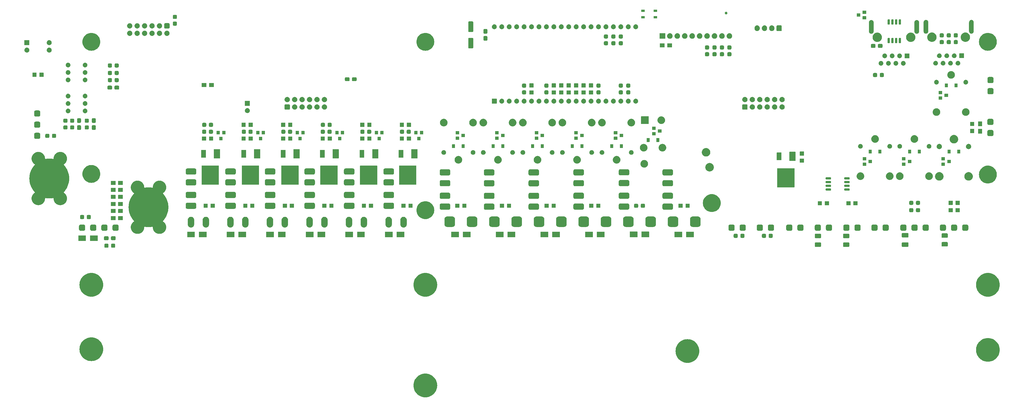
<source format=gbr>
%TF.GenerationSoftware,KiCad,Pcbnew,8.0.4*%
%TF.CreationDate,2024-10-04T20:54:15+09:00*%
%TF.ProjectId,FullHouse_Main_V6.0,46756c6c-486f-4757-9365-5f4d61696e5f,rev?*%
%TF.SameCoordinates,Original*%
%TF.FileFunction,Soldermask,Bot*%
%TF.FilePolarity,Negative*%
%FSLAX46Y46*%
G04 Gerber Fmt 4.6, Leading zero omitted, Abs format (unit mm)*
G04 Created by KiCad (PCBNEW 8.0.4) date 2024-10-04 20:54:15*
%MOMM*%
%LPD*%
G01*
G04 APERTURE LIST*
G04 APERTURE END LIST*
G36*
X172447067Y-190833507D02*
G01*
X172840311Y-190891839D01*
X173225943Y-190988435D01*
X173600251Y-191122364D01*
X173959628Y-191292337D01*
X174300615Y-191496717D01*
X174619927Y-191733535D01*
X174914490Y-192000510D01*
X175181465Y-192295073D01*
X175418283Y-192614385D01*
X175622663Y-192955372D01*
X175792636Y-193314749D01*
X175926565Y-193689057D01*
X176023161Y-194074689D01*
X176081493Y-194467933D01*
X176101000Y-194865000D01*
X176081493Y-195262067D01*
X176023161Y-195655311D01*
X175926565Y-196040943D01*
X175792636Y-196415251D01*
X175622663Y-196774628D01*
X175418283Y-197115615D01*
X175181465Y-197434927D01*
X174914490Y-197729490D01*
X174619927Y-197996465D01*
X174300615Y-198233283D01*
X173959628Y-198437663D01*
X173600251Y-198607636D01*
X173225943Y-198741565D01*
X172840311Y-198838161D01*
X172447067Y-198896493D01*
X172050000Y-198916000D01*
X171652933Y-198896493D01*
X171259689Y-198838161D01*
X170874057Y-198741565D01*
X170499749Y-198607636D01*
X170140372Y-198437663D01*
X169799385Y-198233283D01*
X169480073Y-197996465D01*
X169185510Y-197729490D01*
X168918535Y-197434927D01*
X168681717Y-197115615D01*
X168477337Y-196774628D01*
X168307364Y-196415251D01*
X168173435Y-196040943D01*
X168076839Y-195655311D01*
X168018507Y-195262067D01*
X167999000Y-194865000D01*
X168018507Y-194467933D01*
X168076839Y-194074689D01*
X168173435Y-193689057D01*
X168307364Y-193314749D01*
X168477337Y-192955372D01*
X168681717Y-192614385D01*
X168918535Y-192295073D01*
X169185510Y-192000510D01*
X169480073Y-191733535D01*
X169799385Y-191496717D01*
X170140372Y-191292337D01*
X170499749Y-191122364D01*
X170874057Y-190988435D01*
X171259689Y-190891839D01*
X171652933Y-190833507D01*
X172050000Y-190814000D01*
X172447067Y-190833507D01*
G37*
G36*
X261907067Y-179083507D02*
G01*
X262300311Y-179141839D01*
X262685943Y-179238435D01*
X263060251Y-179372364D01*
X263419628Y-179542337D01*
X263760615Y-179746717D01*
X264079927Y-179983535D01*
X264374490Y-180250510D01*
X264641465Y-180545073D01*
X264878283Y-180864385D01*
X265082663Y-181205372D01*
X265252636Y-181564749D01*
X265386565Y-181939057D01*
X265483161Y-182324689D01*
X265541493Y-182717933D01*
X265561000Y-183115000D01*
X265541493Y-183512067D01*
X265483161Y-183905311D01*
X265386565Y-184290943D01*
X265252636Y-184665251D01*
X265082663Y-185024628D01*
X264878283Y-185365615D01*
X264641465Y-185684927D01*
X264374490Y-185979490D01*
X264079927Y-186246465D01*
X263760615Y-186483283D01*
X263419628Y-186687663D01*
X263060251Y-186857636D01*
X262685943Y-186991565D01*
X262300311Y-187088161D01*
X261907067Y-187146493D01*
X261510000Y-187166000D01*
X261112933Y-187146493D01*
X260719689Y-187088161D01*
X260334057Y-186991565D01*
X259959749Y-186857636D01*
X259600372Y-186687663D01*
X259259385Y-186483283D01*
X258940073Y-186246465D01*
X258645510Y-185979490D01*
X258378535Y-185684927D01*
X258141717Y-185365615D01*
X257937337Y-185024628D01*
X257767364Y-184665251D01*
X257633435Y-184290943D01*
X257536839Y-183905311D01*
X257478507Y-183512067D01*
X257459000Y-183115000D01*
X257478507Y-182717933D01*
X257536839Y-182324689D01*
X257633435Y-181939057D01*
X257767364Y-181564749D01*
X257937337Y-181205372D01*
X258141717Y-180864385D01*
X258378535Y-180545073D01*
X258645510Y-180250510D01*
X258940073Y-179983535D01*
X259259385Y-179746717D01*
X259600372Y-179542337D01*
X259959749Y-179372364D01*
X260334057Y-179238435D01*
X260719689Y-179141839D01*
X261112933Y-179083507D01*
X261510000Y-179064000D01*
X261907067Y-179083507D01*
G37*
G36*
X364447067Y-178683507D02*
G01*
X364840311Y-178741839D01*
X365225943Y-178838435D01*
X365600251Y-178972364D01*
X365959628Y-179142337D01*
X366300615Y-179346717D01*
X366619927Y-179583535D01*
X366914490Y-179850510D01*
X367181465Y-180145073D01*
X367418283Y-180464385D01*
X367622663Y-180805372D01*
X367792636Y-181164749D01*
X367926565Y-181539057D01*
X368023161Y-181924689D01*
X368081493Y-182317933D01*
X368101000Y-182715000D01*
X368081493Y-183112067D01*
X368023161Y-183505311D01*
X367926565Y-183890943D01*
X367792636Y-184265251D01*
X367622663Y-184624628D01*
X367418283Y-184965615D01*
X367181465Y-185284927D01*
X366914490Y-185579490D01*
X366619927Y-185846465D01*
X366300615Y-186083283D01*
X365959628Y-186287663D01*
X365600251Y-186457636D01*
X365225943Y-186591565D01*
X364840311Y-186688161D01*
X364447067Y-186746493D01*
X364050000Y-186766000D01*
X363652933Y-186746493D01*
X363259689Y-186688161D01*
X362874057Y-186591565D01*
X362499749Y-186457636D01*
X362140372Y-186287663D01*
X361799385Y-186083283D01*
X361480073Y-185846465D01*
X361185510Y-185579490D01*
X360918535Y-185284927D01*
X360681717Y-184965615D01*
X360477337Y-184624628D01*
X360307364Y-184265251D01*
X360173435Y-183890943D01*
X360076839Y-183505311D01*
X360018507Y-183112067D01*
X359999000Y-182715000D01*
X360018507Y-182317933D01*
X360076839Y-181924689D01*
X360173435Y-181539057D01*
X360307364Y-181164749D01*
X360477337Y-180805372D01*
X360681717Y-180464385D01*
X360918535Y-180145073D01*
X361185510Y-179850510D01*
X361480073Y-179583535D01*
X361799385Y-179346717D01*
X362140372Y-179142337D01*
X362499749Y-178972364D01*
X362874057Y-178838435D01*
X363259689Y-178741839D01*
X363652933Y-178683507D01*
X364050000Y-178664000D01*
X364447067Y-178683507D01*
G37*
G36*
X58447067Y-178453507D02*
G01*
X58840311Y-178511839D01*
X59225943Y-178608435D01*
X59600251Y-178742364D01*
X59959628Y-178912337D01*
X60300615Y-179116717D01*
X60619927Y-179353535D01*
X60914490Y-179620510D01*
X61181465Y-179915073D01*
X61418283Y-180234385D01*
X61622663Y-180575372D01*
X61792636Y-180934749D01*
X61926565Y-181309057D01*
X62023161Y-181694689D01*
X62081493Y-182087933D01*
X62101000Y-182485000D01*
X62081493Y-182882067D01*
X62023161Y-183275311D01*
X61926565Y-183660943D01*
X61792636Y-184035251D01*
X61622663Y-184394628D01*
X61418283Y-184735615D01*
X61181465Y-185054927D01*
X60914490Y-185349490D01*
X60619927Y-185616465D01*
X60300615Y-185853283D01*
X59959628Y-186057663D01*
X59600251Y-186227636D01*
X59225943Y-186361565D01*
X58840311Y-186458161D01*
X58447067Y-186516493D01*
X58050000Y-186536000D01*
X57652933Y-186516493D01*
X57259689Y-186458161D01*
X56874057Y-186361565D01*
X56499749Y-186227636D01*
X56140372Y-186057663D01*
X55799385Y-185853283D01*
X55480073Y-185616465D01*
X55185510Y-185349490D01*
X54918535Y-185054927D01*
X54681717Y-184735615D01*
X54477337Y-184394628D01*
X54307364Y-184035251D01*
X54173435Y-183660943D01*
X54076839Y-183275311D01*
X54018507Y-182882067D01*
X53999000Y-182485000D01*
X54018507Y-182087933D01*
X54076839Y-181694689D01*
X54173435Y-181309057D01*
X54307364Y-180934749D01*
X54477337Y-180575372D01*
X54681717Y-180234385D01*
X54918535Y-179915073D01*
X55185510Y-179620510D01*
X55480073Y-179353535D01*
X55799385Y-179116717D01*
X56140372Y-178912337D01*
X56499749Y-178742364D01*
X56874057Y-178608435D01*
X57259689Y-178511839D01*
X57652933Y-178453507D01*
X58050000Y-178434000D01*
X58447067Y-178453507D01*
G37*
G36*
X58447067Y-156453507D02*
G01*
X58840311Y-156511839D01*
X59225943Y-156608435D01*
X59600251Y-156742364D01*
X59959628Y-156912337D01*
X60300615Y-157116717D01*
X60619927Y-157353535D01*
X60914490Y-157620510D01*
X61181465Y-157915073D01*
X61418283Y-158234385D01*
X61622663Y-158575372D01*
X61792636Y-158934749D01*
X61926565Y-159309057D01*
X62023161Y-159694689D01*
X62081493Y-160087933D01*
X62101000Y-160485000D01*
X62081493Y-160882067D01*
X62023161Y-161275311D01*
X61926565Y-161660943D01*
X61792636Y-162035251D01*
X61622663Y-162394628D01*
X61418283Y-162735615D01*
X61181465Y-163054927D01*
X60914490Y-163349490D01*
X60619927Y-163616465D01*
X60300615Y-163853283D01*
X59959628Y-164057663D01*
X59600251Y-164227636D01*
X59225943Y-164361565D01*
X58840311Y-164458161D01*
X58447067Y-164516493D01*
X58050000Y-164536000D01*
X57652933Y-164516493D01*
X57259689Y-164458161D01*
X56874057Y-164361565D01*
X56499749Y-164227636D01*
X56140372Y-164057663D01*
X55799385Y-163853283D01*
X55480073Y-163616465D01*
X55185510Y-163349490D01*
X54918535Y-163054927D01*
X54681717Y-162735615D01*
X54477337Y-162394628D01*
X54307364Y-162035251D01*
X54173435Y-161660943D01*
X54076839Y-161275311D01*
X54018507Y-160882067D01*
X53999000Y-160485000D01*
X54018507Y-160087933D01*
X54076839Y-159694689D01*
X54173435Y-159309057D01*
X54307364Y-158934749D01*
X54477337Y-158575372D01*
X54681717Y-158234385D01*
X54918535Y-157915073D01*
X55185510Y-157620510D01*
X55480073Y-157353535D01*
X55799385Y-157116717D01*
X56140372Y-156912337D01*
X56499749Y-156742364D01*
X56874057Y-156608435D01*
X57259689Y-156511839D01*
X57652933Y-156453507D01*
X58050000Y-156434000D01*
X58447067Y-156453507D01*
G37*
G36*
X172447067Y-156453507D02*
G01*
X172840311Y-156511839D01*
X173225943Y-156608435D01*
X173600251Y-156742364D01*
X173959628Y-156912337D01*
X174300615Y-157116717D01*
X174619927Y-157353535D01*
X174914490Y-157620510D01*
X175181465Y-157915073D01*
X175418283Y-158234385D01*
X175622663Y-158575372D01*
X175792636Y-158934749D01*
X175926565Y-159309057D01*
X176023161Y-159694689D01*
X176081493Y-160087933D01*
X176101000Y-160485000D01*
X176081493Y-160882067D01*
X176023161Y-161275311D01*
X175926565Y-161660943D01*
X175792636Y-162035251D01*
X175622663Y-162394628D01*
X175418283Y-162735615D01*
X175181465Y-163054927D01*
X174914490Y-163349490D01*
X174619927Y-163616465D01*
X174300615Y-163853283D01*
X173959628Y-164057663D01*
X173600251Y-164227636D01*
X173225943Y-164361565D01*
X172840311Y-164458161D01*
X172447067Y-164516493D01*
X172050000Y-164536000D01*
X171652933Y-164516493D01*
X171259689Y-164458161D01*
X170874057Y-164361565D01*
X170499749Y-164227636D01*
X170140372Y-164057663D01*
X169799385Y-163853283D01*
X169480073Y-163616465D01*
X169185510Y-163349490D01*
X168918535Y-163054927D01*
X168681717Y-162735615D01*
X168477337Y-162394628D01*
X168307364Y-162035251D01*
X168173435Y-161660943D01*
X168076839Y-161275311D01*
X168018507Y-160882067D01*
X167999000Y-160485000D01*
X168018507Y-160087933D01*
X168076839Y-159694689D01*
X168173435Y-159309057D01*
X168307364Y-158934749D01*
X168477337Y-158575372D01*
X168681717Y-158234385D01*
X168918535Y-157915073D01*
X169185510Y-157620510D01*
X169480073Y-157353535D01*
X169799385Y-157116717D01*
X170140372Y-156912337D01*
X170499749Y-156742364D01*
X170874057Y-156608435D01*
X171259689Y-156511839D01*
X171652933Y-156453507D01*
X172050000Y-156434000D01*
X172447067Y-156453507D01*
G37*
G36*
X364447067Y-156453507D02*
G01*
X364840311Y-156511839D01*
X365225943Y-156608435D01*
X365600251Y-156742364D01*
X365959628Y-156912337D01*
X366300615Y-157116717D01*
X366619927Y-157353535D01*
X366914490Y-157620510D01*
X367181465Y-157915073D01*
X367418283Y-158234385D01*
X367622663Y-158575372D01*
X367792636Y-158934749D01*
X367926565Y-159309057D01*
X368023161Y-159694689D01*
X368081493Y-160087933D01*
X368101000Y-160485000D01*
X368081493Y-160882067D01*
X368023161Y-161275311D01*
X367926565Y-161660943D01*
X367792636Y-162035251D01*
X367622663Y-162394628D01*
X367418283Y-162735615D01*
X367181465Y-163054927D01*
X366914490Y-163349490D01*
X366619927Y-163616465D01*
X366300615Y-163853283D01*
X365959628Y-164057663D01*
X365600251Y-164227636D01*
X365225943Y-164361565D01*
X364840311Y-164458161D01*
X364447067Y-164516493D01*
X364050000Y-164536000D01*
X363652933Y-164516493D01*
X363259689Y-164458161D01*
X362874057Y-164361565D01*
X362499749Y-164227636D01*
X362140372Y-164057663D01*
X361799385Y-163853283D01*
X361480073Y-163616465D01*
X361185510Y-163349490D01*
X360918535Y-163054927D01*
X360681717Y-162735615D01*
X360477337Y-162394628D01*
X360307364Y-162035251D01*
X360173435Y-161660943D01*
X360076839Y-161275311D01*
X360018507Y-160882067D01*
X359999000Y-160485000D01*
X360018507Y-160087933D01*
X360076839Y-159694689D01*
X360173435Y-159309057D01*
X360307364Y-158934749D01*
X360477337Y-158575372D01*
X360681717Y-158234385D01*
X360918535Y-157915073D01*
X361185510Y-157620510D01*
X361480073Y-157353535D01*
X361799385Y-157116717D01*
X362140372Y-156912337D01*
X362499749Y-156742364D01*
X362874057Y-156608435D01*
X363259689Y-156511839D01*
X363652933Y-156453507D01*
X364050000Y-156434000D01*
X364447067Y-156453507D01*
G37*
G36*
X63543861Y-146426747D02*
G01*
X63602521Y-146433054D01*
X63612378Y-146436730D01*
X63632286Y-146439631D01*
X63671330Y-146458718D01*
X63704582Y-146471121D01*
X63719419Y-146482227D01*
X63743485Y-146493993D01*
X63768345Y-146518853D01*
X63789963Y-146535036D01*
X63806145Y-146556653D01*
X63831007Y-146581515D01*
X63842772Y-146605581D01*
X63853878Y-146620417D01*
X63866279Y-146653664D01*
X63885369Y-146692714D01*
X63888269Y-146712623D01*
X63891945Y-146722477D01*
X63898248Y-146781116D01*
X63901000Y-146800000D01*
X63901000Y-147450000D01*
X63898248Y-147468887D01*
X63891945Y-147527521D01*
X63888270Y-147537373D01*
X63885369Y-147557286D01*
X63866276Y-147596339D01*
X63853878Y-147629582D01*
X63842773Y-147644415D01*
X63831007Y-147668485D01*
X63806142Y-147693349D01*
X63789963Y-147714963D01*
X63768349Y-147731142D01*
X63743485Y-147756007D01*
X63719415Y-147767773D01*
X63704582Y-147778878D01*
X63671338Y-147791277D01*
X63632286Y-147810369D01*
X63612375Y-147813269D01*
X63602522Y-147816945D01*
X63543886Y-147823248D01*
X63525000Y-147826000D01*
X62875000Y-147826000D01*
X62856115Y-147823248D01*
X62797478Y-147816945D01*
X62787624Y-147813269D01*
X62767714Y-147810369D01*
X62728663Y-147791278D01*
X62695417Y-147778878D01*
X62680581Y-147767772D01*
X62656515Y-147756007D01*
X62631653Y-147731145D01*
X62610036Y-147714963D01*
X62593853Y-147693345D01*
X62568993Y-147668485D01*
X62557227Y-147644419D01*
X62546121Y-147629582D01*
X62533718Y-147596329D01*
X62514631Y-147557286D01*
X62511730Y-147537379D01*
X62508054Y-147527522D01*
X62501747Y-147468860D01*
X62499000Y-147450000D01*
X62499000Y-146800000D01*
X62501747Y-146781141D01*
X62508054Y-146722478D01*
X62511730Y-146712620D01*
X62514631Y-146692714D01*
X62533717Y-146653672D01*
X62546121Y-146620417D01*
X62557229Y-146605577D01*
X62568993Y-146581515D01*
X62593850Y-146556657D01*
X62610036Y-146535036D01*
X62631657Y-146518850D01*
X62656515Y-146493993D01*
X62680577Y-146482229D01*
X62695417Y-146471121D01*
X62728673Y-146458716D01*
X62767714Y-146439631D01*
X62787618Y-146436730D01*
X62797477Y-146433054D01*
X62856142Y-146426747D01*
X62875000Y-146424000D01*
X63525000Y-146424000D01*
X63543861Y-146426747D01*
G37*
G36*
X65843861Y-146426747D02*
G01*
X65902521Y-146433054D01*
X65912378Y-146436730D01*
X65932286Y-146439631D01*
X65971330Y-146458718D01*
X66004582Y-146471121D01*
X66019419Y-146482227D01*
X66043485Y-146493993D01*
X66068345Y-146518853D01*
X66089963Y-146535036D01*
X66106145Y-146556653D01*
X66131007Y-146581515D01*
X66142772Y-146605581D01*
X66153878Y-146620417D01*
X66166279Y-146653664D01*
X66185369Y-146692714D01*
X66188269Y-146712623D01*
X66191945Y-146722477D01*
X66198248Y-146781116D01*
X66201000Y-146800000D01*
X66201000Y-147450000D01*
X66198248Y-147468887D01*
X66191945Y-147527521D01*
X66188270Y-147537373D01*
X66185369Y-147557286D01*
X66166276Y-147596339D01*
X66153878Y-147629582D01*
X66142773Y-147644415D01*
X66131007Y-147668485D01*
X66106142Y-147693349D01*
X66089963Y-147714963D01*
X66068349Y-147731142D01*
X66043485Y-147756007D01*
X66019415Y-147767773D01*
X66004582Y-147778878D01*
X65971338Y-147791277D01*
X65932286Y-147810369D01*
X65912375Y-147813269D01*
X65902522Y-147816945D01*
X65843886Y-147823248D01*
X65825000Y-147826000D01*
X65175000Y-147826000D01*
X65156115Y-147823248D01*
X65097478Y-147816945D01*
X65087624Y-147813269D01*
X65067714Y-147810369D01*
X65028663Y-147791278D01*
X64995417Y-147778878D01*
X64980581Y-147767772D01*
X64956515Y-147756007D01*
X64931653Y-147731145D01*
X64910036Y-147714963D01*
X64893853Y-147693345D01*
X64868993Y-147668485D01*
X64857227Y-147644419D01*
X64846121Y-147629582D01*
X64833718Y-147596329D01*
X64814631Y-147557286D01*
X64811730Y-147537379D01*
X64808054Y-147527522D01*
X64801747Y-147468860D01*
X64799000Y-147450000D01*
X64799000Y-146800000D01*
X64801747Y-146781141D01*
X64808054Y-146722478D01*
X64811730Y-146712620D01*
X64814631Y-146692714D01*
X64833717Y-146653672D01*
X64846121Y-146620417D01*
X64857229Y-146605577D01*
X64868993Y-146581515D01*
X64893850Y-146556657D01*
X64910036Y-146535036D01*
X64931657Y-146518850D01*
X64956515Y-146493993D01*
X64980577Y-146482229D01*
X64995417Y-146471121D01*
X65028673Y-146458716D01*
X65067714Y-146439631D01*
X65087618Y-146436730D01*
X65097477Y-146433054D01*
X65156142Y-146426747D01*
X65175000Y-146424000D01*
X65825000Y-146424000D01*
X65843861Y-146426747D01*
G37*
G36*
X306864913Y-146008995D02*
G01*
X306880725Y-146015976D01*
X306888531Y-146017213D01*
X306921044Y-146033779D01*
X306966106Y-146053676D01*
X307044324Y-146131894D01*
X307064223Y-146176962D01*
X307080786Y-146209468D01*
X307082022Y-146217272D01*
X307089005Y-146233087D01*
X307096999Y-146302002D01*
X307096999Y-146311831D01*
X307097000Y-146311838D01*
X307097000Y-146800000D01*
X307097000Y-147226999D01*
X307089005Y-147295913D01*
X307082021Y-147311728D01*
X307080786Y-147319531D01*
X307064226Y-147352030D01*
X307044324Y-147397106D01*
X306966106Y-147475324D01*
X306921030Y-147495226D01*
X306888531Y-147511786D01*
X306880728Y-147513021D01*
X306864913Y-147520005D01*
X306795998Y-147527999D01*
X306786168Y-147527999D01*
X306786162Y-147528000D01*
X305305838Y-147528000D01*
X305305837Y-147527999D01*
X305296001Y-147528000D01*
X305227087Y-147520005D01*
X305211272Y-147513022D01*
X305203468Y-147511786D01*
X305170962Y-147495223D01*
X305125894Y-147475324D01*
X305047676Y-147397106D01*
X305027779Y-147352044D01*
X305011213Y-147319531D01*
X305009976Y-147311725D01*
X305002995Y-147295913D01*
X304995001Y-147226998D01*
X304995000Y-147217167D01*
X304995000Y-147217161D01*
X304995000Y-146311838D01*
X304995000Y-146311837D01*
X304995000Y-146302001D01*
X305002995Y-146233087D01*
X305009976Y-146217275D01*
X305011213Y-146209468D01*
X305027782Y-146176947D01*
X305047676Y-146131894D01*
X305125894Y-146053676D01*
X305170947Y-146033782D01*
X305203468Y-146017213D01*
X305211275Y-146015976D01*
X305227087Y-146008995D01*
X305296002Y-146001001D01*
X305305831Y-146001000D01*
X305305838Y-146001000D01*
X306786162Y-146001000D01*
X306795999Y-146001000D01*
X306864913Y-146008995D01*
G37*
G36*
X316516913Y-146008995D02*
G01*
X316532725Y-146015976D01*
X316540531Y-146017213D01*
X316573044Y-146033779D01*
X316618106Y-146053676D01*
X316696324Y-146131894D01*
X316716223Y-146176962D01*
X316732786Y-146209468D01*
X316734022Y-146217272D01*
X316741005Y-146233087D01*
X316748999Y-146302002D01*
X316748999Y-146311831D01*
X316749000Y-146311838D01*
X316749000Y-146800000D01*
X316749000Y-147226999D01*
X316741005Y-147295913D01*
X316734021Y-147311728D01*
X316732786Y-147319531D01*
X316716226Y-147352030D01*
X316696324Y-147397106D01*
X316618106Y-147475324D01*
X316573030Y-147495226D01*
X316540531Y-147511786D01*
X316532728Y-147513021D01*
X316516913Y-147520005D01*
X316447998Y-147527999D01*
X316438168Y-147527999D01*
X316438162Y-147528000D01*
X314957838Y-147528000D01*
X314957837Y-147527999D01*
X314948001Y-147528000D01*
X314879087Y-147520005D01*
X314863272Y-147513022D01*
X314855468Y-147511786D01*
X314822962Y-147495223D01*
X314777894Y-147475324D01*
X314699676Y-147397106D01*
X314679779Y-147352044D01*
X314663213Y-147319531D01*
X314661976Y-147311725D01*
X314654995Y-147295913D01*
X314647001Y-147226998D01*
X314647000Y-147217167D01*
X314647000Y-147217161D01*
X314647000Y-146311838D01*
X314647000Y-146311837D01*
X314647000Y-146302001D01*
X314654995Y-146233087D01*
X314661976Y-146217275D01*
X314663213Y-146209468D01*
X314679782Y-146176947D01*
X314699676Y-146131894D01*
X314777894Y-146053676D01*
X314822947Y-146033782D01*
X314855468Y-146017213D01*
X314863275Y-146015976D01*
X314879087Y-146008995D01*
X314948002Y-146001001D01*
X314957831Y-146001000D01*
X314957838Y-146001000D01*
X316438162Y-146001000D01*
X316447999Y-146001000D01*
X316516913Y-146008995D01*
G37*
G36*
X336728913Y-145989495D02*
G01*
X336744725Y-145996476D01*
X336752531Y-145997713D01*
X336785044Y-146014279D01*
X336830106Y-146034176D01*
X336908324Y-146112394D01*
X336928223Y-146157462D01*
X336944786Y-146189968D01*
X336946022Y-146197772D01*
X336953005Y-146213587D01*
X336960999Y-146282502D01*
X336960999Y-146292331D01*
X336961000Y-146292338D01*
X336961000Y-146800000D01*
X336961000Y-147207499D01*
X336953005Y-147276413D01*
X336946021Y-147292228D01*
X336944786Y-147300031D01*
X336928226Y-147332530D01*
X336908324Y-147377606D01*
X336830106Y-147455824D01*
X336785030Y-147475726D01*
X336752531Y-147492286D01*
X336744728Y-147493521D01*
X336728913Y-147500505D01*
X336659998Y-147508499D01*
X336650168Y-147508499D01*
X336650162Y-147508500D01*
X334969838Y-147508500D01*
X334969837Y-147508499D01*
X334960001Y-147508500D01*
X334891087Y-147500505D01*
X334875272Y-147493522D01*
X334867468Y-147492286D01*
X334834962Y-147475723D01*
X334789894Y-147455824D01*
X334711676Y-147377606D01*
X334691779Y-147332544D01*
X334675213Y-147300031D01*
X334673976Y-147292225D01*
X334666995Y-147276413D01*
X334659001Y-147207498D01*
X334659000Y-147197667D01*
X334659000Y-147197661D01*
X334659000Y-146292338D01*
X334659000Y-146292337D01*
X334659000Y-146282501D01*
X334666995Y-146213587D01*
X334673976Y-146197775D01*
X334675213Y-146189968D01*
X334691782Y-146157447D01*
X334711676Y-146112394D01*
X334789894Y-146034176D01*
X334834947Y-146014282D01*
X334867468Y-145997713D01*
X334875275Y-145996476D01*
X334891087Y-145989495D01*
X334960002Y-145981501D01*
X334969831Y-145981500D01*
X334969838Y-145981500D01*
X336650162Y-145981500D01*
X336659999Y-145981500D01*
X336728913Y-145989495D01*
G37*
G36*
X350128913Y-145876995D02*
G01*
X350144725Y-145883976D01*
X350152531Y-145885213D01*
X350185044Y-145901779D01*
X350230106Y-145921676D01*
X350308324Y-145999894D01*
X350328223Y-146044962D01*
X350344786Y-146077468D01*
X350346022Y-146085272D01*
X350353005Y-146101087D01*
X350360999Y-146170002D01*
X350360999Y-146179831D01*
X350361000Y-146179838D01*
X350361000Y-146692714D01*
X350361000Y-147094999D01*
X350353005Y-147163913D01*
X350346021Y-147179728D01*
X350344786Y-147187531D01*
X350328226Y-147220030D01*
X350308324Y-147265106D01*
X350230106Y-147343324D01*
X350185030Y-147363226D01*
X350152531Y-147379786D01*
X350144728Y-147381021D01*
X350128913Y-147388005D01*
X350059998Y-147395999D01*
X350050168Y-147395999D01*
X350050162Y-147396000D01*
X348569838Y-147396000D01*
X348569837Y-147395999D01*
X348560001Y-147396000D01*
X348491087Y-147388005D01*
X348475272Y-147381022D01*
X348467468Y-147379786D01*
X348434962Y-147363223D01*
X348389894Y-147343324D01*
X348311676Y-147265106D01*
X348291779Y-147220044D01*
X348275213Y-147187531D01*
X348273976Y-147179725D01*
X348266995Y-147163913D01*
X348259001Y-147094998D01*
X348259000Y-147085167D01*
X348259000Y-147085161D01*
X348259000Y-146179838D01*
X348259000Y-146179837D01*
X348259000Y-146170001D01*
X348266995Y-146101087D01*
X348273976Y-146085275D01*
X348275213Y-146077468D01*
X348291782Y-146044947D01*
X348311676Y-145999894D01*
X348389894Y-145921676D01*
X348434947Y-145901782D01*
X348467468Y-145885213D01*
X348475275Y-145883976D01*
X348491087Y-145876995D01*
X348560002Y-145869001D01*
X348569831Y-145869000D01*
X348569838Y-145869000D01*
X350050162Y-145869000D01*
X350059999Y-145869000D01*
X350128913Y-145876995D01*
G37*
G36*
X56169517Y-143623296D02*
G01*
X56186062Y-143634352D01*
X56197118Y-143650897D01*
X56201000Y-143670414D01*
X56201000Y-145470414D01*
X56197118Y-145489931D01*
X56186062Y-145506476D01*
X56169517Y-145517532D01*
X56150000Y-145521414D01*
X53650000Y-145521414D01*
X53630483Y-145517532D01*
X53613938Y-145506476D01*
X53602882Y-145489931D01*
X53599000Y-145470414D01*
X53599000Y-143670414D01*
X53602882Y-143650897D01*
X53613938Y-143634352D01*
X53630483Y-143623296D01*
X53650000Y-143619414D01*
X56150000Y-143619414D01*
X56169517Y-143623296D01*
G37*
G36*
X60169517Y-143623296D02*
G01*
X60186062Y-143634352D01*
X60197118Y-143650897D01*
X60201000Y-143670414D01*
X60201000Y-145470414D01*
X60197118Y-145489931D01*
X60186062Y-145506476D01*
X60169517Y-145517532D01*
X60150000Y-145521414D01*
X57650000Y-145521414D01*
X57630483Y-145517532D01*
X57613938Y-145506476D01*
X57602882Y-145489931D01*
X57599000Y-145470414D01*
X57599000Y-143670414D01*
X57602882Y-143650897D01*
X57613938Y-143634352D01*
X57630483Y-143623296D01*
X57650000Y-143619414D01*
X60150000Y-143619414D01*
X60169517Y-143623296D01*
G37*
G36*
X63606366Y-143897162D02*
G01*
X63662365Y-143903183D01*
X63671775Y-143906692D01*
X63691220Y-143909526D01*
X63729352Y-143928167D01*
X63761092Y-143940006D01*
X63775254Y-143950607D01*
X63798721Y-143962080D01*
X63822964Y-143986323D01*
X63843624Y-144001789D01*
X63859089Y-144022448D01*
X63883334Y-144046693D01*
X63894806Y-144070160D01*
X63905407Y-144084321D01*
X63917243Y-144116055D01*
X63935888Y-144154194D01*
X63938721Y-144173641D01*
X63942230Y-144183048D01*
X63948247Y-144239025D01*
X63951000Y-144257914D01*
X63951000Y-144882914D01*
X63948247Y-144901806D01*
X63942230Y-144957779D01*
X63938721Y-144967185D01*
X63935888Y-144986634D01*
X63917241Y-145024775D01*
X63905407Y-145056506D01*
X63894808Y-145070664D01*
X63883334Y-145094135D01*
X63859086Y-145118382D01*
X63843624Y-145139038D01*
X63822968Y-145154500D01*
X63798721Y-145178748D01*
X63775250Y-145190222D01*
X63761092Y-145200821D01*
X63729361Y-145212655D01*
X63691220Y-145231302D01*
X63671771Y-145234135D01*
X63662365Y-145237644D01*
X63606391Y-145243661D01*
X63587500Y-145246414D01*
X62712500Y-145246414D01*
X62693609Y-145243661D01*
X62637634Y-145237644D01*
X62628227Y-145234135D01*
X62608780Y-145231302D01*
X62570641Y-145212657D01*
X62538907Y-145200821D01*
X62524746Y-145190220D01*
X62501279Y-145178748D01*
X62477034Y-145154503D01*
X62456375Y-145139038D01*
X62440909Y-145118378D01*
X62416666Y-145094135D01*
X62405193Y-145070668D01*
X62394592Y-145056506D01*
X62382753Y-145024766D01*
X62364112Y-144986634D01*
X62361278Y-144967189D01*
X62357769Y-144957779D01*
X62351748Y-144901778D01*
X62349000Y-144882914D01*
X62349000Y-144257914D01*
X62351748Y-144239050D01*
X62357769Y-144183048D01*
X62361279Y-144173636D01*
X62364112Y-144154194D01*
X62382752Y-144116064D01*
X62394592Y-144084321D01*
X62405195Y-144070156D01*
X62416666Y-144046693D01*
X62440906Y-144022452D01*
X62456375Y-144001789D01*
X62477038Y-143986320D01*
X62501279Y-143962080D01*
X62524742Y-143950609D01*
X62538907Y-143940006D01*
X62570650Y-143928166D01*
X62608780Y-143909526D01*
X62628222Y-143906693D01*
X62637634Y-143903183D01*
X62693637Y-143897162D01*
X62712500Y-143894414D01*
X63587500Y-143894414D01*
X63606366Y-143897162D01*
G37*
G36*
X66006366Y-143897162D02*
G01*
X66062365Y-143903183D01*
X66071775Y-143906692D01*
X66091220Y-143909526D01*
X66129352Y-143928167D01*
X66161092Y-143940006D01*
X66175254Y-143950607D01*
X66198721Y-143962080D01*
X66222964Y-143986323D01*
X66243624Y-144001789D01*
X66259089Y-144022448D01*
X66283334Y-144046693D01*
X66294806Y-144070160D01*
X66305407Y-144084321D01*
X66317243Y-144116055D01*
X66335888Y-144154194D01*
X66338721Y-144173641D01*
X66342230Y-144183048D01*
X66348247Y-144239025D01*
X66351000Y-144257914D01*
X66351000Y-144882914D01*
X66348247Y-144901806D01*
X66342230Y-144957779D01*
X66338721Y-144967185D01*
X66335888Y-144986634D01*
X66317241Y-145024775D01*
X66305407Y-145056506D01*
X66294808Y-145070664D01*
X66283334Y-145094135D01*
X66259086Y-145118382D01*
X66243624Y-145139038D01*
X66222968Y-145154500D01*
X66198721Y-145178748D01*
X66175250Y-145190222D01*
X66161092Y-145200821D01*
X66129361Y-145212655D01*
X66091220Y-145231302D01*
X66071771Y-145234135D01*
X66062365Y-145237644D01*
X66006391Y-145243661D01*
X65987500Y-145246414D01*
X65112500Y-145246414D01*
X65093609Y-145243661D01*
X65037634Y-145237644D01*
X65028227Y-145234135D01*
X65008780Y-145231302D01*
X64970641Y-145212657D01*
X64938907Y-145200821D01*
X64924746Y-145190220D01*
X64901279Y-145178748D01*
X64877034Y-145154503D01*
X64856375Y-145139038D01*
X64840909Y-145118378D01*
X64816666Y-145094135D01*
X64805193Y-145070668D01*
X64794592Y-145056506D01*
X64782753Y-145024766D01*
X64764112Y-144986634D01*
X64761278Y-144967189D01*
X64757769Y-144957779D01*
X64751748Y-144901778D01*
X64749000Y-144882914D01*
X64749000Y-144257914D01*
X64751748Y-144239050D01*
X64757769Y-144183048D01*
X64761279Y-144173636D01*
X64764112Y-144154194D01*
X64782752Y-144116064D01*
X64794592Y-144084321D01*
X64805195Y-144070156D01*
X64816666Y-144046693D01*
X64840906Y-144022452D01*
X64856375Y-144001789D01*
X64877038Y-143986320D01*
X64901279Y-143962080D01*
X64924742Y-143950609D01*
X64938907Y-143940006D01*
X64970650Y-143928166D01*
X65008780Y-143909526D01*
X65028222Y-143906693D01*
X65037634Y-143903183D01*
X65093637Y-143897162D01*
X65112500Y-143894414D01*
X65987500Y-143894414D01*
X66006366Y-143897162D01*
G37*
G36*
X306864913Y-143033995D02*
G01*
X306880725Y-143040976D01*
X306888531Y-143042213D01*
X306921044Y-143058779D01*
X306966106Y-143078676D01*
X307044324Y-143156894D01*
X307064223Y-143201962D01*
X307080786Y-143234468D01*
X307082022Y-143242272D01*
X307089005Y-143258087D01*
X307096999Y-143327002D01*
X307096999Y-143336831D01*
X307097000Y-143336838D01*
X307097000Y-143894414D01*
X307097000Y-144251999D01*
X307089005Y-144320913D01*
X307082021Y-144336728D01*
X307080786Y-144344531D01*
X307064226Y-144377030D01*
X307044324Y-144422106D01*
X306966106Y-144500324D01*
X306921030Y-144520226D01*
X306888531Y-144536786D01*
X306880728Y-144538021D01*
X306864913Y-144545005D01*
X306795998Y-144552999D01*
X306786168Y-144552999D01*
X306786162Y-144553000D01*
X305305838Y-144553000D01*
X305305837Y-144552999D01*
X305296001Y-144553000D01*
X305227087Y-144545005D01*
X305211272Y-144538022D01*
X305203468Y-144536786D01*
X305170962Y-144520223D01*
X305125894Y-144500324D01*
X305047676Y-144422106D01*
X305027779Y-144377044D01*
X305011213Y-144344531D01*
X305009976Y-144336725D01*
X305002995Y-144320913D01*
X304995001Y-144251998D01*
X304995000Y-144242167D01*
X304995000Y-144242161D01*
X304995000Y-143336838D01*
X304995000Y-143336837D01*
X304995000Y-143327001D01*
X305002995Y-143258087D01*
X305009976Y-143242275D01*
X305011213Y-143234468D01*
X305027782Y-143201947D01*
X305047676Y-143156894D01*
X305125894Y-143078676D01*
X305170947Y-143058782D01*
X305203468Y-143042213D01*
X305211275Y-143040976D01*
X305227087Y-143033995D01*
X305296002Y-143026001D01*
X305305831Y-143026000D01*
X305305838Y-143026000D01*
X306786162Y-143026000D01*
X306795999Y-143026000D01*
X306864913Y-143033995D01*
G37*
G36*
X316516913Y-143033995D02*
G01*
X316532725Y-143040976D01*
X316540531Y-143042213D01*
X316573044Y-143058779D01*
X316618106Y-143078676D01*
X316696324Y-143156894D01*
X316716223Y-143201962D01*
X316732786Y-143234468D01*
X316734022Y-143242272D01*
X316741005Y-143258087D01*
X316748999Y-143327002D01*
X316748999Y-143336831D01*
X316749000Y-143336838D01*
X316749000Y-143894414D01*
X316749000Y-144251999D01*
X316741005Y-144320913D01*
X316734021Y-144336728D01*
X316732786Y-144344531D01*
X316716226Y-144377030D01*
X316696324Y-144422106D01*
X316618106Y-144500324D01*
X316573030Y-144520226D01*
X316540531Y-144536786D01*
X316532728Y-144538021D01*
X316516913Y-144545005D01*
X316447998Y-144552999D01*
X316438168Y-144552999D01*
X316438162Y-144553000D01*
X314957838Y-144553000D01*
X314957837Y-144552999D01*
X314948001Y-144553000D01*
X314879087Y-144545005D01*
X314863272Y-144538022D01*
X314855468Y-144536786D01*
X314822962Y-144520223D01*
X314777894Y-144500324D01*
X314699676Y-144422106D01*
X314679779Y-144377044D01*
X314663213Y-144344531D01*
X314661976Y-144336725D01*
X314654995Y-144320913D01*
X314647001Y-144251998D01*
X314647000Y-144242167D01*
X314647000Y-144242161D01*
X314647000Y-143336838D01*
X314647000Y-143336837D01*
X314647000Y-143327001D01*
X314654995Y-143258087D01*
X314661976Y-143242275D01*
X314663213Y-143234468D01*
X314679782Y-143201947D01*
X314699676Y-143156894D01*
X314777894Y-143078676D01*
X314822947Y-143058782D01*
X314855468Y-143042213D01*
X314863275Y-143040976D01*
X314879087Y-143033995D01*
X314948002Y-143026001D01*
X314957831Y-143026000D01*
X314957838Y-143026000D01*
X316438162Y-143026000D01*
X316447999Y-143026000D01*
X316516913Y-143033995D01*
G37*
G36*
X278315861Y-143054747D02*
G01*
X278374521Y-143061054D01*
X278384378Y-143064730D01*
X278404286Y-143067631D01*
X278443330Y-143086718D01*
X278476582Y-143099121D01*
X278491419Y-143110227D01*
X278515485Y-143121993D01*
X278540345Y-143146853D01*
X278561963Y-143163036D01*
X278578145Y-143184653D01*
X278603007Y-143209515D01*
X278614772Y-143233581D01*
X278625878Y-143248417D01*
X278638279Y-143281664D01*
X278657369Y-143320714D01*
X278660269Y-143340623D01*
X278663945Y-143350477D01*
X278670248Y-143409116D01*
X278673000Y-143428000D01*
X278673000Y-144078000D01*
X278670248Y-144096887D01*
X278663945Y-144155521D01*
X278660270Y-144165373D01*
X278657369Y-144185286D01*
X278638276Y-144224339D01*
X278625878Y-144257582D01*
X278614773Y-144272415D01*
X278603007Y-144296485D01*
X278578142Y-144321349D01*
X278561963Y-144342963D01*
X278540349Y-144359142D01*
X278515485Y-144384007D01*
X278491415Y-144395773D01*
X278476582Y-144406878D01*
X278443338Y-144419277D01*
X278404286Y-144438369D01*
X278384375Y-144441269D01*
X278374522Y-144444945D01*
X278315886Y-144451248D01*
X278297000Y-144454000D01*
X277647000Y-144454000D01*
X277628115Y-144451248D01*
X277569478Y-144444945D01*
X277559624Y-144441269D01*
X277539714Y-144438369D01*
X277500663Y-144419278D01*
X277467417Y-144406878D01*
X277452581Y-144395772D01*
X277428515Y-144384007D01*
X277403653Y-144359145D01*
X277382036Y-144342963D01*
X277365853Y-144321345D01*
X277340993Y-144296485D01*
X277329227Y-144272419D01*
X277318121Y-144257582D01*
X277305718Y-144224329D01*
X277286631Y-144185286D01*
X277283730Y-144165379D01*
X277280054Y-144155522D01*
X277273747Y-144096860D01*
X277271000Y-144078000D01*
X277271000Y-143428000D01*
X277273747Y-143409141D01*
X277280054Y-143350478D01*
X277283730Y-143340620D01*
X277286631Y-143320714D01*
X277305717Y-143281672D01*
X277318121Y-143248417D01*
X277329229Y-143233577D01*
X277340993Y-143209515D01*
X277365850Y-143184657D01*
X277382036Y-143163036D01*
X277403657Y-143146850D01*
X277428515Y-143121993D01*
X277452577Y-143110229D01*
X277467417Y-143099121D01*
X277500673Y-143086716D01*
X277539714Y-143067631D01*
X277559618Y-143064730D01*
X277569477Y-143061054D01*
X277628142Y-143054747D01*
X277647000Y-143052000D01*
X278297000Y-143052000D01*
X278315861Y-143054747D01*
G37*
G36*
X280615861Y-143054747D02*
G01*
X280674521Y-143061054D01*
X280684378Y-143064730D01*
X280704286Y-143067631D01*
X280743330Y-143086718D01*
X280776582Y-143099121D01*
X280791419Y-143110227D01*
X280815485Y-143121993D01*
X280840345Y-143146853D01*
X280861963Y-143163036D01*
X280878145Y-143184653D01*
X280903007Y-143209515D01*
X280914772Y-143233581D01*
X280925878Y-143248417D01*
X280938279Y-143281664D01*
X280957369Y-143320714D01*
X280960269Y-143340623D01*
X280963945Y-143350477D01*
X280970248Y-143409116D01*
X280973000Y-143428000D01*
X280973000Y-144078000D01*
X280970248Y-144096887D01*
X280963945Y-144155521D01*
X280960270Y-144165373D01*
X280957369Y-144185286D01*
X280938276Y-144224339D01*
X280925878Y-144257582D01*
X280914773Y-144272415D01*
X280903007Y-144296485D01*
X280878142Y-144321349D01*
X280861963Y-144342963D01*
X280840349Y-144359142D01*
X280815485Y-144384007D01*
X280791415Y-144395773D01*
X280776582Y-144406878D01*
X280743338Y-144419277D01*
X280704286Y-144438369D01*
X280684375Y-144441269D01*
X280674522Y-144444945D01*
X280615886Y-144451248D01*
X280597000Y-144454000D01*
X279947000Y-144454000D01*
X279928115Y-144451248D01*
X279869478Y-144444945D01*
X279859624Y-144441269D01*
X279839714Y-144438369D01*
X279800663Y-144419278D01*
X279767417Y-144406878D01*
X279752581Y-144395772D01*
X279728515Y-144384007D01*
X279703653Y-144359145D01*
X279682036Y-144342963D01*
X279665853Y-144321345D01*
X279640993Y-144296485D01*
X279629227Y-144272419D01*
X279618121Y-144257582D01*
X279605718Y-144224329D01*
X279586631Y-144185286D01*
X279583730Y-144165379D01*
X279580054Y-144155522D01*
X279573747Y-144096860D01*
X279571000Y-144078000D01*
X279571000Y-143428000D01*
X279573747Y-143409141D01*
X279580054Y-143350478D01*
X279583730Y-143340620D01*
X279586631Y-143320714D01*
X279605717Y-143281672D01*
X279618121Y-143248417D01*
X279629229Y-143233577D01*
X279640993Y-143209515D01*
X279665850Y-143184657D01*
X279682036Y-143163036D01*
X279703657Y-143146850D01*
X279728515Y-143121993D01*
X279752577Y-143110229D01*
X279767417Y-143099121D01*
X279800673Y-143086716D01*
X279839714Y-143067631D01*
X279859618Y-143064730D01*
X279869477Y-143061054D01*
X279928142Y-143054747D01*
X279947000Y-143052000D01*
X280597000Y-143052000D01*
X280615861Y-143054747D01*
G37*
G36*
X287967861Y-143054747D02*
G01*
X288026521Y-143061054D01*
X288036378Y-143064730D01*
X288056286Y-143067631D01*
X288095330Y-143086718D01*
X288128582Y-143099121D01*
X288143419Y-143110227D01*
X288167485Y-143121993D01*
X288192345Y-143146853D01*
X288213963Y-143163036D01*
X288230145Y-143184653D01*
X288255007Y-143209515D01*
X288266772Y-143233581D01*
X288277878Y-143248417D01*
X288290279Y-143281664D01*
X288309369Y-143320714D01*
X288312269Y-143340623D01*
X288315945Y-143350477D01*
X288322248Y-143409116D01*
X288325000Y-143428000D01*
X288325000Y-144078000D01*
X288322248Y-144096887D01*
X288315945Y-144155521D01*
X288312270Y-144165373D01*
X288309369Y-144185286D01*
X288290276Y-144224339D01*
X288277878Y-144257582D01*
X288266773Y-144272415D01*
X288255007Y-144296485D01*
X288230142Y-144321349D01*
X288213963Y-144342963D01*
X288192349Y-144359142D01*
X288167485Y-144384007D01*
X288143415Y-144395773D01*
X288128582Y-144406878D01*
X288095338Y-144419277D01*
X288056286Y-144438369D01*
X288036375Y-144441269D01*
X288026522Y-144444945D01*
X287967886Y-144451248D01*
X287949000Y-144454000D01*
X287299000Y-144454000D01*
X287280115Y-144451248D01*
X287221478Y-144444945D01*
X287211624Y-144441269D01*
X287191714Y-144438369D01*
X287152663Y-144419278D01*
X287119417Y-144406878D01*
X287104581Y-144395772D01*
X287080515Y-144384007D01*
X287055653Y-144359145D01*
X287034036Y-144342963D01*
X287017853Y-144321345D01*
X286992993Y-144296485D01*
X286981227Y-144272419D01*
X286970121Y-144257582D01*
X286957718Y-144224329D01*
X286938631Y-144185286D01*
X286935730Y-144165379D01*
X286932054Y-144155522D01*
X286925747Y-144096860D01*
X286923000Y-144078000D01*
X286923000Y-143428000D01*
X286925747Y-143409141D01*
X286932054Y-143350478D01*
X286935730Y-143340620D01*
X286938631Y-143320714D01*
X286957717Y-143281672D01*
X286970121Y-143248417D01*
X286981229Y-143233577D01*
X286992993Y-143209515D01*
X287017850Y-143184657D01*
X287034036Y-143163036D01*
X287055657Y-143146850D01*
X287080515Y-143121993D01*
X287104577Y-143110229D01*
X287119417Y-143099121D01*
X287152673Y-143086716D01*
X287191714Y-143067631D01*
X287211618Y-143064730D01*
X287221477Y-143061054D01*
X287280142Y-143054747D01*
X287299000Y-143052000D01*
X287949000Y-143052000D01*
X287967861Y-143054747D01*
G37*
G36*
X290267861Y-143054747D02*
G01*
X290326521Y-143061054D01*
X290336378Y-143064730D01*
X290356286Y-143067631D01*
X290395330Y-143086718D01*
X290428582Y-143099121D01*
X290443419Y-143110227D01*
X290467485Y-143121993D01*
X290492345Y-143146853D01*
X290513963Y-143163036D01*
X290530145Y-143184653D01*
X290555007Y-143209515D01*
X290566772Y-143233581D01*
X290577878Y-143248417D01*
X290590279Y-143281664D01*
X290609369Y-143320714D01*
X290612269Y-143340623D01*
X290615945Y-143350477D01*
X290622248Y-143409116D01*
X290625000Y-143428000D01*
X290625000Y-144078000D01*
X290622248Y-144096887D01*
X290615945Y-144155521D01*
X290612270Y-144165373D01*
X290609369Y-144185286D01*
X290590276Y-144224339D01*
X290577878Y-144257582D01*
X290566773Y-144272415D01*
X290555007Y-144296485D01*
X290530142Y-144321349D01*
X290513963Y-144342963D01*
X290492349Y-144359142D01*
X290467485Y-144384007D01*
X290443415Y-144395773D01*
X290428582Y-144406878D01*
X290395338Y-144419277D01*
X290356286Y-144438369D01*
X290336375Y-144441269D01*
X290326522Y-144444945D01*
X290267886Y-144451248D01*
X290249000Y-144454000D01*
X289599000Y-144454000D01*
X289580115Y-144451248D01*
X289521478Y-144444945D01*
X289511624Y-144441269D01*
X289491714Y-144438369D01*
X289452663Y-144419278D01*
X289419417Y-144406878D01*
X289404581Y-144395772D01*
X289380515Y-144384007D01*
X289355653Y-144359145D01*
X289334036Y-144342963D01*
X289317853Y-144321345D01*
X289292993Y-144296485D01*
X289281227Y-144272419D01*
X289270121Y-144257582D01*
X289257718Y-144224329D01*
X289238631Y-144185286D01*
X289235730Y-144165379D01*
X289232054Y-144155522D01*
X289225747Y-144096860D01*
X289223000Y-144078000D01*
X289223000Y-143428000D01*
X289225747Y-143409141D01*
X289232054Y-143350478D01*
X289235730Y-143340620D01*
X289238631Y-143320714D01*
X289257717Y-143281672D01*
X289270121Y-143248417D01*
X289281229Y-143233577D01*
X289292993Y-143209515D01*
X289317850Y-143184657D01*
X289334036Y-143163036D01*
X289355657Y-143146850D01*
X289380515Y-143121993D01*
X289404577Y-143110229D01*
X289419417Y-143099121D01*
X289452673Y-143086716D01*
X289491714Y-143067631D01*
X289511618Y-143064730D01*
X289521477Y-143061054D01*
X289580142Y-143054747D01*
X289599000Y-143052000D01*
X290249000Y-143052000D01*
X290267861Y-143054747D01*
G37*
G36*
X350128913Y-142901995D02*
G01*
X350144725Y-142908976D01*
X350152531Y-142910213D01*
X350185044Y-142926779D01*
X350230106Y-142946676D01*
X350308324Y-143024894D01*
X350328223Y-143069962D01*
X350344786Y-143102468D01*
X350346022Y-143110272D01*
X350353005Y-143126087D01*
X350360999Y-143195002D01*
X350360999Y-143204831D01*
X350361000Y-143204838D01*
X350361000Y-143670414D01*
X350361000Y-144119999D01*
X350353005Y-144188913D01*
X350346021Y-144204728D01*
X350344786Y-144212531D01*
X350328226Y-144245030D01*
X350308324Y-144290106D01*
X350230106Y-144368324D01*
X350185030Y-144388226D01*
X350152531Y-144404786D01*
X350144728Y-144406021D01*
X350128913Y-144413005D01*
X350059998Y-144420999D01*
X350050168Y-144420999D01*
X350050162Y-144421000D01*
X348569838Y-144421000D01*
X348569837Y-144420999D01*
X348560001Y-144421000D01*
X348491087Y-144413005D01*
X348475272Y-144406022D01*
X348467468Y-144404786D01*
X348434962Y-144388223D01*
X348389894Y-144368324D01*
X348311676Y-144290106D01*
X348291779Y-144245044D01*
X348275213Y-144212531D01*
X348273976Y-144204725D01*
X348266995Y-144188913D01*
X348259001Y-144119998D01*
X348259000Y-144110167D01*
X348259000Y-144110161D01*
X348259000Y-143204838D01*
X348259000Y-143204837D01*
X348259000Y-143195001D01*
X348266995Y-143126087D01*
X348273976Y-143110275D01*
X348275213Y-143102468D01*
X348291782Y-143069947D01*
X348311676Y-143024894D01*
X348389894Y-142946676D01*
X348434947Y-142926782D01*
X348467468Y-142910213D01*
X348475275Y-142908976D01*
X348491087Y-142901995D01*
X348560002Y-142894001D01*
X348569831Y-142894000D01*
X348569838Y-142894000D01*
X350050162Y-142894000D01*
X350059999Y-142894000D01*
X350128913Y-142901995D01*
G37*
G36*
X336728913Y-142789495D02*
G01*
X336744725Y-142796476D01*
X336752531Y-142797713D01*
X336785044Y-142814279D01*
X336830106Y-142834176D01*
X336908324Y-142912394D01*
X336928223Y-142957462D01*
X336944786Y-142989968D01*
X336946022Y-142997772D01*
X336953005Y-143013587D01*
X336960999Y-143082502D01*
X336960999Y-143092331D01*
X336961000Y-143092338D01*
X336961000Y-143619414D01*
X336961000Y-144007499D01*
X336953005Y-144076413D01*
X336946021Y-144092228D01*
X336944786Y-144100031D01*
X336928226Y-144132530D01*
X336908324Y-144177606D01*
X336830106Y-144255824D01*
X336785030Y-144275726D01*
X336752531Y-144292286D01*
X336744728Y-144293521D01*
X336728913Y-144300505D01*
X336659998Y-144308499D01*
X336650168Y-144308499D01*
X336650162Y-144308500D01*
X334969838Y-144308500D01*
X334969837Y-144308499D01*
X334960001Y-144308500D01*
X334891087Y-144300505D01*
X334875272Y-144293522D01*
X334867468Y-144292286D01*
X334834962Y-144275723D01*
X334789894Y-144255824D01*
X334711676Y-144177606D01*
X334691779Y-144132544D01*
X334675213Y-144100031D01*
X334673976Y-144092225D01*
X334666995Y-144076413D01*
X334659001Y-144007498D01*
X334659000Y-143997667D01*
X334659000Y-143997661D01*
X334659000Y-143092338D01*
X334659000Y-143092337D01*
X334659000Y-143082501D01*
X334666995Y-143013587D01*
X334673976Y-142997775D01*
X334675213Y-142989968D01*
X334691782Y-142957447D01*
X334711676Y-142912394D01*
X334789894Y-142834176D01*
X334834947Y-142814282D01*
X334867468Y-142797713D01*
X334875275Y-142796476D01*
X334891087Y-142789495D01*
X334960002Y-142781501D01*
X334969831Y-142781500D01*
X334969838Y-142781500D01*
X336650162Y-142781500D01*
X336659999Y-142781500D01*
X336728913Y-142789495D01*
G37*
G36*
X93329517Y-142337882D02*
G01*
X93346062Y-142348938D01*
X93357118Y-142365483D01*
X93361000Y-142385000D01*
X93361000Y-144185000D01*
X93357118Y-144204517D01*
X93346062Y-144221062D01*
X93329517Y-144232118D01*
X93310000Y-144236000D01*
X90810000Y-144236000D01*
X90790483Y-144232118D01*
X90773938Y-144221062D01*
X90762882Y-144204517D01*
X90759000Y-144185000D01*
X90759000Y-142385000D01*
X90762882Y-142365483D01*
X90773938Y-142348938D01*
X90790483Y-142337882D01*
X90810000Y-142334000D01*
X93310000Y-142334000D01*
X93329517Y-142337882D01*
G37*
G36*
X97329517Y-142337882D02*
G01*
X97346062Y-142348938D01*
X97357118Y-142365483D01*
X97361000Y-142385000D01*
X97361000Y-144185000D01*
X97357118Y-144204517D01*
X97346062Y-144221062D01*
X97329517Y-144232118D01*
X97310000Y-144236000D01*
X94810000Y-144236000D01*
X94790483Y-144232118D01*
X94773938Y-144221062D01*
X94762882Y-144204517D01*
X94759000Y-144185000D01*
X94759000Y-142385000D01*
X94762882Y-142365483D01*
X94773938Y-142348938D01*
X94790483Y-142337882D01*
X94810000Y-142334000D01*
X97310000Y-142334000D01*
X97329517Y-142337882D01*
G37*
G36*
X106829517Y-142337882D02*
G01*
X106846062Y-142348938D01*
X106857118Y-142365483D01*
X106861000Y-142385000D01*
X106861000Y-144185000D01*
X106857118Y-144204517D01*
X106846062Y-144221062D01*
X106829517Y-144232118D01*
X106810000Y-144236000D01*
X104310000Y-144236000D01*
X104290483Y-144232118D01*
X104273938Y-144221062D01*
X104262882Y-144204517D01*
X104259000Y-144185000D01*
X104259000Y-142385000D01*
X104262882Y-142365483D01*
X104273938Y-142348938D01*
X104290483Y-142337882D01*
X104310000Y-142334000D01*
X106810000Y-142334000D01*
X106829517Y-142337882D01*
G37*
G36*
X110829517Y-142337882D02*
G01*
X110846062Y-142348938D01*
X110857118Y-142365483D01*
X110861000Y-142385000D01*
X110861000Y-144185000D01*
X110857118Y-144204517D01*
X110846062Y-144221062D01*
X110829517Y-144232118D01*
X110810000Y-144236000D01*
X108310000Y-144236000D01*
X108290483Y-144232118D01*
X108273938Y-144221062D01*
X108262882Y-144204517D01*
X108259000Y-144185000D01*
X108259000Y-142385000D01*
X108262882Y-142365483D01*
X108273938Y-142348938D01*
X108290483Y-142337882D01*
X108310000Y-142334000D01*
X110810000Y-142334000D01*
X110829517Y-142337882D01*
G37*
G36*
X120329517Y-142337882D02*
G01*
X120346062Y-142348938D01*
X120357118Y-142365483D01*
X120361000Y-142385000D01*
X120361000Y-144185000D01*
X120357118Y-144204517D01*
X120346062Y-144221062D01*
X120329517Y-144232118D01*
X120310000Y-144236000D01*
X117810000Y-144236000D01*
X117790483Y-144232118D01*
X117773938Y-144221062D01*
X117762882Y-144204517D01*
X117759000Y-144185000D01*
X117759000Y-142385000D01*
X117762882Y-142365483D01*
X117773938Y-142348938D01*
X117790483Y-142337882D01*
X117810000Y-142334000D01*
X120310000Y-142334000D01*
X120329517Y-142337882D01*
G37*
G36*
X124329517Y-142337882D02*
G01*
X124346062Y-142348938D01*
X124357118Y-142365483D01*
X124361000Y-142385000D01*
X124361000Y-144185000D01*
X124357118Y-144204517D01*
X124346062Y-144221062D01*
X124329517Y-144232118D01*
X124310000Y-144236000D01*
X121810000Y-144236000D01*
X121790483Y-144232118D01*
X121773938Y-144221062D01*
X121762882Y-144204517D01*
X121759000Y-144185000D01*
X121759000Y-142385000D01*
X121762882Y-142365483D01*
X121773938Y-142348938D01*
X121790483Y-142337882D01*
X121810000Y-142334000D01*
X124310000Y-142334000D01*
X124329517Y-142337882D01*
G37*
G36*
X133829517Y-142337882D02*
G01*
X133846062Y-142348938D01*
X133857118Y-142365483D01*
X133861000Y-142385000D01*
X133861000Y-144185000D01*
X133857118Y-144204517D01*
X133846062Y-144221062D01*
X133829517Y-144232118D01*
X133810000Y-144236000D01*
X131310000Y-144236000D01*
X131290483Y-144232118D01*
X131273938Y-144221062D01*
X131262882Y-144204517D01*
X131259000Y-144185000D01*
X131259000Y-142385000D01*
X131262882Y-142365483D01*
X131273938Y-142348938D01*
X131290483Y-142337882D01*
X131310000Y-142334000D01*
X133810000Y-142334000D01*
X133829517Y-142337882D01*
G37*
G36*
X137829517Y-142337882D02*
G01*
X137846062Y-142348938D01*
X137857118Y-142365483D01*
X137861000Y-142385000D01*
X137861000Y-144185000D01*
X137857118Y-144204517D01*
X137846062Y-144221062D01*
X137829517Y-144232118D01*
X137810000Y-144236000D01*
X135310000Y-144236000D01*
X135290483Y-144232118D01*
X135273938Y-144221062D01*
X135262882Y-144204517D01*
X135259000Y-144185000D01*
X135259000Y-142385000D01*
X135262882Y-142365483D01*
X135273938Y-142348938D01*
X135290483Y-142337882D01*
X135310000Y-142334000D01*
X137810000Y-142334000D01*
X137829517Y-142337882D01*
G37*
G36*
X147329517Y-142337882D02*
G01*
X147346062Y-142348938D01*
X147357118Y-142365483D01*
X147361000Y-142385000D01*
X147361000Y-144185000D01*
X147357118Y-144204517D01*
X147346062Y-144221062D01*
X147329517Y-144232118D01*
X147310000Y-144236000D01*
X144810000Y-144236000D01*
X144790483Y-144232118D01*
X144773938Y-144221062D01*
X144762882Y-144204517D01*
X144759000Y-144185000D01*
X144759000Y-142385000D01*
X144762882Y-142365483D01*
X144773938Y-142348938D01*
X144790483Y-142337882D01*
X144810000Y-142334000D01*
X147310000Y-142334000D01*
X147329517Y-142337882D01*
G37*
G36*
X151329517Y-142337882D02*
G01*
X151346062Y-142348938D01*
X151357118Y-142365483D01*
X151361000Y-142385000D01*
X151361000Y-144185000D01*
X151357118Y-144204517D01*
X151346062Y-144221062D01*
X151329517Y-144232118D01*
X151310000Y-144236000D01*
X148810000Y-144236000D01*
X148790483Y-144232118D01*
X148773938Y-144221062D01*
X148762882Y-144204517D01*
X148759000Y-144185000D01*
X148759000Y-142385000D01*
X148762882Y-142365483D01*
X148773938Y-142348938D01*
X148790483Y-142337882D01*
X148810000Y-142334000D01*
X151310000Y-142334000D01*
X151329517Y-142337882D01*
G37*
G36*
X160829517Y-142337882D02*
G01*
X160846062Y-142348938D01*
X160857118Y-142365483D01*
X160861000Y-142385000D01*
X160861000Y-144185000D01*
X160857118Y-144204517D01*
X160846062Y-144221062D01*
X160829517Y-144232118D01*
X160810000Y-144236000D01*
X158310000Y-144236000D01*
X158290483Y-144232118D01*
X158273938Y-144221062D01*
X158262882Y-144204517D01*
X158259000Y-144185000D01*
X158259000Y-142385000D01*
X158262882Y-142365483D01*
X158273938Y-142348938D01*
X158290483Y-142337882D01*
X158310000Y-142334000D01*
X160810000Y-142334000D01*
X160829517Y-142337882D01*
G37*
G36*
X164829517Y-142337882D02*
G01*
X164846062Y-142348938D01*
X164857118Y-142365483D01*
X164861000Y-142385000D01*
X164861000Y-144185000D01*
X164857118Y-144204517D01*
X164846062Y-144221062D01*
X164829517Y-144232118D01*
X164810000Y-144236000D01*
X162310000Y-144236000D01*
X162290483Y-144232118D01*
X162273938Y-144221062D01*
X162262882Y-144204517D01*
X162259000Y-144185000D01*
X162259000Y-142385000D01*
X162262882Y-142365483D01*
X162273938Y-142348938D01*
X162290483Y-142337882D01*
X162310000Y-142334000D01*
X164810000Y-142334000D01*
X164829517Y-142337882D01*
G37*
G36*
X183444517Y-142337882D02*
G01*
X183461062Y-142348938D01*
X183472118Y-142365483D01*
X183476000Y-142385000D01*
X183476000Y-144185000D01*
X183472118Y-144204517D01*
X183461062Y-144221062D01*
X183444517Y-144232118D01*
X183425000Y-144236000D01*
X180925000Y-144236000D01*
X180905483Y-144232118D01*
X180888938Y-144221062D01*
X180877882Y-144204517D01*
X180874000Y-144185000D01*
X180874000Y-142385000D01*
X180877882Y-142365483D01*
X180888938Y-142348938D01*
X180905483Y-142337882D01*
X180925000Y-142334000D01*
X183425000Y-142334000D01*
X183444517Y-142337882D01*
G37*
G36*
X187444517Y-142337882D02*
G01*
X187461062Y-142348938D01*
X187472118Y-142365483D01*
X187476000Y-142385000D01*
X187476000Y-144185000D01*
X187472118Y-144204517D01*
X187461062Y-144221062D01*
X187444517Y-144232118D01*
X187425000Y-144236000D01*
X184925000Y-144236000D01*
X184905483Y-144232118D01*
X184888938Y-144221062D01*
X184877882Y-144204517D01*
X184874000Y-144185000D01*
X184874000Y-142385000D01*
X184877882Y-142365483D01*
X184888938Y-142348938D01*
X184905483Y-142337882D01*
X184925000Y-142334000D01*
X187425000Y-142334000D01*
X187444517Y-142337882D01*
G37*
G36*
X198684517Y-142337882D02*
G01*
X198701062Y-142348938D01*
X198712118Y-142365483D01*
X198716000Y-142385000D01*
X198716000Y-144185000D01*
X198712118Y-144204517D01*
X198701062Y-144221062D01*
X198684517Y-144232118D01*
X198665000Y-144236000D01*
X196165000Y-144236000D01*
X196145483Y-144232118D01*
X196128938Y-144221062D01*
X196117882Y-144204517D01*
X196114000Y-144185000D01*
X196114000Y-142385000D01*
X196117882Y-142365483D01*
X196128938Y-142348938D01*
X196145483Y-142337882D01*
X196165000Y-142334000D01*
X198665000Y-142334000D01*
X198684517Y-142337882D01*
G37*
G36*
X202684517Y-142337882D02*
G01*
X202701062Y-142348938D01*
X202712118Y-142365483D01*
X202716000Y-142385000D01*
X202716000Y-144185000D01*
X202712118Y-144204517D01*
X202701062Y-144221062D01*
X202684517Y-144232118D01*
X202665000Y-144236000D01*
X200165000Y-144236000D01*
X200145483Y-144232118D01*
X200128938Y-144221062D01*
X200117882Y-144204517D01*
X200114000Y-144185000D01*
X200114000Y-142385000D01*
X200117882Y-142365483D01*
X200128938Y-142348938D01*
X200145483Y-142337882D01*
X200165000Y-142334000D01*
X202665000Y-142334000D01*
X202684517Y-142337882D01*
G37*
G36*
X213924517Y-142337882D02*
G01*
X213941062Y-142348938D01*
X213952118Y-142365483D01*
X213956000Y-142385000D01*
X213956000Y-144185000D01*
X213952118Y-144204517D01*
X213941062Y-144221062D01*
X213924517Y-144232118D01*
X213905000Y-144236000D01*
X211405000Y-144236000D01*
X211385483Y-144232118D01*
X211368938Y-144221062D01*
X211357882Y-144204517D01*
X211354000Y-144185000D01*
X211354000Y-142385000D01*
X211357882Y-142365483D01*
X211368938Y-142348938D01*
X211385483Y-142337882D01*
X211405000Y-142334000D01*
X213905000Y-142334000D01*
X213924517Y-142337882D01*
G37*
G36*
X217924517Y-142337882D02*
G01*
X217941062Y-142348938D01*
X217952118Y-142365483D01*
X217956000Y-142385000D01*
X217956000Y-144185000D01*
X217952118Y-144204517D01*
X217941062Y-144221062D01*
X217924517Y-144232118D01*
X217905000Y-144236000D01*
X215405000Y-144236000D01*
X215385483Y-144232118D01*
X215368938Y-144221062D01*
X215357882Y-144204517D01*
X215354000Y-144185000D01*
X215354000Y-142385000D01*
X215357882Y-142365483D01*
X215368938Y-142348938D01*
X215385483Y-142337882D01*
X215405000Y-142334000D01*
X217905000Y-142334000D01*
X217924517Y-142337882D01*
G37*
G36*
X229164517Y-142337882D02*
G01*
X229181062Y-142348938D01*
X229192118Y-142365483D01*
X229196000Y-142385000D01*
X229196000Y-144185000D01*
X229192118Y-144204517D01*
X229181062Y-144221062D01*
X229164517Y-144232118D01*
X229145000Y-144236000D01*
X226645000Y-144236000D01*
X226625483Y-144232118D01*
X226608938Y-144221062D01*
X226597882Y-144204517D01*
X226594000Y-144185000D01*
X226594000Y-142385000D01*
X226597882Y-142365483D01*
X226608938Y-142348938D01*
X226625483Y-142337882D01*
X226645000Y-142334000D01*
X229145000Y-142334000D01*
X229164517Y-142337882D01*
G37*
G36*
X233164517Y-142337882D02*
G01*
X233181062Y-142348938D01*
X233192118Y-142365483D01*
X233196000Y-142385000D01*
X233196000Y-144185000D01*
X233192118Y-144204517D01*
X233181062Y-144221062D01*
X233164517Y-144232118D01*
X233145000Y-144236000D01*
X230645000Y-144236000D01*
X230625483Y-144232118D01*
X230608938Y-144221062D01*
X230597882Y-144204517D01*
X230594000Y-144185000D01*
X230594000Y-142385000D01*
X230597882Y-142365483D01*
X230608938Y-142348938D01*
X230625483Y-142337882D01*
X230645000Y-142334000D01*
X233145000Y-142334000D01*
X233164517Y-142337882D01*
G37*
G36*
X259644517Y-142337882D02*
G01*
X259661062Y-142348938D01*
X259672118Y-142365483D01*
X259676000Y-142385000D01*
X259676000Y-144185000D01*
X259672118Y-144204517D01*
X259661062Y-144221062D01*
X259644517Y-144232118D01*
X259625000Y-144236000D01*
X257125000Y-144236000D01*
X257105483Y-144232118D01*
X257088938Y-144221062D01*
X257077882Y-144204517D01*
X257074000Y-144185000D01*
X257074000Y-142385000D01*
X257077882Y-142365483D01*
X257088938Y-142348938D01*
X257105483Y-142337882D01*
X257125000Y-142334000D01*
X259625000Y-142334000D01*
X259644517Y-142337882D01*
G37*
G36*
X263644517Y-142337882D02*
G01*
X263661062Y-142348938D01*
X263672118Y-142365483D01*
X263676000Y-142385000D01*
X263676000Y-144185000D01*
X263672118Y-144204517D01*
X263661062Y-144221062D01*
X263644517Y-144232118D01*
X263625000Y-144236000D01*
X261125000Y-144236000D01*
X261105483Y-144232118D01*
X261088938Y-144221062D01*
X261077882Y-144204517D01*
X261074000Y-144185000D01*
X261074000Y-142385000D01*
X261077882Y-142365483D01*
X261088938Y-142348938D01*
X261105483Y-142337882D01*
X261125000Y-142334000D01*
X263625000Y-142334000D01*
X263644517Y-142337882D01*
G37*
G36*
X244404517Y-142323296D02*
G01*
X244421062Y-142334352D01*
X244432118Y-142350897D01*
X244436000Y-142370414D01*
X244436000Y-144170414D01*
X244432118Y-144189931D01*
X244421062Y-144206476D01*
X244404517Y-144217532D01*
X244385000Y-144221414D01*
X241885000Y-144221414D01*
X241865483Y-144217532D01*
X241848938Y-144206476D01*
X241837882Y-144189931D01*
X241834000Y-144170414D01*
X241834000Y-142370414D01*
X241837882Y-142350897D01*
X241848938Y-142334352D01*
X241865483Y-142323296D01*
X241885000Y-142319414D01*
X244385000Y-142319414D01*
X244404517Y-142323296D01*
G37*
G36*
X248404517Y-142323296D02*
G01*
X248421062Y-142334352D01*
X248432118Y-142350897D01*
X248436000Y-142370414D01*
X248436000Y-144170414D01*
X248432118Y-144189931D01*
X248421062Y-144206476D01*
X248404517Y-144217532D01*
X248385000Y-144221414D01*
X245885000Y-144221414D01*
X245865483Y-144217532D01*
X245848938Y-144206476D01*
X245837882Y-144189931D01*
X245834000Y-144170414D01*
X245834000Y-142370414D01*
X245837882Y-142350897D01*
X245848938Y-142334352D01*
X245865483Y-142323296D01*
X245885000Y-142319414D01*
X248385000Y-142319414D01*
X248404517Y-142323296D01*
G37*
G36*
X81383037Y-124888787D02*
G01*
X81454468Y-124888787D01*
X81531486Y-124898516D01*
X81610341Y-124903685D01*
X81676379Y-124916820D01*
X81741115Y-124924999D01*
X81822353Y-124945857D01*
X81905543Y-124962405D01*
X81963728Y-124982156D01*
X82020973Y-124996854D01*
X82104797Y-125030042D01*
X82190555Y-125059153D01*
X82240371Y-125083719D01*
X82289613Y-125103216D01*
X82374184Y-125149709D01*
X82460500Y-125192276D01*
X82501759Y-125219844D01*
X82542802Y-125242408D01*
X82626072Y-125302907D01*
X82710760Y-125359494D01*
X82743619Y-125388310D01*
X82776555Y-125412240D01*
X82856354Y-125487176D01*
X82937053Y-125557947D01*
X82961952Y-125586339D01*
X82987174Y-125610024D01*
X83061251Y-125699569D01*
X83135506Y-125784240D01*
X83153181Y-125810693D01*
X83171348Y-125832653D01*
X83237421Y-125936767D01*
X83302724Y-126034500D01*
X83314155Y-126057680D01*
X83326166Y-126076606D01*
X83381961Y-126195176D01*
X83435847Y-126304445D01*
X83442235Y-126323263D01*
X83449185Y-126338033D01*
X83492472Y-126471260D01*
X83532595Y-126589457D01*
X83535307Y-126603091D01*
X83538470Y-126612826D01*
X83567155Y-126763203D01*
X83591315Y-126884659D01*
X83591833Y-126892570D01*
X83592610Y-126896641D01*
X83604830Y-127090871D01*
X83611000Y-127185000D01*
X83604830Y-127279136D01*
X83592610Y-127473358D01*
X83591833Y-127477427D01*
X83591315Y-127485341D01*
X83567151Y-127606820D01*
X83538470Y-127757173D01*
X83535307Y-127766905D01*
X83532595Y-127780543D01*
X83492465Y-127898761D01*
X83449185Y-128031966D01*
X83442236Y-128046732D01*
X83435847Y-128065555D01*
X83381951Y-128174843D01*
X83326166Y-128293393D01*
X83314157Y-128312315D01*
X83302724Y-128335500D01*
X83237408Y-128433251D01*
X83171348Y-128537346D01*
X83153185Y-128559301D01*
X83135506Y-128585760D01*
X83061237Y-128670447D01*
X82987174Y-128759975D01*
X82961957Y-128783655D01*
X82937053Y-128812053D01*
X82856338Y-128882837D01*
X82776555Y-128957759D01*
X82743625Y-128981683D01*
X82710760Y-129010506D01*
X82626056Y-129067102D01*
X82542809Y-129127586D01*
X82501793Y-129150132D01*
X82485910Y-129160745D01*
X82469095Y-129278871D01*
X82501905Y-129315688D01*
X82545425Y-129359208D01*
X82678433Y-129513767D01*
X82806898Y-129657915D01*
X82841137Y-129702833D01*
X82877166Y-129744699D01*
X83002508Y-129914532D01*
X83122738Y-130072258D01*
X83150104Y-130114517D01*
X83179178Y-130153910D01*
X83295450Y-130338957D01*
X83405933Y-130509562D01*
X83427056Y-130548407D01*
X83449760Y-130584540D01*
X83555524Y-130784655D01*
X83654822Y-130967261D01*
X83670400Y-131002012D01*
X83687414Y-131034203D01*
X83781341Y-131249486D01*
X83867944Y-131442670D01*
X83878733Y-131472711D01*
X83890787Y-131500338D01*
X83971453Y-131730869D01*
X84044049Y-131932998D01*
X84050885Y-131957876D01*
X84058766Y-131980397D01*
X84124893Y-132227186D01*
X84182103Y-132435368D01*
X84185841Y-132454646D01*
X84190399Y-132471654D01*
X84240763Y-132737840D01*
X84281295Y-132946832D01*
X84282841Y-132960230D01*
X84284951Y-132971378D01*
X84318382Y-133268084D01*
X84341045Y-133464389D01*
X84341325Y-133471706D01*
X84341895Y-133476761D01*
X84357304Y-133888597D01*
X84361000Y-133985000D01*
X84357302Y-134081476D01*
X84341895Y-134493238D01*
X84341325Y-134498292D01*
X84341045Y-134505611D01*
X84318377Y-134701956D01*
X84284951Y-134998621D01*
X84282842Y-135009766D01*
X84281295Y-135023168D01*
X84240756Y-135232199D01*
X84190399Y-135498345D01*
X84185842Y-135515349D01*
X84182103Y-135534632D01*
X84124882Y-135742853D01*
X84058766Y-135989602D01*
X84050886Y-136012119D01*
X84044049Y-136037002D01*
X83971439Y-136239168D01*
X83890787Y-136469661D01*
X83878735Y-136497283D01*
X83867944Y-136527330D01*
X83781325Y-136720549D01*
X83687414Y-136935796D01*
X83670403Y-136967981D01*
X83654822Y-137002739D01*
X83555512Y-137185366D01*
X83449763Y-137385454D01*
X83427061Y-137421582D01*
X83405933Y-137460438D01*
X83295411Y-137631103D01*
X83179174Y-137816094D01*
X83150112Y-137855471D01*
X83122738Y-137897742D01*
X83002481Y-138055503D01*
X82877166Y-138225300D01*
X82841144Y-138267158D01*
X82806898Y-138312085D01*
X82678411Y-138456257D01*
X82545420Y-138610797D01*
X82501915Y-138654301D01*
X82469098Y-138691124D01*
X82485906Y-138809252D01*
X82501744Y-138819834D01*
X82542802Y-138842408D01*
X82626072Y-138902907D01*
X82710760Y-138959494D01*
X82743619Y-138988310D01*
X82776555Y-139012240D01*
X82856354Y-139087176D01*
X82937053Y-139157947D01*
X82961952Y-139186339D01*
X82987174Y-139210024D01*
X83061251Y-139299569D01*
X83135506Y-139384240D01*
X83153181Y-139410693D01*
X83171348Y-139432653D01*
X83237421Y-139536767D01*
X83302724Y-139634500D01*
X83314155Y-139657680D01*
X83326166Y-139676606D01*
X83381961Y-139795176D01*
X83435847Y-139904445D01*
X83442235Y-139923263D01*
X83449185Y-139938033D01*
X83492472Y-140071260D01*
X83532595Y-140189457D01*
X83535307Y-140203091D01*
X83538470Y-140212826D01*
X83567155Y-140363203D01*
X83591315Y-140484659D01*
X83591833Y-140492570D01*
X83592610Y-140496641D01*
X83604830Y-140690871D01*
X83611000Y-140785000D01*
X83604830Y-140879136D01*
X83592610Y-141073358D01*
X83591833Y-141077427D01*
X83591315Y-141085341D01*
X83567151Y-141206820D01*
X83538470Y-141357173D01*
X83535307Y-141366905D01*
X83532595Y-141380543D01*
X83492465Y-141498761D01*
X83449185Y-141631966D01*
X83442236Y-141646732D01*
X83435847Y-141665555D01*
X83381951Y-141774843D01*
X83326166Y-141893393D01*
X83314157Y-141912315D01*
X83302724Y-141935500D01*
X83237408Y-142033251D01*
X83171348Y-142137346D01*
X83153185Y-142159301D01*
X83135506Y-142185760D01*
X83061237Y-142270447D01*
X82987174Y-142359975D01*
X82961957Y-142383655D01*
X82937053Y-142412053D01*
X82856338Y-142482837D01*
X82776555Y-142557759D01*
X82743625Y-142581683D01*
X82710760Y-142610506D01*
X82626055Y-142667103D01*
X82542802Y-142727591D01*
X82501768Y-142750149D01*
X82460500Y-142777724D01*
X82374166Y-142820299D01*
X82289613Y-142866783D01*
X82240381Y-142886275D01*
X82190555Y-142910847D01*
X82104779Y-142939963D01*
X82020973Y-142973145D01*
X81963740Y-142987839D01*
X81905543Y-143007595D01*
X81822335Y-143024146D01*
X81741115Y-143045000D01*
X81676389Y-143053176D01*
X81610341Y-143066315D01*
X81531481Y-143071483D01*
X81454468Y-143081213D01*
X81383037Y-143081213D01*
X81310000Y-143086000D01*
X81236963Y-143081213D01*
X81165532Y-143081213D01*
X81088517Y-143071483D01*
X81009659Y-143066315D01*
X80943611Y-143053177D01*
X80878884Y-143045000D01*
X80797659Y-143024145D01*
X80714457Y-143007595D01*
X80656262Y-142987840D01*
X80599026Y-142973145D01*
X80515213Y-142939961D01*
X80429445Y-142910847D01*
X80379622Y-142886277D01*
X80330386Y-142866783D01*
X80245823Y-142820294D01*
X80159500Y-142777724D01*
X80118236Y-142750152D01*
X80077197Y-142727591D01*
X79993931Y-142667095D01*
X79909240Y-142610506D01*
X79876378Y-142581687D01*
X79843444Y-142557759D01*
X79763646Y-142482824D01*
X79682947Y-142412053D01*
X79658047Y-142383660D01*
X79632825Y-142359975D01*
X79558744Y-142270427D01*
X79484494Y-142185760D01*
X79466818Y-142159307D01*
X79448651Y-142137346D01*
X79382571Y-142033221D01*
X79317276Y-141935500D01*
X79305845Y-141912322D01*
X79293833Y-141893393D01*
X79238026Y-141774799D01*
X79184153Y-141665555D01*
X79177766Y-141646740D01*
X79170814Y-141631966D01*
X79127511Y-141498692D01*
X79087405Y-141380543D01*
X79084693Y-141366913D01*
X79081529Y-141357173D01*
X79052824Y-141206697D01*
X79028685Y-141085341D01*
X79028166Y-141077435D01*
X79027389Y-141073358D01*
X79015148Y-140878803D01*
X79009000Y-140785000D01*
X79012927Y-140725075D01*
X78922972Y-140645656D01*
X78854850Y-140661598D01*
X78715051Y-140683191D01*
X78573621Y-140709951D01*
X78456017Y-140723201D01*
X78339962Y-140741128D01*
X78204885Y-140751498D01*
X78068238Y-140766895D01*
X77943583Y-140771559D01*
X77820497Y-140781009D01*
X77691035Y-140781009D01*
X77560000Y-140785912D01*
X77428965Y-140781009D01*
X77299503Y-140781009D01*
X77176417Y-140771559D01*
X77051761Y-140766895D01*
X76915111Y-140751498D01*
X76780038Y-140741128D01*
X76663984Y-140723202D01*
X76546378Y-140709951D01*
X76404941Y-140683190D01*
X76265150Y-140661598D01*
X76197021Y-140645655D01*
X76107072Y-140725081D01*
X76111000Y-140785000D01*
X76104820Y-140879280D01*
X76092610Y-141073358D01*
X76091833Y-141077427D01*
X76091315Y-141085341D01*
X76067151Y-141206820D01*
X76038470Y-141357173D01*
X76035307Y-141366905D01*
X76032595Y-141380543D01*
X75992465Y-141498761D01*
X75949185Y-141631966D01*
X75942236Y-141646732D01*
X75935847Y-141665555D01*
X75881951Y-141774843D01*
X75826166Y-141893393D01*
X75814157Y-141912315D01*
X75802724Y-141935500D01*
X75737408Y-142033251D01*
X75671348Y-142137346D01*
X75653185Y-142159301D01*
X75635506Y-142185760D01*
X75561237Y-142270447D01*
X75487174Y-142359975D01*
X75461957Y-142383655D01*
X75437053Y-142412053D01*
X75356338Y-142482837D01*
X75276555Y-142557759D01*
X75243625Y-142581683D01*
X75210760Y-142610506D01*
X75126055Y-142667103D01*
X75042802Y-142727591D01*
X75001768Y-142750149D01*
X74960500Y-142777724D01*
X74874166Y-142820299D01*
X74789613Y-142866783D01*
X74740381Y-142886275D01*
X74690555Y-142910847D01*
X74604779Y-142939963D01*
X74520973Y-142973145D01*
X74463740Y-142987839D01*
X74405543Y-143007595D01*
X74322335Y-143024146D01*
X74241115Y-143045000D01*
X74176389Y-143053176D01*
X74110341Y-143066315D01*
X74031481Y-143071483D01*
X73954468Y-143081213D01*
X73883037Y-143081213D01*
X73810000Y-143086000D01*
X73736963Y-143081213D01*
X73665532Y-143081213D01*
X73588517Y-143071483D01*
X73509659Y-143066315D01*
X73443611Y-143053177D01*
X73378884Y-143045000D01*
X73297659Y-143024145D01*
X73214457Y-143007595D01*
X73156262Y-142987840D01*
X73099026Y-142973145D01*
X73015213Y-142939961D01*
X72929445Y-142910847D01*
X72879622Y-142886277D01*
X72830386Y-142866783D01*
X72745823Y-142820294D01*
X72659500Y-142777724D01*
X72618236Y-142750152D01*
X72577197Y-142727591D01*
X72493931Y-142667095D01*
X72409240Y-142610506D01*
X72376378Y-142581687D01*
X72343444Y-142557759D01*
X72263646Y-142482824D01*
X72182947Y-142412053D01*
X72158047Y-142383660D01*
X72132825Y-142359975D01*
X72058744Y-142270427D01*
X71984494Y-142185760D01*
X71966818Y-142159307D01*
X71948651Y-142137346D01*
X71882571Y-142033221D01*
X71817276Y-141935500D01*
X71805845Y-141912322D01*
X71793833Y-141893393D01*
X71738026Y-141774799D01*
X71684153Y-141665555D01*
X71677766Y-141646740D01*
X71670814Y-141631966D01*
X71627511Y-141498692D01*
X71587405Y-141380543D01*
X71584693Y-141366913D01*
X71581529Y-141357173D01*
X71552824Y-141206697D01*
X71528685Y-141085341D01*
X71528166Y-141077435D01*
X71527389Y-141073358D01*
X71515144Y-140878755D01*
X71509000Y-140785000D01*
X71515144Y-140691252D01*
X71527389Y-140496641D01*
X71528166Y-140492562D01*
X71528685Y-140484659D01*
X71552819Y-140363325D01*
X71581529Y-140212826D01*
X71584694Y-140203083D01*
X71587405Y-140189457D01*
X71627503Y-140071329D01*
X71670814Y-139938033D01*
X71677767Y-139923256D01*
X71684153Y-139904445D01*
X71738016Y-139795221D01*
X71793833Y-139676606D01*
X71805848Y-139657673D01*
X71817276Y-139634500D01*
X71882558Y-139536797D01*
X71948651Y-139432653D01*
X71966822Y-139410687D01*
X71984494Y-139384240D01*
X72058730Y-139299589D01*
X72132825Y-139210024D01*
X72158052Y-139186333D01*
X72182947Y-139157947D01*
X72263630Y-139087189D01*
X72343444Y-139012240D01*
X72376385Y-138988306D01*
X72409240Y-138959494D01*
X72493913Y-138902916D01*
X72577201Y-138842405D01*
X72618283Y-138819815D01*
X72634092Y-138809252D01*
X72650900Y-138691122D01*
X72618094Y-138654311D01*
X72574574Y-138610791D01*
X72441562Y-138456228D01*
X72313102Y-138312085D01*
X72278863Y-138267168D01*
X72242833Y-138225300D01*
X72117482Y-138055456D01*
X71997262Y-137897742D01*
X71969896Y-137855485D01*
X71940821Y-137816089D01*
X71824536Y-137631023D01*
X71714067Y-137460438D01*
X71692945Y-137421596D01*
X71670239Y-137385459D01*
X71564459Y-137185313D01*
X71465178Y-137002739D01*
X71449601Y-136967993D01*
X71432585Y-136935796D01*
X71338637Y-136720466D01*
X71252056Y-136527330D01*
X71241269Y-136497296D01*
X71229212Y-136469661D01*
X71148521Y-136239060D01*
X71075951Y-136037002D01*
X71069116Y-136012132D01*
X71061233Y-135989602D01*
X70995077Y-135742707D01*
X70937897Y-135534632D01*
X70934160Y-135515363D01*
X70929600Y-135498345D01*
X70879202Y-135231987D01*
X70838705Y-135023168D01*
X70837159Y-135009780D01*
X70835048Y-134998621D01*
X70801580Y-134701595D01*
X70778955Y-134505611D01*
X70778674Y-134498305D01*
X70778104Y-134493238D01*
X70762689Y-134081268D01*
X70759000Y-133985000D01*
X70762687Y-133888805D01*
X70778104Y-133476761D01*
X70778675Y-133471692D01*
X70778955Y-133464389D01*
X70801575Y-133268445D01*
X70835048Y-132971378D01*
X70837159Y-132960217D01*
X70838705Y-132946832D01*
X70879195Y-132738052D01*
X70929600Y-132471654D01*
X70934160Y-132454633D01*
X70937897Y-132435368D01*
X70995066Y-132227331D01*
X71061233Y-131980397D01*
X71069118Y-131957862D01*
X71075951Y-131932998D01*
X71148508Y-131730977D01*
X71229212Y-131500338D01*
X71241271Y-131472698D01*
X71252056Y-131442670D01*
X71338621Y-131249570D01*
X71432585Y-131034203D01*
X71449604Y-131002000D01*
X71465178Y-130967261D01*
X71564440Y-130784720D01*
X71670239Y-130584540D01*
X71692949Y-130548395D01*
X71714067Y-130509562D01*
X71824515Y-130339009D01*
X71940821Y-130153910D01*
X71969902Y-130114506D01*
X71997262Y-130072258D01*
X72117459Y-129914573D01*
X72242833Y-129744699D01*
X72278870Y-129702823D01*
X72313102Y-129657915D01*
X72441536Y-129513800D01*
X72574580Y-129359201D01*
X72618110Y-129315669D01*
X72650903Y-129278873D01*
X72634090Y-129160745D01*
X72618230Y-129150148D01*
X72577194Y-129127589D01*
X72493929Y-129067093D01*
X72409240Y-129010506D01*
X72376379Y-128981687D01*
X72343444Y-128957759D01*
X72263646Y-128882824D01*
X72182947Y-128812053D01*
X72158047Y-128783660D01*
X72132825Y-128759975D01*
X72058744Y-128670427D01*
X71984494Y-128585760D01*
X71966818Y-128559307D01*
X71948651Y-128537346D01*
X71882571Y-128433221D01*
X71817276Y-128335500D01*
X71805845Y-128312322D01*
X71793833Y-128293393D01*
X71738026Y-128174799D01*
X71684153Y-128065555D01*
X71677766Y-128046740D01*
X71670814Y-128031966D01*
X71627511Y-127898692D01*
X71587405Y-127780543D01*
X71584693Y-127766913D01*
X71581529Y-127757173D01*
X71552824Y-127606697D01*
X71528685Y-127485341D01*
X71528166Y-127477435D01*
X71527389Y-127473358D01*
X71515144Y-127278755D01*
X71509000Y-127185000D01*
X71515144Y-127091252D01*
X71527389Y-126896641D01*
X71528166Y-126892562D01*
X71528685Y-126884659D01*
X71552819Y-126763325D01*
X71581529Y-126612826D01*
X71584694Y-126603083D01*
X71587405Y-126589457D01*
X71627503Y-126471329D01*
X71670814Y-126338033D01*
X71677767Y-126323256D01*
X71684153Y-126304445D01*
X71738016Y-126195221D01*
X71793833Y-126076606D01*
X71805848Y-126057673D01*
X71817276Y-126034500D01*
X71882558Y-125936797D01*
X71948651Y-125832653D01*
X71966822Y-125810687D01*
X71984494Y-125784240D01*
X72058730Y-125699589D01*
X72132825Y-125610024D01*
X72158052Y-125586333D01*
X72182947Y-125557947D01*
X72263630Y-125487189D01*
X72343444Y-125412240D01*
X72376385Y-125388306D01*
X72409240Y-125359494D01*
X72493914Y-125302916D01*
X72577197Y-125242408D01*
X72618245Y-125219841D01*
X72659500Y-125192276D01*
X72745805Y-125149714D01*
X72830386Y-125103216D01*
X72879632Y-125083717D01*
X72929445Y-125059153D01*
X73015195Y-125030044D01*
X73099026Y-124996854D01*
X73156274Y-124982155D01*
X73214457Y-124962405D01*
X73297642Y-124945858D01*
X73378884Y-124924999D01*
X73443622Y-124916820D01*
X73509659Y-124903685D01*
X73588513Y-124898516D01*
X73665532Y-124888787D01*
X73736963Y-124888787D01*
X73810000Y-124884000D01*
X73883037Y-124888787D01*
X73954468Y-124888787D01*
X74031486Y-124898516D01*
X74110341Y-124903685D01*
X74176379Y-124916820D01*
X74241115Y-124924999D01*
X74322353Y-124945857D01*
X74405543Y-124962405D01*
X74463728Y-124982156D01*
X74520973Y-124996854D01*
X74604797Y-125030042D01*
X74690555Y-125059153D01*
X74740371Y-125083719D01*
X74789613Y-125103216D01*
X74874184Y-125149709D01*
X74960500Y-125192276D01*
X75001759Y-125219844D01*
X75042802Y-125242408D01*
X75126072Y-125302907D01*
X75210760Y-125359494D01*
X75243619Y-125388310D01*
X75276555Y-125412240D01*
X75356354Y-125487176D01*
X75437053Y-125557947D01*
X75461952Y-125586339D01*
X75487174Y-125610024D01*
X75561251Y-125699569D01*
X75635506Y-125784240D01*
X75653181Y-125810693D01*
X75671348Y-125832653D01*
X75737421Y-125936767D01*
X75802724Y-126034500D01*
X75814155Y-126057680D01*
X75826166Y-126076606D01*
X75881961Y-126195176D01*
X75935847Y-126304445D01*
X75942235Y-126323263D01*
X75949185Y-126338033D01*
X75992472Y-126471260D01*
X76032595Y-126589457D01*
X76035307Y-126603091D01*
X76038470Y-126612826D01*
X76067155Y-126763203D01*
X76091315Y-126884659D01*
X76091833Y-126892570D01*
X76092610Y-126896641D01*
X76104823Y-127090760D01*
X76111000Y-127185000D01*
X76107072Y-127244917D01*
X76197022Y-127324344D01*
X76265150Y-127308402D01*
X76404906Y-127286815D01*
X76546376Y-127260048D01*
X76664013Y-127246793D01*
X76780038Y-127228872D01*
X76915081Y-127218504D01*
X77051761Y-127203104D01*
X77176442Y-127198438D01*
X77299503Y-127188991D01*
X77428938Y-127188991D01*
X77560000Y-127184087D01*
X77691062Y-127188991D01*
X77820497Y-127188991D01*
X77943557Y-127198438D01*
X78068238Y-127203104D01*
X78204914Y-127218503D01*
X78339962Y-127228872D01*
X78455989Y-127246793D01*
X78573623Y-127260048D01*
X78715088Y-127286814D01*
X78854850Y-127308402D01*
X78922971Y-127324343D01*
X79012927Y-127244923D01*
X79009000Y-127185000D01*
X79015161Y-127090995D01*
X79027389Y-126896641D01*
X79028166Y-126892562D01*
X79028685Y-126884659D01*
X79052819Y-126763325D01*
X79081529Y-126612826D01*
X79084694Y-126603083D01*
X79087405Y-126589457D01*
X79127503Y-126471329D01*
X79170814Y-126338033D01*
X79177767Y-126323256D01*
X79184153Y-126304445D01*
X79238016Y-126195221D01*
X79293833Y-126076606D01*
X79305848Y-126057673D01*
X79317276Y-126034500D01*
X79382558Y-125936797D01*
X79448651Y-125832653D01*
X79466822Y-125810687D01*
X79484494Y-125784240D01*
X79558730Y-125699589D01*
X79632825Y-125610024D01*
X79658052Y-125586333D01*
X79682947Y-125557947D01*
X79763630Y-125487189D01*
X79843444Y-125412240D01*
X79876385Y-125388306D01*
X79909240Y-125359494D01*
X79993914Y-125302916D01*
X80077197Y-125242408D01*
X80118245Y-125219841D01*
X80159500Y-125192276D01*
X80245805Y-125149714D01*
X80330386Y-125103216D01*
X80379632Y-125083717D01*
X80429445Y-125059153D01*
X80515195Y-125030044D01*
X80599026Y-124996854D01*
X80656274Y-124982155D01*
X80714457Y-124962405D01*
X80797642Y-124945858D01*
X80878884Y-124924999D01*
X80943622Y-124916820D01*
X81009659Y-124903685D01*
X81088513Y-124898516D01*
X81165532Y-124888787D01*
X81236963Y-124888787D01*
X81310000Y-124884000D01*
X81383037Y-124888787D01*
G37*
G36*
X55407620Y-139921530D02*
G01*
X55487328Y-139928773D01*
X55499490Y-139932563D01*
X55520457Y-139935081D01*
X55568994Y-139954221D01*
X55615759Y-139968794D01*
X55634166Y-139979921D01*
X55660051Y-139990129D01*
X55695423Y-140016952D01*
X55729244Y-140037398D01*
X55750767Y-140058921D01*
X55779616Y-140080798D01*
X55801492Y-140109646D01*
X55823015Y-140131169D01*
X55843459Y-140164987D01*
X55870285Y-140200363D01*
X55880493Y-140226249D01*
X55891619Y-140244654D01*
X55906189Y-140291410D01*
X55925333Y-140339957D01*
X55927851Y-140360926D01*
X55931640Y-140373085D01*
X55938880Y-140452762D01*
X55941000Y-140470414D01*
X55941000Y-141470414D01*
X55938879Y-141488068D01*
X55931640Y-141567742D01*
X55927851Y-141579899D01*
X55925333Y-141600871D01*
X55906187Y-141649421D01*
X55891619Y-141696173D01*
X55880494Y-141714575D01*
X55870285Y-141740465D01*
X55843456Y-141775844D01*
X55823015Y-141809658D01*
X55801495Y-141831177D01*
X55779616Y-141860030D01*
X55750763Y-141881909D01*
X55729244Y-141903429D01*
X55695430Y-141923870D01*
X55660051Y-141950699D01*
X55634161Y-141960908D01*
X55615759Y-141972033D01*
X55569007Y-141986601D01*
X55520457Y-142005747D01*
X55499485Y-142008265D01*
X55487328Y-142012054D01*
X55407654Y-142019293D01*
X55390000Y-142021414D01*
X54390000Y-142021414D01*
X54372348Y-142019294D01*
X54292671Y-142012054D01*
X54280512Y-142008265D01*
X54259543Y-142005747D01*
X54210996Y-141986603D01*
X54164240Y-141972033D01*
X54145835Y-141960907D01*
X54119949Y-141950699D01*
X54084573Y-141923873D01*
X54050755Y-141903429D01*
X54029232Y-141881906D01*
X54000384Y-141860030D01*
X53978507Y-141831181D01*
X53956984Y-141809658D01*
X53936538Y-141775837D01*
X53909715Y-141740465D01*
X53899507Y-141714580D01*
X53888380Y-141696173D01*
X53873807Y-141649408D01*
X53854667Y-141600871D01*
X53852149Y-141579904D01*
X53848359Y-141567742D01*
X53841116Y-141488034D01*
X53839000Y-141470414D01*
X53839000Y-140470414D01*
X53841115Y-140452796D01*
X53848359Y-140373085D01*
X53852149Y-140360921D01*
X53854667Y-140339957D01*
X53873806Y-140291422D01*
X53888380Y-140244654D01*
X53899508Y-140226245D01*
X53909715Y-140200363D01*
X53936535Y-140164994D01*
X53956984Y-140131169D01*
X53978510Y-140109642D01*
X54000384Y-140080798D01*
X54029228Y-140058924D01*
X54050755Y-140037398D01*
X54084580Y-140016949D01*
X54119949Y-139990129D01*
X54145831Y-139979922D01*
X54164240Y-139968794D01*
X54211008Y-139954220D01*
X54259543Y-139935081D01*
X54280507Y-139932563D01*
X54292671Y-139928773D01*
X54372382Y-139921529D01*
X54390000Y-139919414D01*
X55390000Y-139919414D01*
X55407620Y-139921530D01*
G37*
G36*
X59217620Y-139921530D02*
G01*
X59297328Y-139928773D01*
X59309490Y-139932563D01*
X59330457Y-139935081D01*
X59378994Y-139954221D01*
X59425759Y-139968794D01*
X59444166Y-139979921D01*
X59470051Y-139990129D01*
X59505423Y-140016952D01*
X59539244Y-140037398D01*
X59560767Y-140058921D01*
X59589616Y-140080798D01*
X59611492Y-140109646D01*
X59633015Y-140131169D01*
X59653459Y-140164987D01*
X59680285Y-140200363D01*
X59690493Y-140226249D01*
X59701619Y-140244654D01*
X59716189Y-140291410D01*
X59735333Y-140339957D01*
X59737851Y-140360926D01*
X59741640Y-140373085D01*
X59748880Y-140452762D01*
X59751000Y-140470414D01*
X59751000Y-141470414D01*
X59748879Y-141488068D01*
X59741640Y-141567742D01*
X59737851Y-141579899D01*
X59735333Y-141600871D01*
X59716187Y-141649421D01*
X59701619Y-141696173D01*
X59690494Y-141714575D01*
X59680285Y-141740465D01*
X59653456Y-141775844D01*
X59633015Y-141809658D01*
X59611495Y-141831177D01*
X59589616Y-141860030D01*
X59560763Y-141881909D01*
X59539244Y-141903429D01*
X59505430Y-141923870D01*
X59470051Y-141950699D01*
X59444161Y-141960908D01*
X59425759Y-141972033D01*
X59379007Y-141986601D01*
X59330457Y-142005747D01*
X59309485Y-142008265D01*
X59297328Y-142012054D01*
X59217654Y-142019293D01*
X59200000Y-142021414D01*
X58200000Y-142021414D01*
X58182348Y-142019294D01*
X58102671Y-142012054D01*
X58090512Y-142008265D01*
X58069543Y-142005747D01*
X58020996Y-141986603D01*
X57974240Y-141972033D01*
X57955835Y-141960907D01*
X57929949Y-141950699D01*
X57894573Y-141923873D01*
X57860755Y-141903429D01*
X57839232Y-141881906D01*
X57810384Y-141860030D01*
X57788507Y-141831181D01*
X57766984Y-141809658D01*
X57746538Y-141775837D01*
X57719715Y-141740465D01*
X57709507Y-141714580D01*
X57698380Y-141696173D01*
X57683807Y-141649408D01*
X57664667Y-141600871D01*
X57662149Y-141579904D01*
X57658359Y-141567742D01*
X57651116Y-141488034D01*
X57649000Y-141470414D01*
X57649000Y-140470414D01*
X57651115Y-140452796D01*
X57658359Y-140373085D01*
X57662149Y-140360921D01*
X57664667Y-140339957D01*
X57683806Y-140291422D01*
X57698380Y-140244654D01*
X57709508Y-140226245D01*
X57719715Y-140200363D01*
X57746535Y-140164994D01*
X57766984Y-140131169D01*
X57788510Y-140109642D01*
X57810384Y-140080798D01*
X57839228Y-140058924D01*
X57860755Y-140037398D01*
X57894580Y-140016949D01*
X57929949Y-139990129D01*
X57955831Y-139979922D01*
X57974240Y-139968794D01*
X58021008Y-139954220D01*
X58069543Y-139935081D01*
X58090507Y-139932563D01*
X58102671Y-139928773D01*
X58182382Y-139921529D01*
X58200000Y-139919414D01*
X59200000Y-139919414D01*
X59217620Y-139921530D01*
G37*
G36*
X63027620Y-139921530D02*
G01*
X63107328Y-139928773D01*
X63119490Y-139932563D01*
X63140457Y-139935081D01*
X63188994Y-139954221D01*
X63235759Y-139968794D01*
X63254166Y-139979921D01*
X63280051Y-139990129D01*
X63315423Y-140016952D01*
X63349244Y-140037398D01*
X63370767Y-140058921D01*
X63399616Y-140080798D01*
X63421492Y-140109646D01*
X63443015Y-140131169D01*
X63463459Y-140164987D01*
X63490285Y-140200363D01*
X63500493Y-140226249D01*
X63511619Y-140244654D01*
X63526189Y-140291410D01*
X63545333Y-140339957D01*
X63547851Y-140360926D01*
X63551640Y-140373085D01*
X63558880Y-140452762D01*
X63561000Y-140470414D01*
X63561000Y-141470414D01*
X63558879Y-141488068D01*
X63551640Y-141567742D01*
X63547851Y-141579899D01*
X63545333Y-141600871D01*
X63526187Y-141649421D01*
X63511619Y-141696173D01*
X63500494Y-141714575D01*
X63490285Y-141740465D01*
X63463456Y-141775844D01*
X63443015Y-141809658D01*
X63421495Y-141831177D01*
X63399616Y-141860030D01*
X63370763Y-141881909D01*
X63349244Y-141903429D01*
X63315430Y-141923870D01*
X63280051Y-141950699D01*
X63254161Y-141960908D01*
X63235759Y-141972033D01*
X63189007Y-141986601D01*
X63140457Y-142005747D01*
X63119485Y-142008265D01*
X63107328Y-142012054D01*
X63027654Y-142019293D01*
X63010000Y-142021414D01*
X62010000Y-142021414D01*
X61992348Y-142019294D01*
X61912671Y-142012054D01*
X61900512Y-142008265D01*
X61879543Y-142005747D01*
X61830996Y-141986603D01*
X61784240Y-141972033D01*
X61765835Y-141960907D01*
X61739949Y-141950699D01*
X61704573Y-141923873D01*
X61670755Y-141903429D01*
X61649232Y-141881906D01*
X61620384Y-141860030D01*
X61598507Y-141831181D01*
X61576984Y-141809658D01*
X61556538Y-141775837D01*
X61529715Y-141740465D01*
X61519507Y-141714580D01*
X61508380Y-141696173D01*
X61493807Y-141649408D01*
X61474667Y-141600871D01*
X61472149Y-141579904D01*
X61468359Y-141567742D01*
X61461116Y-141488034D01*
X61459000Y-141470414D01*
X61459000Y-140470414D01*
X61461115Y-140452796D01*
X61468359Y-140373085D01*
X61472149Y-140360921D01*
X61474667Y-140339957D01*
X61493806Y-140291422D01*
X61508380Y-140244654D01*
X61519508Y-140226245D01*
X61529715Y-140200363D01*
X61556535Y-140164994D01*
X61576984Y-140131169D01*
X61598510Y-140109642D01*
X61620384Y-140080798D01*
X61649228Y-140058924D01*
X61670755Y-140037398D01*
X61704580Y-140016949D01*
X61739949Y-139990129D01*
X61765831Y-139979922D01*
X61784240Y-139968794D01*
X61831008Y-139954220D01*
X61879543Y-139935081D01*
X61900507Y-139932563D01*
X61912671Y-139928773D01*
X61992382Y-139921529D01*
X62010000Y-139919414D01*
X63010000Y-139919414D01*
X63027620Y-139921530D01*
G37*
G36*
X66837620Y-139921530D02*
G01*
X66917328Y-139928773D01*
X66929490Y-139932563D01*
X66950457Y-139935081D01*
X66998994Y-139954221D01*
X67045759Y-139968794D01*
X67064166Y-139979921D01*
X67090051Y-139990129D01*
X67125423Y-140016952D01*
X67159244Y-140037398D01*
X67180767Y-140058921D01*
X67209616Y-140080798D01*
X67231492Y-140109646D01*
X67253015Y-140131169D01*
X67273459Y-140164987D01*
X67300285Y-140200363D01*
X67310493Y-140226249D01*
X67321619Y-140244654D01*
X67336189Y-140291410D01*
X67355333Y-140339957D01*
X67357851Y-140360926D01*
X67361640Y-140373085D01*
X67368880Y-140452762D01*
X67371000Y-140470414D01*
X67371000Y-141470414D01*
X67368879Y-141488068D01*
X67361640Y-141567742D01*
X67357851Y-141579899D01*
X67355333Y-141600871D01*
X67336187Y-141649421D01*
X67321619Y-141696173D01*
X67310494Y-141714575D01*
X67300285Y-141740465D01*
X67273456Y-141775844D01*
X67253015Y-141809658D01*
X67231495Y-141831177D01*
X67209616Y-141860030D01*
X67180763Y-141881909D01*
X67159244Y-141903429D01*
X67125430Y-141923870D01*
X67090051Y-141950699D01*
X67064161Y-141960908D01*
X67045759Y-141972033D01*
X66999007Y-141986601D01*
X66950457Y-142005747D01*
X66929485Y-142008265D01*
X66917328Y-142012054D01*
X66837654Y-142019293D01*
X66820000Y-142021414D01*
X65820000Y-142021414D01*
X65802348Y-142019294D01*
X65722671Y-142012054D01*
X65710512Y-142008265D01*
X65689543Y-142005747D01*
X65640996Y-141986603D01*
X65594240Y-141972033D01*
X65575835Y-141960907D01*
X65549949Y-141950699D01*
X65514573Y-141923873D01*
X65480755Y-141903429D01*
X65459232Y-141881906D01*
X65430384Y-141860030D01*
X65408507Y-141831181D01*
X65386984Y-141809658D01*
X65366538Y-141775837D01*
X65339715Y-141740465D01*
X65329507Y-141714580D01*
X65318380Y-141696173D01*
X65303807Y-141649408D01*
X65284667Y-141600871D01*
X65282149Y-141579904D01*
X65278359Y-141567742D01*
X65271116Y-141488034D01*
X65269000Y-141470414D01*
X65269000Y-140470414D01*
X65271115Y-140452796D01*
X65278359Y-140373085D01*
X65282149Y-140360921D01*
X65284667Y-140339957D01*
X65303806Y-140291422D01*
X65318380Y-140244654D01*
X65329508Y-140226245D01*
X65339715Y-140200363D01*
X65366535Y-140164994D01*
X65386984Y-140131169D01*
X65408510Y-140109642D01*
X65430384Y-140080798D01*
X65459228Y-140058924D01*
X65480755Y-140037398D01*
X65514580Y-140016949D01*
X65549949Y-139990129D01*
X65575831Y-139979922D01*
X65594240Y-139968794D01*
X65641008Y-139954220D01*
X65689543Y-139935081D01*
X65710507Y-139932563D01*
X65722671Y-139928773D01*
X65802382Y-139921529D01*
X65820000Y-139919414D01*
X66820000Y-139919414D01*
X66837620Y-139921530D01*
G37*
G36*
X277077620Y-139913616D02*
G01*
X277157328Y-139920859D01*
X277169490Y-139924649D01*
X277190457Y-139927167D01*
X277238994Y-139946307D01*
X277285759Y-139960880D01*
X277304166Y-139972007D01*
X277330051Y-139982215D01*
X277365423Y-140009038D01*
X277399244Y-140029484D01*
X277420767Y-140051007D01*
X277449616Y-140072884D01*
X277471492Y-140101732D01*
X277493015Y-140123255D01*
X277513459Y-140157073D01*
X277540285Y-140192449D01*
X277550493Y-140218335D01*
X277561619Y-140236740D01*
X277576189Y-140283496D01*
X277595333Y-140332043D01*
X277597851Y-140353012D01*
X277601640Y-140365171D01*
X277608880Y-140444848D01*
X277611000Y-140462500D01*
X277611000Y-141462500D01*
X277608879Y-141480154D01*
X277601640Y-141559828D01*
X277597851Y-141571985D01*
X277595333Y-141592957D01*
X277576187Y-141641507D01*
X277561619Y-141688259D01*
X277550494Y-141706661D01*
X277540285Y-141732551D01*
X277513456Y-141767930D01*
X277493015Y-141801744D01*
X277471495Y-141823263D01*
X277449616Y-141852116D01*
X277420763Y-141873995D01*
X277399244Y-141895515D01*
X277365430Y-141915956D01*
X277330051Y-141942785D01*
X277304161Y-141952994D01*
X277285759Y-141964119D01*
X277239007Y-141978687D01*
X277190457Y-141997833D01*
X277169485Y-142000351D01*
X277157328Y-142004140D01*
X277077654Y-142011379D01*
X277060000Y-142013500D01*
X276060000Y-142013500D01*
X276042348Y-142011380D01*
X275962671Y-142004140D01*
X275950512Y-142000351D01*
X275929543Y-141997833D01*
X275880996Y-141978689D01*
X275834240Y-141964119D01*
X275815835Y-141952993D01*
X275789949Y-141942785D01*
X275754573Y-141915959D01*
X275720755Y-141895515D01*
X275699232Y-141873992D01*
X275670384Y-141852116D01*
X275648507Y-141823267D01*
X275626984Y-141801744D01*
X275606538Y-141767923D01*
X275579715Y-141732551D01*
X275569507Y-141706666D01*
X275558380Y-141688259D01*
X275543807Y-141641494D01*
X275524667Y-141592957D01*
X275522149Y-141571990D01*
X275518359Y-141559828D01*
X275511116Y-141480120D01*
X275509000Y-141462500D01*
X275509000Y-140462500D01*
X275511115Y-140444882D01*
X275518359Y-140365171D01*
X275522149Y-140353007D01*
X275524667Y-140332043D01*
X275543806Y-140283508D01*
X275558380Y-140236740D01*
X275569508Y-140218331D01*
X275579715Y-140192449D01*
X275606535Y-140157080D01*
X275626984Y-140123255D01*
X275648510Y-140101728D01*
X275670384Y-140072884D01*
X275699228Y-140051010D01*
X275720755Y-140029484D01*
X275754580Y-140009035D01*
X275789949Y-139982215D01*
X275815831Y-139972008D01*
X275834240Y-139960880D01*
X275881008Y-139946306D01*
X275929543Y-139927167D01*
X275950507Y-139924649D01*
X275962671Y-139920859D01*
X276042382Y-139913615D01*
X276060000Y-139911500D01*
X277060000Y-139911500D01*
X277077620Y-139913616D01*
G37*
G36*
X280887620Y-139913616D02*
G01*
X280967328Y-139920859D01*
X280979490Y-139924649D01*
X281000457Y-139927167D01*
X281048994Y-139946307D01*
X281095759Y-139960880D01*
X281114166Y-139972007D01*
X281140051Y-139982215D01*
X281175423Y-140009038D01*
X281209244Y-140029484D01*
X281230767Y-140051007D01*
X281259616Y-140072884D01*
X281281492Y-140101732D01*
X281303015Y-140123255D01*
X281323459Y-140157073D01*
X281350285Y-140192449D01*
X281360493Y-140218335D01*
X281371619Y-140236740D01*
X281386189Y-140283496D01*
X281405333Y-140332043D01*
X281407851Y-140353012D01*
X281411640Y-140365171D01*
X281418880Y-140444848D01*
X281421000Y-140462500D01*
X281421000Y-141462500D01*
X281418879Y-141480154D01*
X281411640Y-141559828D01*
X281407851Y-141571985D01*
X281405333Y-141592957D01*
X281386187Y-141641507D01*
X281371619Y-141688259D01*
X281360494Y-141706661D01*
X281350285Y-141732551D01*
X281323456Y-141767930D01*
X281303015Y-141801744D01*
X281281495Y-141823263D01*
X281259616Y-141852116D01*
X281230763Y-141873995D01*
X281209244Y-141895515D01*
X281175430Y-141915956D01*
X281140051Y-141942785D01*
X281114161Y-141952994D01*
X281095759Y-141964119D01*
X281049007Y-141978687D01*
X281000457Y-141997833D01*
X280979485Y-142000351D01*
X280967328Y-142004140D01*
X280887654Y-142011379D01*
X280870000Y-142013500D01*
X279870000Y-142013500D01*
X279852348Y-142011380D01*
X279772671Y-142004140D01*
X279760512Y-142000351D01*
X279739543Y-141997833D01*
X279690996Y-141978689D01*
X279644240Y-141964119D01*
X279625835Y-141952993D01*
X279599949Y-141942785D01*
X279564573Y-141915959D01*
X279530755Y-141895515D01*
X279509232Y-141873992D01*
X279480384Y-141852116D01*
X279458507Y-141823267D01*
X279436984Y-141801744D01*
X279416538Y-141767923D01*
X279389715Y-141732551D01*
X279379507Y-141706666D01*
X279368380Y-141688259D01*
X279353807Y-141641494D01*
X279334667Y-141592957D01*
X279332149Y-141571990D01*
X279328359Y-141559828D01*
X279321116Y-141480120D01*
X279319000Y-141462500D01*
X279319000Y-140462500D01*
X279321115Y-140444882D01*
X279328359Y-140365171D01*
X279332149Y-140353007D01*
X279334667Y-140332043D01*
X279353806Y-140283508D01*
X279368380Y-140236740D01*
X279379508Y-140218331D01*
X279389715Y-140192449D01*
X279416535Y-140157080D01*
X279436984Y-140123255D01*
X279458510Y-140101728D01*
X279480384Y-140072884D01*
X279509228Y-140051010D01*
X279530755Y-140029484D01*
X279564580Y-140009035D01*
X279599949Y-139982215D01*
X279625831Y-139972008D01*
X279644240Y-139960880D01*
X279691008Y-139946306D01*
X279739543Y-139927167D01*
X279760507Y-139924649D01*
X279772671Y-139920859D01*
X279852382Y-139913615D01*
X279870000Y-139911500D01*
X280870000Y-139911500D01*
X280887620Y-139913616D01*
G37*
G36*
X286727620Y-139913616D02*
G01*
X286807328Y-139920859D01*
X286819490Y-139924649D01*
X286840457Y-139927167D01*
X286888994Y-139946307D01*
X286935759Y-139960880D01*
X286954166Y-139972007D01*
X286980051Y-139982215D01*
X287015423Y-140009038D01*
X287049244Y-140029484D01*
X287070767Y-140051007D01*
X287099616Y-140072884D01*
X287121492Y-140101732D01*
X287143015Y-140123255D01*
X287163459Y-140157073D01*
X287190285Y-140192449D01*
X287200493Y-140218335D01*
X287211619Y-140236740D01*
X287226189Y-140283496D01*
X287245333Y-140332043D01*
X287247851Y-140353012D01*
X287251640Y-140365171D01*
X287258880Y-140444848D01*
X287261000Y-140462500D01*
X287261000Y-141462500D01*
X287258879Y-141480154D01*
X287251640Y-141559828D01*
X287247851Y-141571985D01*
X287245333Y-141592957D01*
X287226187Y-141641507D01*
X287211619Y-141688259D01*
X287200494Y-141706661D01*
X287190285Y-141732551D01*
X287163456Y-141767930D01*
X287143015Y-141801744D01*
X287121495Y-141823263D01*
X287099616Y-141852116D01*
X287070763Y-141873995D01*
X287049244Y-141895515D01*
X287015430Y-141915956D01*
X286980051Y-141942785D01*
X286954161Y-141952994D01*
X286935759Y-141964119D01*
X286889007Y-141978687D01*
X286840457Y-141997833D01*
X286819485Y-142000351D01*
X286807328Y-142004140D01*
X286727654Y-142011379D01*
X286710000Y-142013500D01*
X285710000Y-142013500D01*
X285692348Y-142011380D01*
X285612671Y-142004140D01*
X285600512Y-142000351D01*
X285579543Y-141997833D01*
X285530996Y-141978689D01*
X285484240Y-141964119D01*
X285465835Y-141952993D01*
X285439949Y-141942785D01*
X285404573Y-141915959D01*
X285370755Y-141895515D01*
X285349232Y-141873992D01*
X285320384Y-141852116D01*
X285298507Y-141823267D01*
X285276984Y-141801744D01*
X285256538Y-141767923D01*
X285229715Y-141732551D01*
X285219507Y-141706666D01*
X285208380Y-141688259D01*
X285193807Y-141641494D01*
X285174667Y-141592957D01*
X285172149Y-141571990D01*
X285168359Y-141559828D01*
X285161116Y-141480120D01*
X285159000Y-141462500D01*
X285159000Y-140462500D01*
X285161115Y-140444882D01*
X285168359Y-140365171D01*
X285172149Y-140353007D01*
X285174667Y-140332043D01*
X285193806Y-140283508D01*
X285208380Y-140236740D01*
X285219508Y-140218331D01*
X285229715Y-140192449D01*
X285256535Y-140157080D01*
X285276984Y-140123255D01*
X285298510Y-140101728D01*
X285320384Y-140072884D01*
X285349228Y-140051010D01*
X285370755Y-140029484D01*
X285404580Y-140009035D01*
X285439949Y-139982215D01*
X285465831Y-139972008D01*
X285484240Y-139960880D01*
X285531008Y-139946306D01*
X285579543Y-139927167D01*
X285600507Y-139924649D01*
X285612671Y-139920859D01*
X285692382Y-139913615D01*
X285710000Y-139911500D01*
X286710000Y-139911500D01*
X286727620Y-139913616D01*
G37*
G36*
X290537620Y-139913616D02*
G01*
X290617328Y-139920859D01*
X290629490Y-139924649D01*
X290650457Y-139927167D01*
X290698994Y-139946307D01*
X290745759Y-139960880D01*
X290764166Y-139972007D01*
X290790051Y-139982215D01*
X290825423Y-140009038D01*
X290859244Y-140029484D01*
X290880767Y-140051007D01*
X290909616Y-140072884D01*
X290931492Y-140101732D01*
X290953015Y-140123255D01*
X290973459Y-140157073D01*
X291000285Y-140192449D01*
X291010493Y-140218335D01*
X291021619Y-140236740D01*
X291036189Y-140283496D01*
X291055333Y-140332043D01*
X291057851Y-140353012D01*
X291061640Y-140365171D01*
X291068880Y-140444848D01*
X291071000Y-140462500D01*
X291071000Y-141462500D01*
X291068879Y-141480154D01*
X291061640Y-141559828D01*
X291057851Y-141571985D01*
X291055333Y-141592957D01*
X291036187Y-141641507D01*
X291021619Y-141688259D01*
X291010494Y-141706661D01*
X291000285Y-141732551D01*
X290973456Y-141767930D01*
X290953015Y-141801744D01*
X290931495Y-141823263D01*
X290909616Y-141852116D01*
X290880763Y-141873995D01*
X290859244Y-141895515D01*
X290825430Y-141915956D01*
X290790051Y-141942785D01*
X290764161Y-141952994D01*
X290745759Y-141964119D01*
X290699007Y-141978687D01*
X290650457Y-141997833D01*
X290629485Y-142000351D01*
X290617328Y-142004140D01*
X290537654Y-142011379D01*
X290520000Y-142013500D01*
X289520000Y-142013500D01*
X289502348Y-142011380D01*
X289422671Y-142004140D01*
X289410512Y-142000351D01*
X289389543Y-141997833D01*
X289340996Y-141978689D01*
X289294240Y-141964119D01*
X289275835Y-141952993D01*
X289249949Y-141942785D01*
X289214573Y-141915959D01*
X289180755Y-141895515D01*
X289159232Y-141873992D01*
X289130384Y-141852116D01*
X289108507Y-141823267D01*
X289086984Y-141801744D01*
X289066538Y-141767923D01*
X289039715Y-141732551D01*
X289029507Y-141706666D01*
X289018380Y-141688259D01*
X289003807Y-141641494D01*
X288984667Y-141592957D01*
X288982149Y-141571990D01*
X288978359Y-141559828D01*
X288971116Y-141480120D01*
X288969000Y-141462500D01*
X288969000Y-140462500D01*
X288971115Y-140444882D01*
X288978359Y-140365171D01*
X288982149Y-140353007D01*
X288984667Y-140332043D01*
X289003806Y-140283508D01*
X289018380Y-140236740D01*
X289029508Y-140218331D01*
X289039715Y-140192449D01*
X289066535Y-140157080D01*
X289086984Y-140123255D01*
X289108510Y-140101728D01*
X289130384Y-140072884D01*
X289159228Y-140051010D01*
X289180755Y-140029484D01*
X289214580Y-140009035D01*
X289249949Y-139982215D01*
X289275831Y-139972008D01*
X289294240Y-139960880D01*
X289341008Y-139946306D01*
X289389543Y-139927167D01*
X289410507Y-139924649D01*
X289422671Y-139920859D01*
X289502382Y-139913615D01*
X289520000Y-139911500D01*
X290520000Y-139911500D01*
X290537620Y-139913616D01*
G37*
G36*
X296777620Y-139913616D02*
G01*
X296857328Y-139920859D01*
X296869490Y-139924649D01*
X296890457Y-139927167D01*
X296938994Y-139946307D01*
X296985759Y-139960880D01*
X297004166Y-139972007D01*
X297030051Y-139982215D01*
X297065423Y-140009038D01*
X297099244Y-140029484D01*
X297120767Y-140051007D01*
X297149616Y-140072884D01*
X297171492Y-140101732D01*
X297193015Y-140123255D01*
X297213459Y-140157073D01*
X297240285Y-140192449D01*
X297250493Y-140218335D01*
X297261619Y-140236740D01*
X297276189Y-140283496D01*
X297295333Y-140332043D01*
X297297851Y-140353012D01*
X297301640Y-140365171D01*
X297308880Y-140444848D01*
X297311000Y-140462500D01*
X297311000Y-141462500D01*
X297308879Y-141480154D01*
X297301640Y-141559828D01*
X297297851Y-141571985D01*
X297295333Y-141592957D01*
X297276187Y-141641507D01*
X297261619Y-141688259D01*
X297250494Y-141706661D01*
X297240285Y-141732551D01*
X297213456Y-141767930D01*
X297193015Y-141801744D01*
X297171495Y-141823263D01*
X297149616Y-141852116D01*
X297120763Y-141873995D01*
X297099244Y-141895515D01*
X297065430Y-141915956D01*
X297030051Y-141942785D01*
X297004161Y-141952994D01*
X296985759Y-141964119D01*
X296939007Y-141978687D01*
X296890457Y-141997833D01*
X296869485Y-142000351D01*
X296857328Y-142004140D01*
X296777654Y-142011379D01*
X296760000Y-142013500D01*
X295760000Y-142013500D01*
X295742348Y-142011380D01*
X295662671Y-142004140D01*
X295650512Y-142000351D01*
X295629543Y-141997833D01*
X295580996Y-141978689D01*
X295534240Y-141964119D01*
X295515835Y-141952993D01*
X295489949Y-141942785D01*
X295454573Y-141915959D01*
X295420755Y-141895515D01*
X295399232Y-141873992D01*
X295370384Y-141852116D01*
X295348507Y-141823267D01*
X295326984Y-141801744D01*
X295306538Y-141767923D01*
X295279715Y-141732551D01*
X295269507Y-141706666D01*
X295258380Y-141688259D01*
X295243807Y-141641494D01*
X295224667Y-141592957D01*
X295222149Y-141571990D01*
X295218359Y-141559828D01*
X295211116Y-141480120D01*
X295209000Y-141462500D01*
X295209000Y-140462500D01*
X295211115Y-140444882D01*
X295218359Y-140365171D01*
X295222149Y-140353007D01*
X295224667Y-140332043D01*
X295243806Y-140283508D01*
X295258380Y-140236740D01*
X295269508Y-140218331D01*
X295279715Y-140192449D01*
X295306535Y-140157080D01*
X295326984Y-140123255D01*
X295348510Y-140101728D01*
X295370384Y-140072884D01*
X295399228Y-140051010D01*
X295420755Y-140029484D01*
X295454580Y-140009035D01*
X295489949Y-139982215D01*
X295515831Y-139972008D01*
X295534240Y-139960880D01*
X295581008Y-139946306D01*
X295629543Y-139927167D01*
X295650507Y-139924649D01*
X295662671Y-139920859D01*
X295742382Y-139913615D01*
X295760000Y-139911500D01*
X296760000Y-139911500D01*
X296777620Y-139913616D01*
G37*
G36*
X300587620Y-139913616D02*
G01*
X300667328Y-139920859D01*
X300679490Y-139924649D01*
X300700457Y-139927167D01*
X300748994Y-139946307D01*
X300795759Y-139960880D01*
X300814166Y-139972007D01*
X300840051Y-139982215D01*
X300875423Y-140009038D01*
X300909244Y-140029484D01*
X300930767Y-140051007D01*
X300959616Y-140072884D01*
X300981492Y-140101732D01*
X301003015Y-140123255D01*
X301023459Y-140157073D01*
X301050285Y-140192449D01*
X301060493Y-140218335D01*
X301071619Y-140236740D01*
X301086189Y-140283496D01*
X301105333Y-140332043D01*
X301107851Y-140353012D01*
X301111640Y-140365171D01*
X301118880Y-140444848D01*
X301121000Y-140462500D01*
X301121000Y-141462500D01*
X301118879Y-141480154D01*
X301111640Y-141559828D01*
X301107851Y-141571985D01*
X301105333Y-141592957D01*
X301086187Y-141641507D01*
X301071619Y-141688259D01*
X301060494Y-141706661D01*
X301050285Y-141732551D01*
X301023456Y-141767930D01*
X301003015Y-141801744D01*
X300981495Y-141823263D01*
X300959616Y-141852116D01*
X300930763Y-141873995D01*
X300909244Y-141895515D01*
X300875430Y-141915956D01*
X300840051Y-141942785D01*
X300814161Y-141952994D01*
X300795759Y-141964119D01*
X300749007Y-141978687D01*
X300700457Y-141997833D01*
X300679485Y-142000351D01*
X300667328Y-142004140D01*
X300587654Y-142011379D01*
X300570000Y-142013500D01*
X299570000Y-142013500D01*
X299552348Y-142011380D01*
X299472671Y-142004140D01*
X299460512Y-142000351D01*
X299439543Y-141997833D01*
X299390996Y-141978689D01*
X299344240Y-141964119D01*
X299325835Y-141952993D01*
X299299949Y-141942785D01*
X299264573Y-141915959D01*
X299230755Y-141895515D01*
X299209232Y-141873992D01*
X299180384Y-141852116D01*
X299158507Y-141823267D01*
X299136984Y-141801744D01*
X299116538Y-141767923D01*
X299089715Y-141732551D01*
X299079507Y-141706666D01*
X299068380Y-141688259D01*
X299053807Y-141641494D01*
X299034667Y-141592957D01*
X299032149Y-141571990D01*
X299028359Y-141559828D01*
X299021116Y-141480120D01*
X299019000Y-141462500D01*
X299019000Y-140462500D01*
X299021115Y-140444882D01*
X299028359Y-140365171D01*
X299032149Y-140353007D01*
X299034667Y-140332043D01*
X299053806Y-140283508D01*
X299068380Y-140236740D01*
X299079508Y-140218331D01*
X299089715Y-140192449D01*
X299116535Y-140157080D01*
X299136984Y-140123255D01*
X299158510Y-140101728D01*
X299180384Y-140072884D01*
X299209228Y-140051010D01*
X299230755Y-140029484D01*
X299264580Y-140009035D01*
X299299949Y-139982215D01*
X299325831Y-139972008D01*
X299344240Y-139960880D01*
X299391008Y-139946306D01*
X299439543Y-139927167D01*
X299460507Y-139924649D01*
X299472671Y-139920859D01*
X299552382Y-139913615D01*
X299570000Y-139911500D01*
X300570000Y-139911500D01*
X300587620Y-139913616D01*
G37*
G36*
X306527620Y-139913616D02*
G01*
X306607328Y-139920859D01*
X306619490Y-139924649D01*
X306640457Y-139927167D01*
X306688994Y-139946307D01*
X306735759Y-139960880D01*
X306754166Y-139972007D01*
X306780051Y-139982215D01*
X306815423Y-140009038D01*
X306849244Y-140029484D01*
X306870767Y-140051007D01*
X306899616Y-140072884D01*
X306921492Y-140101732D01*
X306943015Y-140123255D01*
X306963459Y-140157073D01*
X306990285Y-140192449D01*
X307000493Y-140218335D01*
X307011619Y-140236740D01*
X307026189Y-140283496D01*
X307045333Y-140332043D01*
X307047851Y-140353012D01*
X307051640Y-140365171D01*
X307058880Y-140444848D01*
X307061000Y-140462500D01*
X307061000Y-141462500D01*
X307058879Y-141480154D01*
X307051640Y-141559828D01*
X307047851Y-141571985D01*
X307045333Y-141592957D01*
X307026187Y-141641507D01*
X307011619Y-141688259D01*
X307000494Y-141706661D01*
X306990285Y-141732551D01*
X306963456Y-141767930D01*
X306943015Y-141801744D01*
X306921495Y-141823263D01*
X306899616Y-141852116D01*
X306870763Y-141873995D01*
X306849244Y-141895515D01*
X306815430Y-141915956D01*
X306780051Y-141942785D01*
X306754161Y-141952994D01*
X306735759Y-141964119D01*
X306689007Y-141978687D01*
X306640457Y-141997833D01*
X306619485Y-142000351D01*
X306607328Y-142004140D01*
X306527654Y-142011379D01*
X306510000Y-142013500D01*
X305510000Y-142013500D01*
X305492348Y-142011380D01*
X305412671Y-142004140D01*
X305400512Y-142000351D01*
X305379543Y-141997833D01*
X305330996Y-141978689D01*
X305284240Y-141964119D01*
X305265835Y-141952993D01*
X305239949Y-141942785D01*
X305204573Y-141915959D01*
X305170755Y-141895515D01*
X305149232Y-141873992D01*
X305120384Y-141852116D01*
X305098507Y-141823267D01*
X305076984Y-141801744D01*
X305056538Y-141767923D01*
X305029715Y-141732551D01*
X305019507Y-141706666D01*
X305008380Y-141688259D01*
X304993807Y-141641494D01*
X304974667Y-141592957D01*
X304972149Y-141571990D01*
X304968359Y-141559828D01*
X304961116Y-141480120D01*
X304959000Y-141462500D01*
X304959000Y-140462500D01*
X304961115Y-140444882D01*
X304968359Y-140365171D01*
X304972149Y-140353007D01*
X304974667Y-140332043D01*
X304993806Y-140283508D01*
X305008380Y-140236740D01*
X305019508Y-140218331D01*
X305029715Y-140192449D01*
X305056535Y-140157080D01*
X305076984Y-140123255D01*
X305098510Y-140101728D01*
X305120384Y-140072884D01*
X305149228Y-140051010D01*
X305170755Y-140029484D01*
X305204580Y-140009035D01*
X305239949Y-139982215D01*
X305265831Y-139972008D01*
X305284240Y-139960880D01*
X305331008Y-139946306D01*
X305379543Y-139927167D01*
X305400507Y-139924649D01*
X305412671Y-139920859D01*
X305492382Y-139913615D01*
X305510000Y-139911500D01*
X306510000Y-139911500D01*
X306527620Y-139913616D01*
G37*
G36*
X310337620Y-139913616D02*
G01*
X310417328Y-139920859D01*
X310429490Y-139924649D01*
X310450457Y-139927167D01*
X310498994Y-139946307D01*
X310545759Y-139960880D01*
X310564166Y-139972007D01*
X310590051Y-139982215D01*
X310625423Y-140009038D01*
X310659244Y-140029484D01*
X310680767Y-140051007D01*
X310709616Y-140072884D01*
X310731492Y-140101732D01*
X310753015Y-140123255D01*
X310773459Y-140157073D01*
X310800285Y-140192449D01*
X310810493Y-140218335D01*
X310821619Y-140236740D01*
X310836189Y-140283496D01*
X310855333Y-140332043D01*
X310857851Y-140353012D01*
X310861640Y-140365171D01*
X310868880Y-140444848D01*
X310871000Y-140462500D01*
X310871000Y-141462500D01*
X310868879Y-141480154D01*
X310861640Y-141559828D01*
X310857851Y-141571985D01*
X310855333Y-141592957D01*
X310836187Y-141641507D01*
X310821619Y-141688259D01*
X310810494Y-141706661D01*
X310800285Y-141732551D01*
X310773456Y-141767930D01*
X310753015Y-141801744D01*
X310731495Y-141823263D01*
X310709616Y-141852116D01*
X310680763Y-141873995D01*
X310659244Y-141895515D01*
X310625430Y-141915956D01*
X310590051Y-141942785D01*
X310564161Y-141952994D01*
X310545759Y-141964119D01*
X310499007Y-141978687D01*
X310450457Y-141997833D01*
X310429485Y-142000351D01*
X310417328Y-142004140D01*
X310337654Y-142011379D01*
X310320000Y-142013500D01*
X309320000Y-142013500D01*
X309302348Y-142011380D01*
X309222671Y-142004140D01*
X309210512Y-142000351D01*
X309189543Y-141997833D01*
X309140996Y-141978689D01*
X309094240Y-141964119D01*
X309075835Y-141952993D01*
X309049949Y-141942785D01*
X309014573Y-141915959D01*
X308980755Y-141895515D01*
X308959232Y-141873992D01*
X308930384Y-141852116D01*
X308908507Y-141823267D01*
X308886984Y-141801744D01*
X308866538Y-141767923D01*
X308839715Y-141732551D01*
X308829507Y-141706666D01*
X308818380Y-141688259D01*
X308803807Y-141641494D01*
X308784667Y-141592957D01*
X308782149Y-141571990D01*
X308778359Y-141559828D01*
X308771116Y-141480120D01*
X308769000Y-141462500D01*
X308769000Y-140462500D01*
X308771115Y-140444882D01*
X308778359Y-140365171D01*
X308782149Y-140353007D01*
X308784667Y-140332043D01*
X308803806Y-140283508D01*
X308818380Y-140236740D01*
X308829508Y-140218331D01*
X308839715Y-140192449D01*
X308866535Y-140157080D01*
X308886984Y-140123255D01*
X308908510Y-140101728D01*
X308930384Y-140072884D01*
X308959228Y-140051010D01*
X308980755Y-140029484D01*
X309014580Y-140009035D01*
X309049949Y-139982215D01*
X309075831Y-139972008D01*
X309094240Y-139960880D01*
X309141008Y-139946306D01*
X309189543Y-139927167D01*
X309210507Y-139924649D01*
X309222671Y-139920859D01*
X309302382Y-139913615D01*
X309320000Y-139911500D01*
X310320000Y-139911500D01*
X310337620Y-139913616D01*
G37*
G36*
X316277620Y-139913616D02*
G01*
X316357328Y-139920859D01*
X316369490Y-139924649D01*
X316390457Y-139927167D01*
X316438994Y-139946307D01*
X316485759Y-139960880D01*
X316504166Y-139972007D01*
X316530051Y-139982215D01*
X316565423Y-140009038D01*
X316599244Y-140029484D01*
X316620767Y-140051007D01*
X316649616Y-140072884D01*
X316671492Y-140101732D01*
X316693015Y-140123255D01*
X316713459Y-140157073D01*
X316740285Y-140192449D01*
X316750493Y-140218335D01*
X316761619Y-140236740D01*
X316776189Y-140283496D01*
X316795333Y-140332043D01*
X316797851Y-140353012D01*
X316801640Y-140365171D01*
X316808880Y-140444848D01*
X316811000Y-140462500D01*
X316811000Y-141462500D01*
X316808879Y-141480154D01*
X316801640Y-141559828D01*
X316797851Y-141571985D01*
X316795333Y-141592957D01*
X316776187Y-141641507D01*
X316761619Y-141688259D01*
X316750494Y-141706661D01*
X316740285Y-141732551D01*
X316713456Y-141767930D01*
X316693015Y-141801744D01*
X316671495Y-141823263D01*
X316649616Y-141852116D01*
X316620763Y-141873995D01*
X316599244Y-141895515D01*
X316565430Y-141915956D01*
X316530051Y-141942785D01*
X316504161Y-141952994D01*
X316485759Y-141964119D01*
X316439007Y-141978687D01*
X316390457Y-141997833D01*
X316369485Y-142000351D01*
X316357328Y-142004140D01*
X316277654Y-142011379D01*
X316260000Y-142013500D01*
X315260000Y-142013500D01*
X315242348Y-142011380D01*
X315162671Y-142004140D01*
X315150512Y-142000351D01*
X315129543Y-141997833D01*
X315080996Y-141978689D01*
X315034240Y-141964119D01*
X315015835Y-141952993D01*
X314989949Y-141942785D01*
X314954573Y-141915959D01*
X314920755Y-141895515D01*
X314899232Y-141873992D01*
X314870384Y-141852116D01*
X314848507Y-141823267D01*
X314826984Y-141801744D01*
X314806538Y-141767923D01*
X314779715Y-141732551D01*
X314769507Y-141706666D01*
X314758380Y-141688259D01*
X314743807Y-141641494D01*
X314724667Y-141592957D01*
X314722149Y-141571990D01*
X314718359Y-141559828D01*
X314711116Y-141480120D01*
X314709000Y-141462500D01*
X314709000Y-140462500D01*
X314711115Y-140444882D01*
X314718359Y-140365171D01*
X314722149Y-140353007D01*
X314724667Y-140332043D01*
X314743806Y-140283508D01*
X314758380Y-140236740D01*
X314769508Y-140218331D01*
X314779715Y-140192449D01*
X314806535Y-140157080D01*
X314826984Y-140123255D01*
X314848510Y-140101728D01*
X314870384Y-140072884D01*
X314899228Y-140051010D01*
X314920755Y-140029484D01*
X314954580Y-140009035D01*
X314989949Y-139982215D01*
X315015831Y-139972008D01*
X315034240Y-139960880D01*
X315081008Y-139946306D01*
X315129543Y-139927167D01*
X315150507Y-139924649D01*
X315162671Y-139920859D01*
X315242382Y-139913615D01*
X315260000Y-139911500D01*
X316260000Y-139911500D01*
X316277620Y-139913616D01*
G37*
G36*
X320087620Y-139913616D02*
G01*
X320167328Y-139920859D01*
X320179490Y-139924649D01*
X320200457Y-139927167D01*
X320248994Y-139946307D01*
X320295759Y-139960880D01*
X320314166Y-139972007D01*
X320340051Y-139982215D01*
X320375423Y-140009038D01*
X320409244Y-140029484D01*
X320430767Y-140051007D01*
X320459616Y-140072884D01*
X320481492Y-140101732D01*
X320503015Y-140123255D01*
X320523459Y-140157073D01*
X320550285Y-140192449D01*
X320560493Y-140218335D01*
X320571619Y-140236740D01*
X320586189Y-140283496D01*
X320605333Y-140332043D01*
X320607851Y-140353012D01*
X320611640Y-140365171D01*
X320618880Y-140444848D01*
X320621000Y-140462500D01*
X320621000Y-141462500D01*
X320618879Y-141480154D01*
X320611640Y-141559828D01*
X320607851Y-141571985D01*
X320605333Y-141592957D01*
X320586187Y-141641507D01*
X320571619Y-141688259D01*
X320560494Y-141706661D01*
X320550285Y-141732551D01*
X320523456Y-141767930D01*
X320503015Y-141801744D01*
X320481495Y-141823263D01*
X320459616Y-141852116D01*
X320430763Y-141873995D01*
X320409244Y-141895515D01*
X320375430Y-141915956D01*
X320340051Y-141942785D01*
X320314161Y-141952994D01*
X320295759Y-141964119D01*
X320249007Y-141978687D01*
X320200457Y-141997833D01*
X320179485Y-142000351D01*
X320167328Y-142004140D01*
X320087654Y-142011379D01*
X320070000Y-142013500D01*
X319070000Y-142013500D01*
X319052348Y-142011380D01*
X318972671Y-142004140D01*
X318960512Y-142000351D01*
X318939543Y-141997833D01*
X318890996Y-141978689D01*
X318844240Y-141964119D01*
X318825835Y-141952993D01*
X318799949Y-141942785D01*
X318764573Y-141915959D01*
X318730755Y-141895515D01*
X318709232Y-141873992D01*
X318680384Y-141852116D01*
X318658507Y-141823267D01*
X318636984Y-141801744D01*
X318616538Y-141767923D01*
X318589715Y-141732551D01*
X318579507Y-141706666D01*
X318568380Y-141688259D01*
X318553807Y-141641494D01*
X318534667Y-141592957D01*
X318532149Y-141571990D01*
X318528359Y-141559828D01*
X318521116Y-141480120D01*
X318519000Y-141462500D01*
X318519000Y-140462500D01*
X318521115Y-140444882D01*
X318528359Y-140365171D01*
X318532149Y-140353007D01*
X318534667Y-140332043D01*
X318553806Y-140283508D01*
X318568380Y-140236740D01*
X318579508Y-140218331D01*
X318589715Y-140192449D01*
X318616535Y-140157080D01*
X318636984Y-140123255D01*
X318658510Y-140101728D01*
X318680384Y-140072884D01*
X318709228Y-140051010D01*
X318730755Y-140029484D01*
X318764580Y-140009035D01*
X318799949Y-139982215D01*
X318825831Y-139972008D01*
X318844240Y-139960880D01*
X318891008Y-139946306D01*
X318939543Y-139927167D01*
X318960507Y-139924649D01*
X318972671Y-139920859D01*
X319052382Y-139913615D01*
X319070000Y-139911500D01*
X320070000Y-139911500D01*
X320087620Y-139913616D01*
G37*
G36*
X325877620Y-139913616D02*
G01*
X325957328Y-139920859D01*
X325969490Y-139924649D01*
X325990457Y-139927167D01*
X326038994Y-139946307D01*
X326085759Y-139960880D01*
X326104166Y-139972007D01*
X326130051Y-139982215D01*
X326165423Y-140009038D01*
X326199244Y-140029484D01*
X326220767Y-140051007D01*
X326249616Y-140072884D01*
X326271492Y-140101732D01*
X326293015Y-140123255D01*
X326313459Y-140157073D01*
X326340285Y-140192449D01*
X326350493Y-140218335D01*
X326361619Y-140236740D01*
X326376189Y-140283496D01*
X326395333Y-140332043D01*
X326397851Y-140353012D01*
X326401640Y-140365171D01*
X326408880Y-140444848D01*
X326411000Y-140462500D01*
X326411000Y-141462500D01*
X326408879Y-141480154D01*
X326401640Y-141559828D01*
X326397851Y-141571985D01*
X326395333Y-141592957D01*
X326376187Y-141641507D01*
X326361619Y-141688259D01*
X326350494Y-141706661D01*
X326340285Y-141732551D01*
X326313456Y-141767930D01*
X326293015Y-141801744D01*
X326271495Y-141823263D01*
X326249616Y-141852116D01*
X326220763Y-141873995D01*
X326199244Y-141895515D01*
X326165430Y-141915956D01*
X326130051Y-141942785D01*
X326104161Y-141952994D01*
X326085759Y-141964119D01*
X326039007Y-141978687D01*
X325990457Y-141997833D01*
X325969485Y-142000351D01*
X325957328Y-142004140D01*
X325877654Y-142011379D01*
X325860000Y-142013500D01*
X324860000Y-142013500D01*
X324842348Y-142011380D01*
X324762671Y-142004140D01*
X324750512Y-142000351D01*
X324729543Y-141997833D01*
X324680996Y-141978689D01*
X324634240Y-141964119D01*
X324615835Y-141952993D01*
X324589949Y-141942785D01*
X324554573Y-141915959D01*
X324520755Y-141895515D01*
X324499232Y-141873992D01*
X324470384Y-141852116D01*
X324448507Y-141823267D01*
X324426984Y-141801744D01*
X324406538Y-141767923D01*
X324379715Y-141732551D01*
X324369507Y-141706666D01*
X324358380Y-141688259D01*
X324343807Y-141641494D01*
X324324667Y-141592957D01*
X324322149Y-141571990D01*
X324318359Y-141559828D01*
X324311116Y-141480120D01*
X324309000Y-141462500D01*
X324309000Y-140462500D01*
X324311115Y-140444882D01*
X324318359Y-140365171D01*
X324322149Y-140353007D01*
X324324667Y-140332043D01*
X324343806Y-140283508D01*
X324358380Y-140236740D01*
X324369508Y-140218331D01*
X324379715Y-140192449D01*
X324406535Y-140157080D01*
X324426984Y-140123255D01*
X324448510Y-140101728D01*
X324470384Y-140072884D01*
X324499228Y-140051010D01*
X324520755Y-140029484D01*
X324554580Y-140009035D01*
X324589949Y-139982215D01*
X324615831Y-139972008D01*
X324634240Y-139960880D01*
X324681008Y-139946306D01*
X324729543Y-139927167D01*
X324750507Y-139924649D01*
X324762671Y-139920859D01*
X324842382Y-139913615D01*
X324860000Y-139911500D01*
X325860000Y-139911500D01*
X325877620Y-139913616D01*
G37*
G36*
X329687620Y-139913616D02*
G01*
X329767328Y-139920859D01*
X329779490Y-139924649D01*
X329800457Y-139927167D01*
X329848994Y-139946307D01*
X329895759Y-139960880D01*
X329914166Y-139972007D01*
X329940051Y-139982215D01*
X329975423Y-140009038D01*
X330009244Y-140029484D01*
X330030767Y-140051007D01*
X330059616Y-140072884D01*
X330081492Y-140101732D01*
X330103015Y-140123255D01*
X330123459Y-140157073D01*
X330150285Y-140192449D01*
X330160493Y-140218335D01*
X330171619Y-140236740D01*
X330186189Y-140283496D01*
X330205333Y-140332043D01*
X330207851Y-140353012D01*
X330211640Y-140365171D01*
X330218880Y-140444848D01*
X330221000Y-140462500D01*
X330221000Y-141462500D01*
X330218879Y-141480154D01*
X330211640Y-141559828D01*
X330207851Y-141571985D01*
X330205333Y-141592957D01*
X330186187Y-141641507D01*
X330171619Y-141688259D01*
X330160494Y-141706661D01*
X330150285Y-141732551D01*
X330123456Y-141767930D01*
X330103015Y-141801744D01*
X330081495Y-141823263D01*
X330059616Y-141852116D01*
X330030763Y-141873995D01*
X330009244Y-141895515D01*
X329975430Y-141915956D01*
X329940051Y-141942785D01*
X329914161Y-141952994D01*
X329895759Y-141964119D01*
X329849007Y-141978687D01*
X329800457Y-141997833D01*
X329779485Y-142000351D01*
X329767328Y-142004140D01*
X329687654Y-142011379D01*
X329670000Y-142013500D01*
X328670000Y-142013500D01*
X328652348Y-142011380D01*
X328572671Y-142004140D01*
X328560512Y-142000351D01*
X328539543Y-141997833D01*
X328490996Y-141978689D01*
X328444240Y-141964119D01*
X328425835Y-141952993D01*
X328399949Y-141942785D01*
X328364573Y-141915959D01*
X328330755Y-141895515D01*
X328309232Y-141873992D01*
X328280384Y-141852116D01*
X328258507Y-141823267D01*
X328236984Y-141801744D01*
X328216538Y-141767923D01*
X328189715Y-141732551D01*
X328179507Y-141706666D01*
X328168380Y-141688259D01*
X328153807Y-141641494D01*
X328134667Y-141592957D01*
X328132149Y-141571990D01*
X328128359Y-141559828D01*
X328121116Y-141480120D01*
X328119000Y-141462500D01*
X328119000Y-140462500D01*
X328121115Y-140444882D01*
X328128359Y-140365171D01*
X328132149Y-140353007D01*
X328134667Y-140332043D01*
X328153806Y-140283508D01*
X328168380Y-140236740D01*
X328179508Y-140218331D01*
X328189715Y-140192449D01*
X328216535Y-140157080D01*
X328236984Y-140123255D01*
X328258510Y-140101728D01*
X328280384Y-140072884D01*
X328309228Y-140051010D01*
X328330755Y-140029484D01*
X328364580Y-140009035D01*
X328399949Y-139982215D01*
X328425831Y-139972008D01*
X328444240Y-139960880D01*
X328491008Y-139946306D01*
X328539543Y-139927167D01*
X328560507Y-139924649D01*
X328572671Y-139920859D01*
X328652382Y-139913615D01*
X328670000Y-139911500D01*
X329670000Y-139911500D01*
X329687620Y-139913616D01*
G37*
G36*
X335722620Y-139913616D02*
G01*
X335802328Y-139920859D01*
X335814490Y-139924649D01*
X335835457Y-139927167D01*
X335883994Y-139946307D01*
X335930759Y-139960880D01*
X335949166Y-139972007D01*
X335975051Y-139982215D01*
X336010423Y-140009038D01*
X336044244Y-140029484D01*
X336065767Y-140051007D01*
X336094616Y-140072884D01*
X336116492Y-140101732D01*
X336138015Y-140123255D01*
X336158459Y-140157073D01*
X336185285Y-140192449D01*
X336195493Y-140218335D01*
X336206619Y-140236740D01*
X336221189Y-140283496D01*
X336240333Y-140332043D01*
X336242851Y-140353012D01*
X336246640Y-140365171D01*
X336253880Y-140444848D01*
X336256000Y-140462500D01*
X336256000Y-141462500D01*
X336253879Y-141480154D01*
X336246640Y-141559828D01*
X336242851Y-141571985D01*
X336240333Y-141592957D01*
X336221187Y-141641507D01*
X336206619Y-141688259D01*
X336195494Y-141706661D01*
X336185285Y-141732551D01*
X336158456Y-141767930D01*
X336138015Y-141801744D01*
X336116495Y-141823263D01*
X336094616Y-141852116D01*
X336065763Y-141873995D01*
X336044244Y-141895515D01*
X336010430Y-141915956D01*
X335975051Y-141942785D01*
X335949161Y-141952994D01*
X335930759Y-141964119D01*
X335884007Y-141978687D01*
X335835457Y-141997833D01*
X335814485Y-142000351D01*
X335802328Y-142004140D01*
X335722654Y-142011379D01*
X335705000Y-142013500D01*
X334705000Y-142013500D01*
X334687348Y-142011380D01*
X334607671Y-142004140D01*
X334595512Y-142000351D01*
X334574543Y-141997833D01*
X334525996Y-141978689D01*
X334479240Y-141964119D01*
X334460835Y-141952993D01*
X334434949Y-141942785D01*
X334399573Y-141915959D01*
X334365755Y-141895515D01*
X334344232Y-141873992D01*
X334315384Y-141852116D01*
X334293507Y-141823267D01*
X334271984Y-141801744D01*
X334251538Y-141767923D01*
X334224715Y-141732551D01*
X334214507Y-141706666D01*
X334203380Y-141688259D01*
X334188807Y-141641494D01*
X334169667Y-141592957D01*
X334167149Y-141571990D01*
X334163359Y-141559828D01*
X334156116Y-141480120D01*
X334154000Y-141462500D01*
X334154000Y-140462500D01*
X334156115Y-140444882D01*
X334163359Y-140365171D01*
X334167149Y-140353007D01*
X334169667Y-140332043D01*
X334188806Y-140283508D01*
X334203380Y-140236740D01*
X334214508Y-140218331D01*
X334224715Y-140192449D01*
X334251535Y-140157080D01*
X334271984Y-140123255D01*
X334293510Y-140101728D01*
X334315384Y-140072884D01*
X334344228Y-140051010D01*
X334365755Y-140029484D01*
X334399580Y-140009035D01*
X334434949Y-139982215D01*
X334460831Y-139972008D01*
X334479240Y-139960880D01*
X334526008Y-139946306D01*
X334574543Y-139927167D01*
X334595507Y-139924649D01*
X334607671Y-139920859D01*
X334687382Y-139913615D01*
X334705000Y-139911500D01*
X335705000Y-139911500D01*
X335722620Y-139913616D01*
G37*
G36*
X339532620Y-139913616D02*
G01*
X339612328Y-139920859D01*
X339624490Y-139924649D01*
X339645457Y-139927167D01*
X339693994Y-139946307D01*
X339740759Y-139960880D01*
X339759166Y-139972007D01*
X339785051Y-139982215D01*
X339820423Y-140009038D01*
X339854244Y-140029484D01*
X339875767Y-140051007D01*
X339904616Y-140072884D01*
X339926492Y-140101732D01*
X339948015Y-140123255D01*
X339968459Y-140157073D01*
X339995285Y-140192449D01*
X340005493Y-140218335D01*
X340016619Y-140236740D01*
X340031189Y-140283496D01*
X340050333Y-140332043D01*
X340052851Y-140353012D01*
X340056640Y-140365171D01*
X340063880Y-140444848D01*
X340066000Y-140462500D01*
X340066000Y-141462500D01*
X340063879Y-141480154D01*
X340056640Y-141559828D01*
X340052851Y-141571985D01*
X340050333Y-141592957D01*
X340031187Y-141641507D01*
X340016619Y-141688259D01*
X340005494Y-141706661D01*
X339995285Y-141732551D01*
X339968456Y-141767930D01*
X339948015Y-141801744D01*
X339926495Y-141823263D01*
X339904616Y-141852116D01*
X339875763Y-141873995D01*
X339854244Y-141895515D01*
X339820430Y-141915956D01*
X339785051Y-141942785D01*
X339759161Y-141952994D01*
X339740759Y-141964119D01*
X339694007Y-141978687D01*
X339645457Y-141997833D01*
X339624485Y-142000351D01*
X339612328Y-142004140D01*
X339532654Y-142011379D01*
X339515000Y-142013500D01*
X338515000Y-142013500D01*
X338497348Y-142011380D01*
X338417671Y-142004140D01*
X338405512Y-142000351D01*
X338384543Y-141997833D01*
X338335996Y-141978689D01*
X338289240Y-141964119D01*
X338270835Y-141952993D01*
X338244949Y-141942785D01*
X338209573Y-141915959D01*
X338175755Y-141895515D01*
X338154232Y-141873992D01*
X338125384Y-141852116D01*
X338103507Y-141823267D01*
X338081984Y-141801744D01*
X338061538Y-141767923D01*
X338034715Y-141732551D01*
X338024507Y-141706666D01*
X338013380Y-141688259D01*
X337998807Y-141641494D01*
X337979667Y-141592957D01*
X337977149Y-141571990D01*
X337973359Y-141559828D01*
X337966116Y-141480120D01*
X337964000Y-141462500D01*
X337964000Y-140462500D01*
X337966115Y-140444882D01*
X337973359Y-140365171D01*
X337977149Y-140353007D01*
X337979667Y-140332043D01*
X337998806Y-140283508D01*
X338013380Y-140236740D01*
X338024508Y-140218331D01*
X338034715Y-140192449D01*
X338061535Y-140157080D01*
X338081984Y-140123255D01*
X338103510Y-140101728D01*
X338125384Y-140072884D01*
X338154228Y-140051010D01*
X338175755Y-140029484D01*
X338209580Y-140009035D01*
X338244949Y-139982215D01*
X338270831Y-139972008D01*
X338289240Y-139960880D01*
X338336008Y-139946306D01*
X338384543Y-139927167D01*
X338405507Y-139924649D01*
X338417671Y-139920859D01*
X338497382Y-139913615D01*
X338515000Y-139911500D01*
X339515000Y-139911500D01*
X339532620Y-139913616D01*
G37*
G36*
X343342620Y-139913616D02*
G01*
X343422328Y-139920859D01*
X343434490Y-139924649D01*
X343455457Y-139927167D01*
X343503994Y-139946307D01*
X343550759Y-139960880D01*
X343569166Y-139972007D01*
X343595051Y-139982215D01*
X343630423Y-140009038D01*
X343664244Y-140029484D01*
X343685767Y-140051007D01*
X343714616Y-140072884D01*
X343736492Y-140101732D01*
X343758015Y-140123255D01*
X343778459Y-140157073D01*
X343805285Y-140192449D01*
X343815493Y-140218335D01*
X343826619Y-140236740D01*
X343841189Y-140283496D01*
X343860333Y-140332043D01*
X343862851Y-140353012D01*
X343866640Y-140365171D01*
X343873880Y-140444848D01*
X343876000Y-140462500D01*
X343876000Y-141462500D01*
X343873879Y-141480154D01*
X343866640Y-141559828D01*
X343862851Y-141571985D01*
X343860333Y-141592957D01*
X343841187Y-141641507D01*
X343826619Y-141688259D01*
X343815494Y-141706661D01*
X343805285Y-141732551D01*
X343778456Y-141767930D01*
X343758015Y-141801744D01*
X343736495Y-141823263D01*
X343714616Y-141852116D01*
X343685763Y-141873995D01*
X343664244Y-141895515D01*
X343630430Y-141915956D01*
X343595051Y-141942785D01*
X343569161Y-141952994D01*
X343550759Y-141964119D01*
X343504007Y-141978687D01*
X343455457Y-141997833D01*
X343434485Y-142000351D01*
X343422328Y-142004140D01*
X343342654Y-142011379D01*
X343325000Y-142013500D01*
X342325000Y-142013500D01*
X342307348Y-142011380D01*
X342227671Y-142004140D01*
X342215512Y-142000351D01*
X342194543Y-141997833D01*
X342145996Y-141978689D01*
X342099240Y-141964119D01*
X342080835Y-141952993D01*
X342054949Y-141942785D01*
X342019573Y-141915959D01*
X341985755Y-141895515D01*
X341964232Y-141873992D01*
X341935384Y-141852116D01*
X341913507Y-141823267D01*
X341891984Y-141801744D01*
X341871538Y-141767923D01*
X341844715Y-141732551D01*
X341834507Y-141706666D01*
X341823380Y-141688259D01*
X341808807Y-141641494D01*
X341789667Y-141592957D01*
X341787149Y-141571990D01*
X341783359Y-141559828D01*
X341776116Y-141480120D01*
X341774000Y-141462500D01*
X341774000Y-140462500D01*
X341776115Y-140444882D01*
X341783359Y-140365171D01*
X341787149Y-140353007D01*
X341789667Y-140332043D01*
X341808806Y-140283508D01*
X341823380Y-140236740D01*
X341834508Y-140218331D01*
X341844715Y-140192449D01*
X341871535Y-140157080D01*
X341891984Y-140123255D01*
X341913510Y-140101728D01*
X341935384Y-140072884D01*
X341964228Y-140051010D01*
X341985755Y-140029484D01*
X342019580Y-140009035D01*
X342054949Y-139982215D01*
X342080831Y-139972008D01*
X342099240Y-139960880D01*
X342146008Y-139946306D01*
X342194543Y-139927167D01*
X342215507Y-139924649D01*
X342227671Y-139920859D01*
X342307382Y-139913615D01*
X342325000Y-139911500D01*
X343325000Y-139911500D01*
X343342620Y-139913616D01*
G37*
G36*
X349222620Y-139913616D02*
G01*
X349302328Y-139920859D01*
X349314490Y-139924649D01*
X349335457Y-139927167D01*
X349383994Y-139946307D01*
X349430759Y-139960880D01*
X349449166Y-139972007D01*
X349475051Y-139982215D01*
X349510423Y-140009038D01*
X349544244Y-140029484D01*
X349565767Y-140051007D01*
X349594616Y-140072884D01*
X349616492Y-140101732D01*
X349638015Y-140123255D01*
X349658459Y-140157073D01*
X349685285Y-140192449D01*
X349695493Y-140218335D01*
X349706619Y-140236740D01*
X349721189Y-140283496D01*
X349740333Y-140332043D01*
X349742851Y-140353012D01*
X349746640Y-140365171D01*
X349753880Y-140444848D01*
X349756000Y-140462500D01*
X349756000Y-141462500D01*
X349753879Y-141480154D01*
X349746640Y-141559828D01*
X349742851Y-141571985D01*
X349740333Y-141592957D01*
X349721187Y-141641507D01*
X349706619Y-141688259D01*
X349695494Y-141706661D01*
X349685285Y-141732551D01*
X349658456Y-141767930D01*
X349638015Y-141801744D01*
X349616495Y-141823263D01*
X349594616Y-141852116D01*
X349565763Y-141873995D01*
X349544244Y-141895515D01*
X349510430Y-141915956D01*
X349475051Y-141942785D01*
X349449161Y-141952994D01*
X349430759Y-141964119D01*
X349384007Y-141978687D01*
X349335457Y-141997833D01*
X349314485Y-142000351D01*
X349302328Y-142004140D01*
X349222654Y-142011379D01*
X349205000Y-142013500D01*
X348205000Y-142013500D01*
X348187348Y-142011380D01*
X348107671Y-142004140D01*
X348095512Y-142000351D01*
X348074543Y-141997833D01*
X348025996Y-141978689D01*
X347979240Y-141964119D01*
X347960835Y-141952993D01*
X347934949Y-141942785D01*
X347899573Y-141915959D01*
X347865755Y-141895515D01*
X347844232Y-141873992D01*
X347815384Y-141852116D01*
X347793507Y-141823267D01*
X347771984Y-141801744D01*
X347751538Y-141767923D01*
X347724715Y-141732551D01*
X347714507Y-141706666D01*
X347703380Y-141688259D01*
X347688807Y-141641494D01*
X347669667Y-141592957D01*
X347667149Y-141571990D01*
X347663359Y-141559828D01*
X347656116Y-141480120D01*
X347654000Y-141462500D01*
X347654000Y-140462500D01*
X347656115Y-140444882D01*
X347663359Y-140365171D01*
X347667149Y-140353007D01*
X347669667Y-140332043D01*
X347688806Y-140283508D01*
X347703380Y-140236740D01*
X347714508Y-140218331D01*
X347724715Y-140192449D01*
X347751535Y-140157080D01*
X347771984Y-140123255D01*
X347793510Y-140101728D01*
X347815384Y-140072884D01*
X347844228Y-140051010D01*
X347865755Y-140029484D01*
X347899580Y-140009035D01*
X347934949Y-139982215D01*
X347960831Y-139972008D01*
X347979240Y-139960880D01*
X348026008Y-139946306D01*
X348074543Y-139927167D01*
X348095507Y-139924649D01*
X348107671Y-139920859D01*
X348187382Y-139913615D01*
X348205000Y-139911500D01*
X349205000Y-139911500D01*
X349222620Y-139913616D01*
G37*
G36*
X353032620Y-139913616D02*
G01*
X353112328Y-139920859D01*
X353124490Y-139924649D01*
X353145457Y-139927167D01*
X353193994Y-139946307D01*
X353240759Y-139960880D01*
X353259166Y-139972007D01*
X353285051Y-139982215D01*
X353320423Y-140009038D01*
X353354244Y-140029484D01*
X353375767Y-140051007D01*
X353404616Y-140072884D01*
X353426492Y-140101732D01*
X353448015Y-140123255D01*
X353468459Y-140157073D01*
X353495285Y-140192449D01*
X353505493Y-140218335D01*
X353516619Y-140236740D01*
X353531189Y-140283496D01*
X353550333Y-140332043D01*
X353552851Y-140353012D01*
X353556640Y-140365171D01*
X353563880Y-140444848D01*
X353566000Y-140462500D01*
X353566000Y-141462500D01*
X353563879Y-141480154D01*
X353556640Y-141559828D01*
X353552851Y-141571985D01*
X353550333Y-141592957D01*
X353531187Y-141641507D01*
X353516619Y-141688259D01*
X353505494Y-141706661D01*
X353495285Y-141732551D01*
X353468456Y-141767930D01*
X353448015Y-141801744D01*
X353426495Y-141823263D01*
X353404616Y-141852116D01*
X353375763Y-141873995D01*
X353354244Y-141895515D01*
X353320430Y-141915956D01*
X353285051Y-141942785D01*
X353259161Y-141952994D01*
X353240759Y-141964119D01*
X353194007Y-141978687D01*
X353145457Y-141997833D01*
X353124485Y-142000351D01*
X353112328Y-142004140D01*
X353032654Y-142011379D01*
X353015000Y-142013500D01*
X352015000Y-142013500D01*
X351997348Y-142011380D01*
X351917671Y-142004140D01*
X351905512Y-142000351D01*
X351884543Y-141997833D01*
X351835996Y-141978689D01*
X351789240Y-141964119D01*
X351770835Y-141952993D01*
X351744949Y-141942785D01*
X351709573Y-141915959D01*
X351675755Y-141895515D01*
X351654232Y-141873992D01*
X351625384Y-141852116D01*
X351603507Y-141823267D01*
X351581984Y-141801744D01*
X351561538Y-141767923D01*
X351534715Y-141732551D01*
X351524507Y-141706666D01*
X351513380Y-141688259D01*
X351498807Y-141641494D01*
X351479667Y-141592957D01*
X351477149Y-141571990D01*
X351473359Y-141559828D01*
X351466116Y-141480120D01*
X351464000Y-141462500D01*
X351464000Y-140462500D01*
X351466115Y-140444882D01*
X351473359Y-140365171D01*
X351477149Y-140353007D01*
X351479667Y-140332043D01*
X351498806Y-140283508D01*
X351513380Y-140236740D01*
X351524508Y-140218331D01*
X351534715Y-140192449D01*
X351561535Y-140157080D01*
X351581984Y-140123255D01*
X351603510Y-140101728D01*
X351625384Y-140072884D01*
X351654228Y-140051010D01*
X351675755Y-140029484D01*
X351709580Y-140009035D01*
X351744949Y-139982215D01*
X351770831Y-139972008D01*
X351789240Y-139960880D01*
X351836008Y-139946306D01*
X351884543Y-139927167D01*
X351905507Y-139924649D01*
X351917671Y-139920859D01*
X351997382Y-139913615D01*
X352015000Y-139911500D01*
X353015000Y-139911500D01*
X353032620Y-139913616D01*
G37*
G36*
X356842620Y-139913616D02*
G01*
X356922328Y-139920859D01*
X356934490Y-139924649D01*
X356955457Y-139927167D01*
X357003994Y-139946307D01*
X357050759Y-139960880D01*
X357069166Y-139972007D01*
X357095051Y-139982215D01*
X357130423Y-140009038D01*
X357164244Y-140029484D01*
X357185767Y-140051007D01*
X357214616Y-140072884D01*
X357236492Y-140101732D01*
X357258015Y-140123255D01*
X357278459Y-140157073D01*
X357305285Y-140192449D01*
X357315493Y-140218335D01*
X357326619Y-140236740D01*
X357341189Y-140283496D01*
X357360333Y-140332043D01*
X357362851Y-140353012D01*
X357366640Y-140365171D01*
X357373880Y-140444848D01*
X357376000Y-140462500D01*
X357376000Y-141462500D01*
X357373879Y-141480154D01*
X357366640Y-141559828D01*
X357362851Y-141571985D01*
X357360333Y-141592957D01*
X357341187Y-141641507D01*
X357326619Y-141688259D01*
X357315494Y-141706661D01*
X357305285Y-141732551D01*
X357278456Y-141767930D01*
X357258015Y-141801744D01*
X357236495Y-141823263D01*
X357214616Y-141852116D01*
X357185763Y-141873995D01*
X357164244Y-141895515D01*
X357130430Y-141915956D01*
X357095051Y-141942785D01*
X357069161Y-141952994D01*
X357050759Y-141964119D01*
X357004007Y-141978687D01*
X356955457Y-141997833D01*
X356934485Y-142000351D01*
X356922328Y-142004140D01*
X356842654Y-142011379D01*
X356825000Y-142013500D01*
X355825000Y-142013500D01*
X355807348Y-142011380D01*
X355727671Y-142004140D01*
X355715512Y-142000351D01*
X355694543Y-141997833D01*
X355645996Y-141978689D01*
X355599240Y-141964119D01*
X355580835Y-141952993D01*
X355554949Y-141942785D01*
X355519573Y-141915959D01*
X355485755Y-141895515D01*
X355464232Y-141873992D01*
X355435384Y-141852116D01*
X355413507Y-141823267D01*
X355391984Y-141801744D01*
X355371538Y-141767923D01*
X355344715Y-141732551D01*
X355334507Y-141706666D01*
X355323380Y-141688259D01*
X355308807Y-141641494D01*
X355289667Y-141592957D01*
X355287149Y-141571990D01*
X355283359Y-141559828D01*
X355276116Y-141480120D01*
X355274000Y-141462500D01*
X355274000Y-140462500D01*
X355276115Y-140444882D01*
X355283359Y-140365171D01*
X355287149Y-140353007D01*
X355289667Y-140332043D01*
X355308806Y-140283508D01*
X355323380Y-140236740D01*
X355334508Y-140218331D01*
X355344715Y-140192449D01*
X355371535Y-140157080D01*
X355391984Y-140123255D01*
X355413510Y-140101728D01*
X355435384Y-140072884D01*
X355464228Y-140051010D01*
X355485755Y-140029484D01*
X355519580Y-140009035D01*
X355554949Y-139982215D01*
X355580831Y-139972008D01*
X355599240Y-139960880D01*
X355646008Y-139946306D01*
X355694543Y-139927167D01*
X355715507Y-139924649D01*
X355727671Y-139920859D01*
X355807382Y-139913615D01*
X355825000Y-139911500D01*
X356825000Y-139911500D01*
X356842620Y-139913616D01*
G37*
G36*
X92314689Y-137274144D02*
G01*
X92477508Y-137327047D01*
X92630046Y-137404770D01*
X92768548Y-137505397D01*
X92889603Y-137626452D01*
X92990230Y-137764954D01*
X93067953Y-137917492D01*
X93120856Y-138080311D01*
X93147637Y-138249401D01*
X93151000Y-138335000D01*
X93151000Y-139855000D01*
X93147637Y-139940599D01*
X93120856Y-140109689D01*
X93067953Y-140272508D01*
X92990230Y-140425046D01*
X92889603Y-140563548D01*
X92768548Y-140684603D01*
X92630046Y-140785230D01*
X92477508Y-140862953D01*
X92314689Y-140915856D01*
X92145599Y-140942637D01*
X91974401Y-140942637D01*
X91805311Y-140915856D01*
X91642492Y-140862953D01*
X91489954Y-140785230D01*
X91351452Y-140684603D01*
X91230397Y-140563548D01*
X91129770Y-140425046D01*
X91052047Y-140272508D01*
X90999144Y-140109689D01*
X90972363Y-139940599D01*
X90969000Y-139855000D01*
X90969000Y-138335000D01*
X90972363Y-138249401D01*
X90999144Y-138080311D01*
X91052047Y-137917492D01*
X91129770Y-137764954D01*
X91230397Y-137626452D01*
X91351452Y-137505397D01*
X91489954Y-137404770D01*
X91642492Y-137327047D01*
X91805311Y-137274144D01*
X91974401Y-137247363D01*
X92145599Y-137247363D01*
X92314689Y-137274144D01*
G37*
G36*
X97394689Y-137274144D02*
G01*
X97557508Y-137327047D01*
X97710046Y-137404770D01*
X97848548Y-137505397D01*
X97969603Y-137626452D01*
X98070230Y-137764954D01*
X98147953Y-137917492D01*
X98200856Y-138080311D01*
X98227637Y-138249401D01*
X98231000Y-138335000D01*
X98231000Y-139855000D01*
X98227637Y-139940599D01*
X98200856Y-140109689D01*
X98147953Y-140272508D01*
X98070230Y-140425046D01*
X97969603Y-140563548D01*
X97848548Y-140684603D01*
X97710046Y-140785230D01*
X97557508Y-140862953D01*
X97394689Y-140915856D01*
X97225599Y-140942637D01*
X97054401Y-140942637D01*
X96885311Y-140915856D01*
X96722492Y-140862953D01*
X96569954Y-140785230D01*
X96431452Y-140684603D01*
X96310397Y-140563548D01*
X96209770Y-140425046D01*
X96132047Y-140272508D01*
X96079144Y-140109689D01*
X96052363Y-139940599D01*
X96049000Y-139855000D01*
X96049000Y-138335000D01*
X96052363Y-138249401D01*
X96079144Y-138080311D01*
X96132047Y-137917492D01*
X96209770Y-137764954D01*
X96310397Y-137626452D01*
X96431452Y-137505397D01*
X96569954Y-137404770D01*
X96722492Y-137327047D01*
X96885311Y-137274144D01*
X97054401Y-137247363D01*
X97225599Y-137247363D01*
X97394689Y-137274144D01*
G37*
G36*
X105774689Y-137274144D02*
G01*
X105937508Y-137327047D01*
X106090046Y-137404770D01*
X106228548Y-137505397D01*
X106349603Y-137626452D01*
X106450230Y-137764954D01*
X106527953Y-137917492D01*
X106580856Y-138080311D01*
X106607637Y-138249401D01*
X106611000Y-138335000D01*
X106611000Y-139855000D01*
X106607637Y-139940599D01*
X106580856Y-140109689D01*
X106527953Y-140272508D01*
X106450230Y-140425046D01*
X106349603Y-140563548D01*
X106228548Y-140684603D01*
X106090046Y-140785230D01*
X105937508Y-140862953D01*
X105774689Y-140915856D01*
X105605599Y-140942637D01*
X105434401Y-140942637D01*
X105265311Y-140915856D01*
X105102492Y-140862953D01*
X104949954Y-140785230D01*
X104811452Y-140684603D01*
X104690397Y-140563548D01*
X104589770Y-140425046D01*
X104512047Y-140272508D01*
X104459144Y-140109689D01*
X104432363Y-139940599D01*
X104429000Y-139855000D01*
X104429000Y-138335000D01*
X104432363Y-138249401D01*
X104459144Y-138080311D01*
X104512047Y-137917492D01*
X104589770Y-137764954D01*
X104690397Y-137626452D01*
X104811452Y-137505397D01*
X104949954Y-137404770D01*
X105102492Y-137327047D01*
X105265311Y-137274144D01*
X105434401Y-137247363D01*
X105605599Y-137247363D01*
X105774689Y-137274144D01*
G37*
G36*
X110854689Y-137274144D02*
G01*
X111017508Y-137327047D01*
X111170046Y-137404770D01*
X111308548Y-137505397D01*
X111429603Y-137626452D01*
X111530230Y-137764954D01*
X111607953Y-137917492D01*
X111660856Y-138080311D01*
X111687637Y-138249401D01*
X111691000Y-138335000D01*
X111691000Y-139855000D01*
X111687637Y-139940599D01*
X111660856Y-140109689D01*
X111607953Y-140272508D01*
X111530230Y-140425046D01*
X111429603Y-140563548D01*
X111308548Y-140684603D01*
X111170046Y-140785230D01*
X111017508Y-140862953D01*
X110854689Y-140915856D01*
X110685599Y-140942637D01*
X110514401Y-140942637D01*
X110345311Y-140915856D01*
X110182492Y-140862953D01*
X110029954Y-140785230D01*
X109891452Y-140684603D01*
X109770397Y-140563548D01*
X109669770Y-140425046D01*
X109592047Y-140272508D01*
X109539144Y-140109689D01*
X109512363Y-139940599D01*
X109509000Y-139855000D01*
X109509000Y-138335000D01*
X109512363Y-138249401D01*
X109539144Y-138080311D01*
X109592047Y-137917492D01*
X109669770Y-137764954D01*
X109770397Y-137626452D01*
X109891452Y-137505397D01*
X110029954Y-137404770D01*
X110182492Y-137327047D01*
X110345311Y-137274144D01*
X110514401Y-137247363D01*
X110685599Y-137247363D01*
X110854689Y-137274144D01*
G37*
G36*
X119274689Y-137274144D02*
G01*
X119437508Y-137327047D01*
X119590046Y-137404770D01*
X119728548Y-137505397D01*
X119849603Y-137626452D01*
X119950230Y-137764954D01*
X120027953Y-137917492D01*
X120080856Y-138080311D01*
X120107637Y-138249401D01*
X120111000Y-138335000D01*
X120111000Y-139855000D01*
X120107637Y-139940599D01*
X120080856Y-140109689D01*
X120027953Y-140272508D01*
X119950230Y-140425046D01*
X119849603Y-140563548D01*
X119728548Y-140684603D01*
X119590046Y-140785230D01*
X119437508Y-140862953D01*
X119274689Y-140915856D01*
X119105599Y-140942637D01*
X118934401Y-140942637D01*
X118765311Y-140915856D01*
X118602492Y-140862953D01*
X118449954Y-140785230D01*
X118311452Y-140684603D01*
X118190397Y-140563548D01*
X118089770Y-140425046D01*
X118012047Y-140272508D01*
X117959144Y-140109689D01*
X117932363Y-139940599D01*
X117929000Y-139855000D01*
X117929000Y-138335000D01*
X117932363Y-138249401D01*
X117959144Y-138080311D01*
X118012047Y-137917492D01*
X118089770Y-137764954D01*
X118190397Y-137626452D01*
X118311452Y-137505397D01*
X118449954Y-137404770D01*
X118602492Y-137327047D01*
X118765311Y-137274144D01*
X118934401Y-137247363D01*
X119105599Y-137247363D01*
X119274689Y-137274144D01*
G37*
G36*
X124354689Y-137274144D02*
G01*
X124517508Y-137327047D01*
X124670046Y-137404770D01*
X124808548Y-137505397D01*
X124929603Y-137626452D01*
X125030230Y-137764954D01*
X125107953Y-137917492D01*
X125160856Y-138080311D01*
X125187637Y-138249401D01*
X125191000Y-138335000D01*
X125191000Y-139855000D01*
X125187637Y-139940599D01*
X125160856Y-140109689D01*
X125107953Y-140272508D01*
X125030230Y-140425046D01*
X124929603Y-140563548D01*
X124808548Y-140684603D01*
X124670046Y-140785230D01*
X124517508Y-140862953D01*
X124354689Y-140915856D01*
X124185599Y-140942637D01*
X124014401Y-140942637D01*
X123845311Y-140915856D01*
X123682492Y-140862953D01*
X123529954Y-140785230D01*
X123391452Y-140684603D01*
X123270397Y-140563548D01*
X123169770Y-140425046D01*
X123092047Y-140272508D01*
X123039144Y-140109689D01*
X123012363Y-139940599D01*
X123009000Y-139855000D01*
X123009000Y-138335000D01*
X123012363Y-138249401D01*
X123039144Y-138080311D01*
X123092047Y-137917492D01*
X123169770Y-137764954D01*
X123270397Y-137626452D01*
X123391452Y-137505397D01*
X123529954Y-137404770D01*
X123682492Y-137327047D01*
X123845311Y-137274144D01*
X124014401Y-137247363D01*
X124185599Y-137247363D01*
X124354689Y-137274144D01*
G37*
G36*
X132774689Y-137274144D02*
G01*
X132937508Y-137327047D01*
X133090046Y-137404770D01*
X133228548Y-137505397D01*
X133349603Y-137626452D01*
X133450230Y-137764954D01*
X133527953Y-137917492D01*
X133580856Y-138080311D01*
X133607637Y-138249401D01*
X133611000Y-138335000D01*
X133611000Y-139855000D01*
X133607637Y-139940599D01*
X133580856Y-140109689D01*
X133527953Y-140272508D01*
X133450230Y-140425046D01*
X133349603Y-140563548D01*
X133228548Y-140684603D01*
X133090046Y-140785230D01*
X132937508Y-140862953D01*
X132774689Y-140915856D01*
X132605599Y-140942637D01*
X132434401Y-140942637D01*
X132265311Y-140915856D01*
X132102492Y-140862953D01*
X131949954Y-140785230D01*
X131811452Y-140684603D01*
X131690397Y-140563548D01*
X131589770Y-140425046D01*
X131512047Y-140272508D01*
X131459144Y-140109689D01*
X131432363Y-139940599D01*
X131429000Y-139855000D01*
X131429000Y-138335000D01*
X131432363Y-138249401D01*
X131459144Y-138080311D01*
X131512047Y-137917492D01*
X131589770Y-137764954D01*
X131690397Y-137626452D01*
X131811452Y-137505397D01*
X131949954Y-137404770D01*
X132102492Y-137327047D01*
X132265311Y-137274144D01*
X132434401Y-137247363D01*
X132605599Y-137247363D01*
X132774689Y-137274144D01*
G37*
G36*
X137854689Y-137274144D02*
G01*
X138017508Y-137327047D01*
X138170046Y-137404770D01*
X138308548Y-137505397D01*
X138429603Y-137626452D01*
X138530230Y-137764954D01*
X138607953Y-137917492D01*
X138660856Y-138080311D01*
X138687637Y-138249401D01*
X138691000Y-138335000D01*
X138691000Y-139855000D01*
X138687637Y-139940599D01*
X138660856Y-140109689D01*
X138607953Y-140272508D01*
X138530230Y-140425046D01*
X138429603Y-140563548D01*
X138308548Y-140684603D01*
X138170046Y-140785230D01*
X138017508Y-140862953D01*
X137854689Y-140915856D01*
X137685599Y-140942637D01*
X137514401Y-140942637D01*
X137345311Y-140915856D01*
X137182492Y-140862953D01*
X137029954Y-140785230D01*
X136891452Y-140684603D01*
X136770397Y-140563548D01*
X136669770Y-140425046D01*
X136592047Y-140272508D01*
X136539144Y-140109689D01*
X136512363Y-139940599D01*
X136509000Y-139855000D01*
X136509000Y-138335000D01*
X136512363Y-138249401D01*
X136539144Y-138080311D01*
X136592047Y-137917492D01*
X136669770Y-137764954D01*
X136770397Y-137626452D01*
X136891452Y-137505397D01*
X137029954Y-137404770D01*
X137182492Y-137327047D01*
X137345311Y-137274144D01*
X137514401Y-137247363D01*
X137685599Y-137247363D01*
X137854689Y-137274144D01*
G37*
G36*
X146234689Y-137274144D02*
G01*
X146397508Y-137327047D01*
X146550046Y-137404770D01*
X146688548Y-137505397D01*
X146809603Y-137626452D01*
X146910230Y-137764954D01*
X146987953Y-137917492D01*
X147040856Y-138080311D01*
X147067637Y-138249401D01*
X147071000Y-138335000D01*
X147071000Y-139855000D01*
X147067637Y-139940599D01*
X147040856Y-140109689D01*
X146987953Y-140272508D01*
X146910230Y-140425046D01*
X146809603Y-140563548D01*
X146688548Y-140684603D01*
X146550046Y-140785230D01*
X146397508Y-140862953D01*
X146234689Y-140915856D01*
X146065599Y-140942637D01*
X145894401Y-140942637D01*
X145725311Y-140915856D01*
X145562492Y-140862953D01*
X145409954Y-140785230D01*
X145271452Y-140684603D01*
X145150397Y-140563548D01*
X145049770Y-140425046D01*
X144972047Y-140272508D01*
X144919144Y-140109689D01*
X144892363Y-139940599D01*
X144889000Y-139855000D01*
X144889000Y-138335000D01*
X144892363Y-138249401D01*
X144919144Y-138080311D01*
X144972047Y-137917492D01*
X145049770Y-137764954D01*
X145150397Y-137626452D01*
X145271452Y-137505397D01*
X145409954Y-137404770D01*
X145562492Y-137327047D01*
X145725311Y-137274144D01*
X145894401Y-137247363D01*
X146065599Y-137247363D01*
X146234689Y-137274144D01*
G37*
G36*
X151314689Y-137274144D02*
G01*
X151477508Y-137327047D01*
X151630046Y-137404770D01*
X151768548Y-137505397D01*
X151889603Y-137626452D01*
X151990230Y-137764954D01*
X152067953Y-137917492D01*
X152120856Y-138080311D01*
X152147637Y-138249401D01*
X152151000Y-138335000D01*
X152151000Y-139855000D01*
X152147637Y-139940599D01*
X152120856Y-140109689D01*
X152067953Y-140272508D01*
X151990230Y-140425046D01*
X151889603Y-140563548D01*
X151768548Y-140684603D01*
X151630046Y-140785230D01*
X151477508Y-140862953D01*
X151314689Y-140915856D01*
X151145599Y-140942637D01*
X150974401Y-140942637D01*
X150805311Y-140915856D01*
X150642492Y-140862953D01*
X150489954Y-140785230D01*
X150351452Y-140684603D01*
X150230397Y-140563548D01*
X150129770Y-140425046D01*
X150052047Y-140272508D01*
X149999144Y-140109689D01*
X149972363Y-139940599D01*
X149969000Y-139855000D01*
X149969000Y-138335000D01*
X149972363Y-138249401D01*
X149999144Y-138080311D01*
X150052047Y-137917492D01*
X150129770Y-137764954D01*
X150230397Y-137626452D01*
X150351452Y-137505397D01*
X150489954Y-137404770D01*
X150642492Y-137327047D01*
X150805311Y-137274144D01*
X150974401Y-137247363D01*
X151145599Y-137247363D01*
X151314689Y-137274144D01*
G37*
G36*
X159774689Y-137274144D02*
G01*
X159937508Y-137327047D01*
X160090046Y-137404770D01*
X160228548Y-137505397D01*
X160349603Y-137626452D01*
X160450230Y-137764954D01*
X160527953Y-137917492D01*
X160580856Y-138080311D01*
X160607637Y-138249401D01*
X160611000Y-138335000D01*
X160611000Y-139855000D01*
X160607637Y-139940599D01*
X160580856Y-140109689D01*
X160527953Y-140272508D01*
X160450230Y-140425046D01*
X160349603Y-140563548D01*
X160228548Y-140684603D01*
X160090046Y-140785230D01*
X159937508Y-140862953D01*
X159774689Y-140915856D01*
X159605599Y-140942637D01*
X159434401Y-140942637D01*
X159265311Y-140915856D01*
X159102492Y-140862953D01*
X158949954Y-140785230D01*
X158811452Y-140684603D01*
X158690397Y-140563548D01*
X158589770Y-140425046D01*
X158512047Y-140272508D01*
X158459144Y-140109689D01*
X158432363Y-139940599D01*
X158429000Y-139855000D01*
X158429000Y-138335000D01*
X158432363Y-138249401D01*
X158459144Y-138080311D01*
X158512047Y-137917492D01*
X158589770Y-137764954D01*
X158690397Y-137626452D01*
X158811452Y-137505397D01*
X158949954Y-137404770D01*
X159102492Y-137327047D01*
X159265311Y-137274144D01*
X159434401Y-137247363D01*
X159605599Y-137247363D01*
X159774689Y-137274144D01*
G37*
G36*
X164854689Y-137274144D02*
G01*
X165017508Y-137327047D01*
X165170046Y-137404770D01*
X165308548Y-137505397D01*
X165429603Y-137626452D01*
X165530230Y-137764954D01*
X165607953Y-137917492D01*
X165660856Y-138080311D01*
X165687637Y-138249401D01*
X165691000Y-138335000D01*
X165691000Y-139855000D01*
X165687637Y-139940599D01*
X165660856Y-140109689D01*
X165607953Y-140272508D01*
X165530230Y-140425046D01*
X165429603Y-140563548D01*
X165308548Y-140684603D01*
X165170046Y-140785230D01*
X165017508Y-140862953D01*
X164854689Y-140915856D01*
X164685599Y-140942637D01*
X164514401Y-140942637D01*
X164345311Y-140915856D01*
X164182492Y-140862953D01*
X164029954Y-140785230D01*
X163891452Y-140684603D01*
X163770397Y-140563548D01*
X163669770Y-140425046D01*
X163592047Y-140272508D01*
X163539144Y-140109689D01*
X163512363Y-139940599D01*
X163509000Y-139855000D01*
X163509000Y-138335000D01*
X163512363Y-138249401D01*
X163539144Y-138080311D01*
X163592047Y-137917492D01*
X163669770Y-137764954D01*
X163770397Y-137626452D01*
X163891452Y-137505397D01*
X164029954Y-137404770D01*
X164182492Y-137327047D01*
X164345311Y-137274144D01*
X164514401Y-137247363D01*
X164685599Y-137247363D01*
X164854689Y-137274144D01*
G37*
G36*
X181394858Y-137135401D02*
G01*
X181415342Y-137140889D01*
X181430533Y-137142386D01*
X181503249Y-137164444D01*
X181581849Y-137185505D01*
X181595343Y-137192380D01*
X181604136Y-137195048D01*
X181676709Y-137233838D01*
X181754336Y-137273391D01*
X181761379Y-137279094D01*
X181764121Y-137280560D01*
X181833372Y-137337393D01*
X181904781Y-137395219D01*
X181962619Y-137466644D01*
X182019439Y-137535878D01*
X182020904Y-137538618D01*
X182026609Y-137545664D01*
X182066170Y-137623308D01*
X182104951Y-137695863D01*
X182107617Y-137704652D01*
X182114495Y-137718151D01*
X182135559Y-137796764D01*
X182157613Y-137869465D01*
X182159108Y-137884652D01*
X182164599Y-137905142D01*
X182176000Y-138050000D01*
X182176000Y-139800000D01*
X182164599Y-139944858D01*
X182159108Y-139965348D01*
X182157613Y-139980533D01*
X182135563Y-140053221D01*
X182114495Y-140131849D01*
X182107616Y-140145348D01*
X182104951Y-140154136D01*
X182066181Y-140226669D01*
X182026609Y-140304336D01*
X182020902Y-140311382D01*
X182019439Y-140314121D01*
X181962680Y-140383280D01*
X181904781Y-140454781D01*
X181833280Y-140512680D01*
X181764121Y-140569439D01*
X181761382Y-140570902D01*
X181754336Y-140576609D01*
X181676669Y-140616181D01*
X181604136Y-140654951D01*
X181595348Y-140657616D01*
X181581849Y-140664495D01*
X181503226Y-140685561D01*
X181430534Y-140707613D01*
X181415348Y-140709108D01*
X181394858Y-140714599D01*
X181250000Y-140726000D01*
X179500000Y-140726000D01*
X179355142Y-140714599D01*
X179334651Y-140709108D01*
X179319466Y-140707613D01*
X179246769Y-140685560D01*
X179168151Y-140664495D01*
X179154652Y-140657617D01*
X179145863Y-140654951D01*
X179073308Y-140616170D01*
X178995664Y-140576609D01*
X178988618Y-140570904D01*
X178985878Y-140569439D01*
X178916644Y-140512619D01*
X178845219Y-140454781D01*
X178787393Y-140383372D01*
X178730560Y-140314121D01*
X178729094Y-140311379D01*
X178723391Y-140304336D01*
X178683838Y-140226709D01*
X178645048Y-140154136D01*
X178642380Y-140145343D01*
X178635505Y-140131849D01*
X178614445Y-140053254D01*
X178592386Y-139980534D01*
X178590889Y-139965342D01*
X178585401Y-139944858D01*
X178574000Y-139800000D01*
X178574000Y-138050000D01*
X178585401Y-137905142D01*
X178590889Y-137884657D01*
X178592386Y-137869466D01*
X178614446Y-137796741D01*
X178635505Y-137718151D01*
X178642380Y-137704657D01*
X178645048Y-137695863D01*
X178683849Y-137623268D01*
X178723391Y-137545664D01*
X178729093Y-137538622D01*
X178730560Y-137535878D01*
X178787454Y-137466552D01*
X178845219Y-137395219D01*
X178916552Y-137337454D01*
X178985878Y-137280560D01*
X178988622Y-137279093D01*
X178995664Y-137273391D01*
X179073268Y-137233849D01*
X179145863Y-137195048D01*
X179154657Y-137192380D01*
X179168151Y-137185505D01*
X179246736Y-137164448D01*
X179319465Y-137142386D01*
X179334658Y-137140889D01*
X179355142Y-137135401D01*
X179500000Y-137124000D01*
X181250000Y-137124000D01*
X181394858Y-137135401D01*
G37*
G36*
X189014858Y-137135401D02*
G01*
X189035342Y-137140889D01*
X189050533Y-137142386D01*
X189123249Y-137164444D01*
X189201849Y-137185505D01*
X189215343Y-137192380D01*
X189224136Y-137195048D01*
X189296709Y-137233838D01*
X189374336Y-137273391D01*
X189381379Y-137279094D01*
X189384121Y-137280560D01*
X189453372Y-137337393D01*
X189524781Y-137395219D01*
X189582619Y-137466644D01*
X189639439Y-137535878D01*
X189640904Y-137538618D01*
X189646609Y-137545664D01*
X189686170Y-137623308D01*
X189724951Y-137695863D01*
X189727617Y-137704652D01*
X189734495Y-137718151D01*
X189755559Y-137796764D01*
X189777613Y-137869465D01*
X189779108Y-137884652D01*
X189784599Y-137905142D01*
X189796000Y-138050000D01*
X189796000Y-139800000D01*
X189784599Y-139944858D01*
X189779108Y-139965348D01*
X189777613Y-139980533D01*
X189755563Y-140053221D01*
X189734495Y-140131849D01*
X189727616Y-140145348D01*
X189724951Y-140154136D01*
X189686181Y-140226669D01*
X189646609Y-140304336D01*
X189640902Y-140311382D01*
X189639439Y-140314121D01*
X189582680Y-140383280D01*
X189524781Y-140454781D01*
X189453280Y-140512680D01*
X189384121Y-140569439D01*
X189381382Y-140570902D01*
X189374336Y-140576609D01*
X189296669Y-140616181D01*
X189224136Y-140654951D01*
X189215348Y-140657616D01*
X189201849Y-140664495D01*
X189123226Y-140685561D01*
X189050534Y-140707613D01*
X189035348Y-140709108D01*
X189014858Y-140714599D01*
X188870000Y-140726000D01*
X187120000Y-140726000D01*
X186975142Y-140714599D01*
X186954651Y-140709108D01*
X186939466Y-140707613D01*
X186866769Y-140685560D01*
X186788151Y-140664495D01*
X186774652Y-140657617D01*
X186765863Y-140654951D01*
X186693308Y-140616170D01*
X186615664Y-140576609D01*
X186608618Y-140570904D01*
X186605878Y-140569439D01*
X186536644Y-140512619D01*
X186465219Y-140454781D01*
X186407393Y-140383372D01*
X186350560Y-140314121D01*
X186349094Y-140311379D01*
X186343391Y-140304336D01*
X186303838Y-140226709D01*
X186265048Y-140154136D01*
X186262380Y-140145343D01*
X186255505Y-140131849D01*
X186234445Y-140053254D01*
X186212386Y-139980534D01*
X186210889Y-139965342D01*
X186205401Y-139944858D01*
X186194000Y-139800000D01*
X186194000Y-138050000D01*
X186205401Y-137905142D01*
X186210889Y-137884657D01*
X186212386Y-137869466D01*
X186234446Y-137796741D01*
X186255505Y-137718151D01*
X186262380Y-137704657D01*
X186265048Y-137695863D01*
X186303849Y-137623268D01*
X186343391Y-137545664D01*
X186349093Y-137538622D01*
X186350560Y-137535878D01*
X186407454Y-137466552D01*
X186465219Y-137395219D01*
X186536552Y-137337454D01*
X186605878Y-137280560D01*
X186608622Y-137279093D01*
X186615664Y-137273391D01*
X186693268Y-137233849D01*
X186765863Y-137195048D01*
X186774657Y-137192380D01*
X186788151Y-137185505D01*
X186866736Y-137164448D01*
X186939465Y-137142386D01*
X186954658Y-137140889D01*
X186975142Y-137135401D01*
X187120000Y-137124000D01*
X188870000Y-137124000D01*
X189014858Y-137135401D01*
G37*
G36*
X196634858Y-137135401D02*
G01*
X196655342Y-137140889D01*
X196670533Y-137142386D01*
X196743249Y-137164444D01*
X196821849Y-137185505D01*
X196835343Y-137192380D01*
X196844136Y-137195048D01*
X196916709Y-137233838D01*
X196994336Y-137273391D01*
X197001379Y-137279094D01*
X197004121Y-137280560D01*
X197073372Y-137337393D01*
X197144781Y-137395219D01*
X197202619Y-137466644D01*
X197259439Y-137535878D01*
X197260904Y-137538618D01*
X197266609Y-137545664D01*
X197306170Y-137623308D01*
X197344951Y-137695863D01*
X197347617Y-137704652D01*
X197354495Y-137718151D01*
X197375559Y-137796764D01*
X197397613Y-137869465D01*
X197399108Y-137884652D01*
X197404599Y-137905142D01*
X197416000Y-138050000D01*
X197416000Y-139800000D01*
X197404599Y-139944858D01*
X197399108Y-139965348D01*
X197397613Y-139980533D01*
X197375563Y-140053221D01*
X197354495Y-140131849D01*
X197347616Y-140145348D01*
X197344951Y-140154136D01*
X197306181Y-140226669D01*
X197266609Y-140304336D01*
X197260902Y-140311382D01*
X197259439Y-140314121D01*
X197202680Y-140383280D01*
X197144781Y-140454781D01*
X197073280Y-140512680D01*
X197004121Y-140569439D01*
X197001382Y-140570902D01*
X196994336Y-140576609D01*
X196916669Y-140616181D01*
X196844136Y-140654951D01*
X196835348Y-140657616D01*
X196821849Y-140664495D01*
X196743226Y-140685561D01*
X196670534Y-140707613D01*
X196655348Y-140709108D01*
X196634858Y-140714599D01*
X196490000Y-140726000D01*
X194740000Y-140726000D01*
X194595142Y-140714599D01*
X194574651Y-140709108D01*
X194559466Y-140707613D01*
X194486769Y-140685560D01*
X194408151Y-140664495D01*
X194394652Y-140657617D01*
X194385863Y-140654951D01*
X194313308Y-140616170D01*
X194235664Y-140576609D01*
X194228618Y-140570904D01*
X194225878Y-140569439D01*
X194156644Y-140512619D01*
X194085219Y-140454781D01*
X194027393Y-140383372D01*
X193970560Y-140314121D01*
X193969094Y-140311379D01*
X193963391Y-140304336D01*
X193923838Y-140226709D01*
X193885048Y-140154136D01*
X193882380Y-140145343D01*
X193875505Y-140131849D01*
X193854445Y-140053254D01*
X193832386Y-139980534D01*
X193830889Y-139965342D01*
X193825401Y-139944858D01*
X193814000Y-139800000D01*
X193814000Y-138050000D01*
X193825401Y-137905142D01*
X193830889Y-137884657D01*
X193832386Y-137869466D01*
X193854446Y-137796741D01*
X193875505Y-137718151D01*
X193882380Y-137704657D01*
X193885048Y-137695863D01*
X193923849Y-137623268D01*
X193963391Y-137545664D01*
X193969093Y-137538622D01*
X193970560Y-137535878D01*
X194027454Y-137466552D01*
X194085219Y-137395219D01*
X194156552Y-137337454D01*
X194225878Y-137280560D01*
X194228622Y-137279093D01*
X194235664Y-137273391D01*
X194313268Y-137233849D01*
X194385863Y-137195048D01*
X194394657Y-137192380D01*
X194408151Y-137185505D01*
X194486736Y-137164448D01*
X194559465Y-137142386D01*
X194574658Y-137140889D01*
X194595142Y-137135401D01*
X194740000Y-137124000D01*
X196490000Y-137124000D01*
X196634858Y-137135401D01*
G37*
G36*
X204254858Y-137135401D02*
G01*
X204275342Y-137140889D01*
X204290533Y-137142386D01*
X204363249Y-137164444D01*
X204441849Y-137185505D01*
X204455343Y-137192380D01*
X204464136Y-137195048D01*
X204536709Y-137233838D01*
X204614336Y-137273391D01*
X204621379Y-137279094D01*
X204624121Y-137280560D01*
X204693372Y-137337393D01*
X204764781Y-137395219D01*
X204822619Y-137466644D01*
X204879439Y-137535878D01*
X204880904Y-137538618D01*
X204886609Y-137545664D01*
X204926170Y-137623308D01*
X204964951Y-137695863D01*
X204967617Y-137704652D01*
X204974495Y-137718151D01*
X204995559Y-137796764D01*
X205017613Y-137869465D01*
X205019108Y-137884652D01*
X205024599Y-137905142D01*
X205036000Y-138050000D01*
X205036000Y-139800000D01*
X205024599Y-139944858D01*
X205019108Y-139965348D01*
X205017613Y-139980533D01*
X204995563Y-140053221D01*
X204974495Y-140131849D01*
X204967616Y-140145348D01*
X204964951Y-140154136D01*
X204926181Y-140226669D01*
X204886609Y-140304336D01*
X204880902Y-140311382D01*
X204879439Y-140314121D01*
X204822680Y-140383280D01*
X204764781Y-140454781D01*
X204693280Y-140512680D01*
X204624121Y-140569439D01*
X204621382Y-140570902D01*
X204614336Y-140576609D01*
X204536669Y-140616181D01*
X204464136Y-140654951D01*
X204455348Y-140657616D01*
X204441849Y-140664495D01*
X204363226Y-140685561D01*
X204290534Y-140707613D01*
X204275348Y-140709108D01*
X204254858Y-140714599D01*
X204110000Y-140726000D01*
X202360000Y-140726000D01*
X202215142Y-140714599D01*
X202194651Y-140709108D01*
X202179466Y-140707613D01*
X202106769Y-140685560D01*
X202028151Y-140664495D01*
X202014652Y-140657617D01*
X202005863Y-140654951D01*
X201933308Y-140616170D01*
X201855664Y-140576609D01*
X201848618Y-140570904D01*
X201845878Y-140569439D01*
X201776644Y-140512619D01*
X201705219Y-140454781D01*
X201647393Y-140383372D01*
X201590560Y-140314121D01*
X201589094Y-140311379D01*
X201583391Y-140304336D01*
X201543838Y-140226709D01*
X201505048Y-140154136D01*
X201502380Y-140145343D01*
X201495505Y-140131849D01*
X201474445Y-140053254D01*
X201452386Y-139980534D01*
X201450889Y-139965342D01*
X201445401Y-139944858D01*
X201434000Y-139800000D01*
X201434000Y-138050000D01*
X201445401Y-137905142D01*
X201450889Y-137884657D01*
X201452386Y-137869466D01*
X201474446Y-137796741D01*
X201495505Y-137718151D01*
X201502380Y-137704657D01*
X201505048Y-137695863D01*
X201543849Y-137623268D01*
X201583391Y-137545664D01*
X201589093Y-137538622D01*
X201590560Y-137535878D01*
X201647454Y-137466552D01*
X201705219Y-137395219D01*
X201776552Y-137337454D01*
X201845878Y-137280560D01*
X201848622Y-137279093D01*
X201855664Y-137273391D01*
X201933268Y-137233849D01*
X202005863Y-137195048D01*
X202014657Y-137192380D01*
X202028151Y-137185505D01*
X202106736Y-137164448D01*
X202179465Y-137142386D01*
X202194658Y-137140889D01*
X202215142Y-137135401D01*
X202360000Y-137124000D01*
X204110000Y-137124000D01*
X204254858Y-137135401D01*
G37*
G36*
X211874858Y-137135401D02*
G01*
X211895342Y-137140889D01*
X211910533Y-137142386D01*
X211983249Y-137164444D01*
X212061849Y-137185505D01*
X212075343Y-137192380D01*
X212084136Y-137195048D01*
X212156709Y-137233838D01*
X212234336Y-137273391D01*
X212241379Y-137279094D01*
X212244121Y-137280560D01*
X212313372Y-137337393D01*
X212384781Y-137395219D01*
X212442619Y-137466644D01*
X212499439Y-137535878D01*
X212500904Y-137538618D01*
X212506609Y-137545664D01*
X212546170Y-137623308D01*
X212584951Y-137695863D01*
X212587617Y-137704652D01*
X212594495Y-137718151D01*
X212615559Y-137796764D01*
X212637613Y-137869465D01*
X212639108Y-137884652D01*
X212644599Y-137905142D01*
X212656000Y-138050000D01*
X212656000Y-139800000D01*
X212644599Y-139944858D01*
X212639108Y-139965348D01*
X212637613Y-139980533D01*
X212615563Y-140053221D01*
X212594495Y-140131849D01*
X212587616Y-140145348D01*
X212584951Y-140154136D01*
X212546181Y-140226669D01*
X212506609Y-140304336D01*
X212500902Y-140311382D01*
X212499439Y-140314121D01*
X212442680Y-140383280D01*
X212384781Y-140454781D01*
X212313280Y-140512680D01*
X212244121Y-140569439D01*
X212241382Y-140570902D01*
X212234336Y-140576609D01*
X212156669Y-140616181D01*
X212084136Y-140654951D01*
X212075348Y-140657616D01*
X212061849Y-140664495D01*
X211983226Y-140685561D01*
X211910534Y-140707613D01*
X211895348Y-140709108D01*
X211874858Y-140714599D01*
X211730000Y-140726000D01*
X209980000Y-140726000D01*
X209835142Y-140714599D01*
X209814651Y-140709108D01*
X209799466Y-140707613D01*
X209726769Y-140685560D01*
X209648151Y-140664495D01*
X209634652Y-140657617D01*
X209625863Y-140654951D01*
X209553308Y-140616170D01*
X209475664Y-140576609D01*
X209468618Y-140570904D01*
X209465878Y-140569439D01*
X209396644Y-140512619D01*
X209325219Y-140454781D01*
X209267393Y-140383372D01*
X209210560Y-140314121D01*
X209209094Y-140311379D01*
X209203391Y-140304336D01*
X209163838Y-140226709D01*
X209125048Y-140154136D01*
X209122380Y-140145343D01*
X209115505Y-140131849D01*
X209094445Y-140053254D01*
X209072386Y-139980534D01*
X209070889Y-139965342D01*
X209065401Y-139944858D01*
X209054000Y-139800000D01*
X209054000Y-138050000D01*
X209065401Y-137905142D01*
X209070889Y-137884657D01*
X209072386Y-137869466D01*
X209094446Y-137796741D01*
X209115505Y-137718151D01*
X209122380Y-137704657D01*
X209125048Y-137695863D01*
X209163849Y-137623268D01*
X209203391Y-137545664D01*
X209209093Y-137538622D01*
X209210560Y-137535878D01*
X209267454Y-137466552D01*
X209325219Y-137395219D01*
X209396552Y-137337454D01*
X209465878Y-137280560D01*
X209468622Y-137279093D01*
X209475664Y-137273391D01*
X209553268Y-137233849D01*
X209625863Y-137195048D01*
X209634657Y-137192380D01*
X209648151Y-137185505D01*
X209726736Y-137164448D01*
X209799465Y-137142386D01*
X209814658Y-137140889D01*
X209835142Y-137135401D01*
X209980000Y-137124000D01*
X211730000Y-137124000D01*
X211874858Y-137135401D01*
G37*
G36*
X219494858Y-137135401D02*
G01*
X219515342Y-137140889D01*
X219530533Y-137142386D01*
X219603249Y-137164444D01*
X219681849Y-137185505D01*
X219695343Y-137192380D01*
X219704136Y-137195048D01*
X219776709Y-137233838D01*
X219854336Y-137273391D01*
X219861379Y-137279094D01*
X219864121Y-137280560D01*
X219933372Y-137337393D01*
X220004781Y-137395219D01*
X220062619Y-137466644D01*
X220119439Y-137535878D01*
X220120904Y-137538618D01*
X220126609Y-137545664D01*
X220166170Y-137623308D01*
X220204951Y-137695863D01*
X220207617Y-137704652D01*
X220214495Y-137718151D01*
X220235559Y-137796764D01*
X220257613Y-137869465D01*
X220259108Y-137884652D01*
X220264599Y-137905142D01*
X220276000Y-138050000D01*
X220276000Y-139800000D01*
X220264599Y-139944858D01*
X220259108Y-139965348D01*
X220257613Y-139980533D01*
X220235563Y-140053221D01*
X220214495Y-140131849D01*
X220207616Y-140145348D01*
X220204951Y-140154136D01*
X220166181Y-140226669D01*
X220126609Y-140304336D01*
X220120902Y-140311382D01*
X220119439Y-140314121D01*
X220062680Y-140383280D01*
X220004781Y-140454781D01*
X219933280Y-140512680D01*
X219864121Y-140569439D01*
X219861382Y-140570902D01*
X219854336Y-140576609D01*
X219776669Y-140616181D01*
X219704136Y-140654951D01*
X219695348Y-140657616D01*
X219681849Y-140664495D01*
X219603226Y-140685561D01*
X219530534Y-140707613D01*
X219515348Y-140709108D01*
X219494858Y-140714599D01*
X219350000Y-140726000D01*
X217600000Y-140726000D01*
X217455142Y-140714599D01*
X217434651Y-140709108D01*
X217419466Y-140707613D01*
X217346769Y-140685560D01*
X217268151Y-140664495D01*
X217254652Y-140657617D01*
X217245863Y-140654951D01*
X217173308Y-140616170D01*
X217095664Y-140576609D01*
X217088618Y-140570904D01*
X217085878Y-140569439D01*
X217016644Y-140512619D01*
X216945219Y-140454781D01*
X216887393Y-140383372D01*
X216830560Y-140314121D01*
X216829094Y-140311379D01*
X216823391Y-140304336D01*
X216783838Y-140226709D01*
X216745048Y-140154136D01*
X216742380Y-140145343D01*
X216735505Y-140131849D01*
X216714445Y-140053254D01*
X216692386Y-139980534D01*
X216690889Y-139965342D01*
X216685401Y-139944858D01*
X216674000Y-139800000D01*
X216674000Y-138050000D01*
X216685401Y-137905142D01*
X216690889Y-137884657D01*
X216692386Y-137869466D01*
X216714446Y-137796741D01*
X216735505Y-137718151D01*
X216742380Y-137704657D01*
X216745048Y-137695863D01*
X216783849Y-137623268D01*
X216823391Y-137545664D01*
X216829093Y-137538622D01*
X216830560Y-137535878D01*
X216887454Y-137466552D01*
X216945219Y-137395219D01*
X217016552Y-137337454D01*
X217085878Y-137280560D01*
X217088622Y-137279093D01*
X217095664Y-137273391D01*
X217173268Y-137233849D01*
X217245863Y-137195048D01*
X217254657Y-137192380D01*
X217268151Y-137185505D01*
X217346736Y-137164448D01*
X217419465Y-137142386D01*
X217434658Y-137140889D01*
X217455142Y-137135401D01*
X217600000Y-137124000D01*
X219350000Y-137124000D01*
X219494858Y-137135401D01*
G37*
G36*
X227114858Y-137135401D02*
G01*
X227135342Y-137140889D01*
X227150533Y-137142386D01*
X227223249Y-137164444D01*
X227301849Y-137185505D01*
X227315343Y-137192380D01*
X227324136Y-137195048D01*
X227396709Y-137233838D01*
X227474336Y-137273391D01*
X227481379Y-137279094D01*
X227484121Y-137280560D01*
X227553372Y-137337393D01*
X227624781Y-137395219D01*
X227682619Y-137466644D01*
X227739439Y-137535878D01*
X227740904Y-137538618D01*
X227746609Y-137545664D01*
X227786170Y-137623308D01*
X227824951Y-137695863D01*
X227827617Y-137704652D01*
X227834495Y-137718151D01*
X227855559Y-137796764D01*
X227877613Y-137869465D01*
X227879108Y-137884652D01*
X227884599Y-137905142D01*
X227896000Y-138050000D01*
X227896000Y-139800000D01*
X227884599Y-139944858D01*
X227879108Y-139965348D01*
X227877613Y-139980533D01*
X227855563Y-140053221D01*
X227834495Y-140131849D01*
X227827616Y-140145348D01*
X227824951Y-140154136D01*
X227786181Y-140226669D01*
X227746609Y-140304336D01*
X227740902Y-140311382D01*
X227739439Y-140314121D01*
X227682680Y-140383280D01*
X227624781Y-140454781D01*
X227553280Y-140512680D01*
X227484121Y-140569439D01*
X227481382Y-140570902D01*
X227474336Y-140576609D01*
X227396669Y-140616181D01*
X227324136Y-140654951D01*
X227315348Y-140657616D01*
X227301849Y-140664495D01*
X227223226Y-140685561D01*
X227150534Y-140707613D01*
X227135348Y-140709108D01*
X227114858Y-140714599D01*
X226970000Y-140726000D01*
X225220000Y-140726000D01*
X225075142Y-140714599D01*
X225054651Y-140709108D01*
X225039466Y-140707613D01*
X224966769Y-140685560D01*
X224888151Y-140664495D01*
X224874652Y-140657617D01*
X224865863Y-140654951D01*
X224793308Y-140616170D01*
X224715664Y-140576609D01*
X224708618Y-140570904D01*
X224705878Y-140569439D01*
X224636644Y-140512619D01*
X224565219Y-140454781D01*
X224507393Y-140383372D01*
X224450560Y-140314121D01*
X224449094Y-140311379D01*
X224443391Y-140304336D01*
X224403838Y-140226709D01*
X224365048Y-140154136D01*
X224362380Y-140145343D01*
X224355505Y-140131849D01*
X224334445Y-140053254D01*
X224312386Y-139980534D01*
X224310889Y-139965342D01*
X224305401Y-139944858D01*
X224294000Y-139800000D01*
X224294000Y-138050000D01*
X224305401Y-137905142D01*
X224310889Y-137884657D01*
X224312386Y-137869466D01*
X224334446Y-137796741D01*
X224355505Y-137718151D01*
X224362380Y-137704657D01*
X224365048Y-137695863D01*
X224403849Y-137623268D01*
X224443391Y-137545664D01*
X224449093Y-137538622D01*
X224450560Y-137535878D01*
X224507454Y-137466552D01*
X224565219Y-137395219D01*
X224636552Y-137337454D01*
X224705878Y-137280560D01*
X224708622Y-137279093D01*
X224715664Y-137273391D01*
X224793268Y-137233849D01*
X224865863Y-137195048D01*
X224874657Y-137192380D01*
X224888151Y-137185505D01*
X224966736Y-137164448D01*
X225039465Y-137142386D01*
X225054658Y-137140889D01*
X225075142Y-137135401D01*
X225220000Y-137124000D01*
X226970000Y-137124000D01*
X227114858Y-137135401D01*
G37*
G36*
X234734858Y-137135401D02*
G01*
X234755342Y-137140889D01*
X234770533Y-137142386D01*
X234843249Y-137164444D01*
X234921849Y-137185505D01*
X234935343Y-137192380D01*
X234944136Y-137195048D01*
X235016709Y-137233838D01*
X235094336Y-137273391D01*
X235101379Y-137279094D01*
X235104121Y-137280560D01*
X235173372Y-137337393D01*
X235244781Y-137395219D01*
X235302619Y-137466644D01*
X235359439Y-137535878D01*
X235360904Y-137538618D01*
X235366609Y-137545664D01*
X235406170Y-137623308D01*
X235444951Y-137695863D01*
X235447617Y-137704652D01*
X235454495Y-137718151D01*
X235475559Y-137796764D01*
X235497613Y-137869465D01*
X235499108Y-137884652D01*
X235504599Y-137905142D01*
X235516000Y-138050000D01*
X235516000Y-139800000D01*
X235504599Y-139944858D01*
X235499108Y-139965348D01*
X235497613Y-139980533D01*
X235475563Y-140053221D01*
X235454495Y-140131849D01*
X235447616Y-140145348D01*
X235444951Y-140154136D01*
X235406181Y-140226669D01*
X235366609Y-140304336D01*
X235360902Y-140311382D01*
X235359439Y-140314121D01*
X235302680Y-140383280D01*
X235244781Y-140454781D01*
X235173280Y-140512680D01*
X235104121Y-140569439D01*
X235101382Y-140570902D01*
X235094336Y-140576609D01*
X235016669Y-140616181D01*
X234944136Y-140654951D01*
X234935348Y-140657616D01*
X234921849Y-140664495D01*
X234843226Y-140685561D01*
X234770534Y-140707613D01*
X234755348Y-140709108D01*
X234734858Y-140714599D01*
X234590000Y-140726000D01*
X232840000Y-140726000D01*
X232695142Y-140714599D01*
X232674651Y-140709108D01*
X232659466Y-140707613D01*
X232586769Y-140685560D01*
X232508151Y-140664495D01*
X232494652Y-140657617D01*
X232485863Y-140654951D01*
X232413308Y-140616170D01*
X232335664Y-140576609D01*
X232328618Y-140570904D01*
X232325878Y-140569439D01*
X232256644Y-140512619D01*
X232185219Y-140454781D01*
X232127393Y-140383372D01*
X232070560Y-140314121D01*
X232069094Y-140311379D01*
X232063391Y-140304336D01*
X232023838Y-140226709D01*
X231985048Y-140154136D01*
X231982380Y-140145343D01*
X231975505Y-140131849D01*
X231954445Y-140053254D01*
X231932386Y-139980534D01*
X231930889Y-139965342D01*
X231925401Y-139944858D01*
X231914000Y-139800000D01*
X231914000Y-138050000D01*
X231925401Y-137905142D01*
X231930889Y-137884657D01*
X231932386Y-137869466D01*
X231954446Y-137796741D01*
X231975505Y-137718151D01*
X231982380Y-137704657D01*
X231985048Y-137695863D01*
X232023849Y-137623268D01*
X232063391Y-137545664D01*
X232069093Y-137538622D01*
X232070560Y-137535878D01*
X232127454Y-137466552D01*
X232185219Y-137395219D01*
X232256552Y-137337454D01*
X232325878Y-137280560D01*
X232328622Y-137279093D01*
X232335664Y-137273391D01*
X232413268Y-137233849D01*
X232485863Y-137195048D01*
X232494657Y-137192380D01*
X232508151Y-137185505D01*
X232586736Y-137164448D01*
X232659465Y-137142386D01*
X232674658Y-137140889D01*
X232695142Y-137135401D01*
X232840000Y-137124000D01*
X234590000Y-137124000D01*
X234734858Y-137135401D01*
G37*
G36*
X242354858Y-137135401D02*
G01*
X242375342Y-137140889D01*
X242390533Y-137142386D01*
X242463249Y-137164444D01*
X242541849Y-137185505D01*
X242555343Y-137192380D01*
X242564136Y-137195048D01*
X242636709Y-137233838D01*
X242714336Y-137273391D01*
X242721379Y-137279094D01*
X242724121Y-137280560D01*
X242793372Y-137337393D01*
X242864781Y-137395219D01*
X242922619Y-137466644D01*
X242979439Y-137535878D01*
X242980904Y-137538618D01*
X242986609Y-137545664D01*
X243026170Y-137623308D01*
X243064951Y-137695863D01*
X243067617Y-137704652D01*
X243074495Y-137718151D01*
X243095559Y-137796764D01*
X243117613Y-137869465D01*
X243119108Y-137884652D01*
X243124599Y-137905142D01*
X243136000Y-138050000D01*
X243136000Y-139800000D01*
X243124599Y-139944858D01*
X243119108Y-139965348D01*
X243117613Y-139980533D01*
X243095563Y-140053221D01*
X243074495Y-140131849D01*
X243067616Y-140145348D01*
X243064951Y-140154136D01*
X243026181Y-140226669D01*
X242986609Y-140304336D01*
X242980902Y-140311382D01*
X242979439Y-140314121D01*
X242922680Y-140383280D01*
X242864781Y-140454781D01*
X242793280Y-140512680D01*
X242724121Y-140569439D01*
X242721382Y-140570902D01*
X242714336Y-140576609D01*
X242636669Y-140616181D01*
X242564136Y-140654951D01*
X242555348Y-140657616D01*
X242541849Y-140664495D01*
X242463226Y-140685561D01*
X242390534Y-140707613D01*
X242375348Y-140709108D01*
X242354858Y-140714599D01*
X242210000Y-140726000D01*
X240460000Y-140726000D01*
X240315142Y-140714599D01*
X240294651Y-140709108D01*
X240279466Y-140707613D01*
X240206769Y-140685560D01*
X240128151Y-140664495D01*
X240114652Y-140657617D01*
X240105863Y-140654951D01*
X240033308Y-140616170D01*
X239955664Y-140576609D01*
X239948618Y-140570904D01*
X239945878Y-140569439D01*
X239876644Y-140512619D01*
X239805219Y-140454781D01*
X239747393Y-140383372D01*
X239690560Y-140314121D01*
X239689094Y-140311379D01*
X239683391Y-140304336D01*
X239643838Y-140226709D01*
X239605048Y-140154136D01*
X239602380Y-140145343D01*
X239595505Y-140131849D01*
X239574445Y-140053254D01*
X239552386Y-139980534D01*
X239550889Y-139965342D01*
X239545401Y-139944858D01*
X239534000Y-139800000D01*
X239534000Y-138050000D01*
X239545401Y-137905142D01*
X239550889Y-137884657D01*
X239552386Y-137869466D01*
X239574446Y-137796741D01*
X239595505Y-137718151D01*
X239602380Y-137704657D01*
X239605048Y-137695863D01*
X239643849Y-137623268D01*
X239683391Y-137545664D01*
X239689093Y-137538622D01*
X239690560Y-137535878D01*
X239747454Y-137466552D01*
X239805219Y-137395219D01*
X239876552Y-137337454D01*
X239945878Y-137280560D01*
X239948622Y-137279093D01*
X239955664Y-137273391D01*
X240033268Y-137233849D01*
X240105863Y-137195048D01*
X240114657Y-137192380D01*
X240128151Y-137185505D01*
X240206736Y-137164448D01*
X240279465Y-137142386D01*
X240294658Y-137140889D01*
X240315142Y-137135401D01*
X240460000Y-137124000D01*
X242210000Y-137124000D01*
X242354858Y-137135401D01*
G37*
G36*
X249974858Y-137135401D02*
G01*
X249995342Y-137140889D01*
X250010533Y-137142386D01*
X250083249Y-137164444D01*
X250161849Y-137185505D01*
X250175343Y-137192380D01*
X250184136Y-137195048D01*
X250256709Y-137233838D01*
X250334336Y-137273391D01*
X250341379Y-137279094D01*
X250344121Y-137280560D01*
X250413372Y-137337393D01*
X250484781Y-137395219D01*
X250542619Y-137466644D01*
X250599439Y-137535878D01*
X250600904Y-137538618D01*
X250606609Y-137545664D01*
X250646170Y-137623308D01*
X250684951Y-137695863D01*
X250687617Y-137704652D01*
X250694495Y-137718151D01*
X250715559Y-137796764D01*
X250737613Y-137869465D01*
X250739108Y-137884652D01*
X250744599Y-137905142D01*
X250756000Y-138050000D01*
X250756000Y-139800000D01*
X250744599Y-139944858D01*
X250739108Y-139965348D01*
X250737613Y-139980533D01*
X250715563Y-140053221D01*
X250694495Y-140131849D01*
X250687616Y-140145348D01*
X250684951Y-140154136D01*
X250646181Y-140226669D01*
X250606609Y-140304336D01*
X250600902Y-140311382D01*
X250599439Y-140314121D01*
X250542680Y-140383280D01*
X250484781Y-140454781D01*
X250413280Y-140512680D01*
X250344121Y-140569439D01*
X250341382Y-140570902D01*
X250334336Y-140576609D01*
X250256669Y-140616181D01*
X250184136Y-140654951D01*
X250175348Y-140657616D01*
X250161849Y-140664495D01*
X250083226Y-140685561D01*
X250010534Y-140707613D01*
X249995348Y-140709108D01*
X249974858Y-140714599D01*
X249830000Y-140726000D01*
X248080000Y-140726000D01*
X247935142Y-140714599D01*
X247914651Y-140709108D01*
X247899466Y-140707613D01*
X247826769Y-140685560D01*
X247748151Y-140664495D01*
X247734652Y-140657617D01*
X247725863Y-140654951D01*
X247653308Y-140616170D01*
X247575664Y-140576609D01*
X247568618Y-140570904D01*
X247565878Y-140569439D01*
X247496644Y-140512619D01*
X247425219Y-140454781D01*
X247367393Y-140383372D01*
X247310560Y-140314121D01*
X247309094Y-140311379D01*
X247303391Y-140304336D01*
X247263838Y-140226709D01*
X247225048Y-140154136D01*
X247222380Y-140145343D01*
X247215505Y-140131849D01*
X247194445Y-140053254D01*
X247172386Y-139980534D01*
X247170889Y-139965342D01*
X247165401Y-139944858D01*
X247154000Y-139800000D01*
X247154000Y-138050000D01*
X247165401Y-137905142D01*
X247170889Y-137884657D01*
X247172386Y-137869466D01*
X247194446Y-137796741D01*
X247215505Y-137718151D01*
X247222380Y-137704657D01*
X247225048Y-137695863D01*
X247263849Y-137623268D01*
X247303391Y-137545664D01*
X247309093Y-137538622D01*
X247310560Y-137535878D01*
X247367454Y-137466552D01*
X247425219Y-137395219D01*
X247496552Y-137337454D01*
X247565878Y-137280560D01*
X247568622Y-137279093D01*
X247575664Y-137273391D01*
X247653268Y-137233849D01*
X247725863Y-137195048D01*
X247734657Y-137192380D01*
X247748151Y-137185505D01*
X247826736Y-137164448D01*
X247899465Y-137142386D01*
X247914658Y-137140889D01*
X247935142Y-137135401D01*
X248080000Y-137124000D01*
X249830000Y-137124000D01*
X249974858Y-137135401D01*
G37*
G36*
X257594858Y-137135401D02*
G01*
X257615342Y-137140889D01*
X257630533Y-137142386D01*
X257703249Y-137164444D01*
X257781849Y-137185505D01*
X257795343Y-137192380D01*
X257804136Y-137195048D01*
X257876709Y-137233838D01*
X257954336Y-137273391D01*
X257961379Y-137279094D01*
X257964121Y-137280560D01*
X258033372Y-137337393D01*
X258104781Y-137395219D01*
X258162619Y-137466644D01*
X258219439Y-137535878D01*
X258220904Y-137538618D01*
X258226609Y-137545664D01*
X258266170Y-137623308D01*
X258304951Y-137695863D01*
X258307617Y-137704652D01*
X258314495Y-137718151D01*
X258335559Y-137796764D01*
X258357613Y-137869465D01*
X258359108Y-137884652D01*
X258364599Y-137905142D01*
X258376000Y-138050000D01*
X258376000Y-139800000D01*
X258364599Y-139944858D01*
X258359108Y-139965348D01*
X258357613Y-139980533D01*
X258335563Y-140053221D01*
X258314495Y-140131849D01*
X258307616Y-140145348D01*
X258304951Y-140154136D01*
X258266181Y-140226669D01*
X258226609Y-140304336D01*
X258220902Y-140311382D01*
X258219439Y-140314121D01*
X258162680Y-140383280D01*
X258104781Y-140454781D01*
X258033280Y-140512680D01*
X257964121Y-140569439D01*
X257961382Y-140570902D01*
X257954336Y-140576609D01*
X257876669Y-140616181D01*
X257804136Y-140654951D01*
X257795348Y-140657616D01*
X257781849Y-140664495D01*
X257703226Y-140685561D01*
X257630534Y-140707613D01*
X257615348Y-140709108D01*
X257594858Y-140714599D01*
X257450000Y-140726000D01*
X255700000Y-140726000D01*
X255555142Y-140714599D01*
X255534651Y-140709108D01*
X255519466Y-140707613D01*
X255446769Y-140685560D01*
X255368151Y-140664495D01*
X255354652Y-140657617D01*
X255345863Y-140654951D01*
X255273308Y-140616170D01*
X255195664Y-140576609D01*
X255188618Y-140570904D01*
X255185878Y-140569439D01*
X255116644Y-140512619D01*
X255045219Y-140454781D01*
X254987393Y-140383372D01*
X254930560Y-140314121D01*
X254929094Y-140311379D01*
X254923391Y-140304336D01*
X254883838Y-140226709D01*
X254845048Y-140154136D01*
X254842380Y-140145343D01*
X254835505Y-140131849D01*
X254814445Y-140053254D01*
X254792386Y-139980534D01*
X254790889Y-139965342D01*
X254785401Y-139944858D01*
X254774000Y-139800000D01*
X254774000Y-138050000D01*
X254785401Y-137905142D01*
X254790889Y-137884657D01*
X254792386Y-137869466D01*
X254814446Y-137796741D01*
X254835505Y-137718151D01*
X254842380Y-137704657D01*
X254845048Y-137695863D01*
X254883849Y-137623268D01*
X254923391Y-137545664D01*
X254929093Y-137538622D01*
X254930560Y-137535878D01*
X254987454Y-137466552D01*
X255045219Y-137395219D01*
X255116552Y-137337454D01*
X255185878Y-137280560D01*
X255188622Y-137279093D01*
X255195664Y-137273391D01*
X255273268Y-137233849D01*
X255345863Y-137195048D01*
X255354657Y-137192380D01*
X255368151Y-137185505D01*
X255446736Y-137164448D01*
X255519465Y-137142386D01*
X255534658Y-137140889D01*
X255555142Y-137135401D01*
X255700000Y-137124000D01*
X257450000Y-137124000D01*
X257594858Y-137135401D01*
G37*
G36*
X265214858Y-137135401D02*
G01*
X265235342Y-137140889D01*
X265250533Y-137142386D01*
X265323249Y-137164444D01*
X265401849Y-137185505D01*
X265415343Y-137192380D01*
X265424136Y-137195048D01*
X265496709Y-137233838D01*
X265574336Y-137273391D01*
X265581379Y-137279094D01*
X265584121Y-137280560D01*
X265653372Y-137337393D01*
X265724781Y-137395219D01*
X265782619Y-137466644D01*
X265839439Y-137535878D01*
X265840904Y-137538618D01*
X265846609Y-137545664D01*
X265886170Y-137623308D01*
X265924951Y-137695863D01*
X265927617Y-137704652D01*
X265934495Y-137718151D01*
X265955559Y-137796764D01*
X265977613Y-137869465D01*
X265979108Y-137884652D01*
X265984599Y-137905142D01*
X265996000Y-138050000D01*
X265996000Y-139800000D01*
X265984599Y-139944858D01*
X265979108Y-139965348D01*
X265977613Y-139980533D01*
X265955563Y-140053221D01*
X265934495Y-140131849D01*
X265927616Y-140145348D01*
X265924951Y-140154136D01*
X265886181Y-140226669D01*
X265846609Y-140304336D01*
X265840902Y-140311382D01*
X265839439Y-140314121D01*
X265782680Y-140383280D01*
X265724781Y-140454781D01*
X265653280Y-140512680D01*
X265584121Y-140569439D01*
X265581382Y-140570902D01*
X265574336Y-140576609D01*
X265496669Y-140616181D01*
X265424136Y-140654951D01*
X265415348Y-140657616D01*
X265401849Y-140664495D01*
X265323226Y-140685561D01*
X265250534Y-140707613D01*
X265235348Y-140709108D01*
X265214858Y-140714599D01*
X265070000Y-140726000D01*
X263320000Y-140726000D01*
X263175142Y-140714599D01*
X263154651Y-140709108D01*
X263139466Y-140707613D01*
X263066769Y-140685560D01*
X262988151Y-140664495D01*
X262974652Y-140657617D01*
X262965863Y-140654951D01*
X262893308Y-140616170D01*
X262815664Y-140576609D01*
X262808618Y-140570904D01*
X262805878Y-140569439D01*
X262736644Y-140512619D01*
X262665219Y-140454781D01*
X262607393Y-140383372D01*
X262550560Y-140314121D01*
X262549094Y-140311379D01*
X262543391Y-140304336D01*
X262503838Y-140226709D01*
X262465048Y-140154136D01*
X262462380Y-140145343D01*
X262455505Y-140131849D01*
X262434445Y-140053254D01*
X262412386Y-139980534D01*
X262410889Y-139965342D01*
X262405401Y-139944858D01*
X262394000Y-139800000D01*
X262394000Y-138050000D01*
X262405401Y-137905142D01*
X262410889Y-137884657D01*
X262412386Y-137869466D01*
X262434446Y-137796741D01*
X262455505Y-137718151D01*
X262462380Y-137704657D01*
X262465048Y-137695863D01*
X262503849Y-137623268D01*
X262543391Y-137545664D01*
X262549093Y-137538622D01*
X262550560Y-137535878D01*
X262607454Y-137466552D01*
X262665219Y-137395219D01*
X262736552Y-137337454D01*
X262805878Y-137280560D01*
X262808622Y-137279093D01*
X262815664Y-137273391D01*
X262893268Y-137233849D01*
X262965863Y-137195048D01*
X262974657Y-137192380D01*
X262988151Y-137185505D01*
X263066736Y-137164448D01*
X263139465Y-137142386D01*
X263154658Y-137140889D01*
X263175142Y-137135401D01*
X263320000Y-137124000D01*
X265070000Y-137124000D01*
X265214858Y-137135401D01*
G37*
G36*
X66271517Y-137023710D02*
G01*
X66288062Y-137034766D01*
X66299118Y-137051311D01*
X66303000Y-137070828D01*
X66303000Y-138320828D01*
X66299118Y-138340345D01*
X66288062Y-138356890D01*
X66271517Y-138367946D01*
X66252000Y-138371828D01*
X64752000Y-138371828D01*
X64732483Y-138367946D01*
X64715938Y-138356890D01*
X64704882Y-138340345D01*
X64701000Y-138320828D01*
X64701000Y-137070828D01*
X64704882Y-137051311D01*
X64715938Y-137034766D01*
X64732483Y-137023710D01*
X64752000Y-137019828D01*
X66252000Y-137019828D01*
X66271517Y-137023710D01*
G37*
G36*
X68771517Y-137023710D02*
G01*
X68788062Y-137034766D01*
X68799118Y-137051311D01*
X68803000Y-137070828D01*
X68803000Y-138320828D01*
X68799118Y-138340345D01*
X68788062Y-138356890D01*
X68771517Y-138367946D01*
X68752000Y-138371828D01*
X67252000Y-138371828D01*
X67232483Y-138367946D01*
X67215938Y-138356890D01*
X67204882Y-138340345D01*
X67201000Y-138320828D01*
X67201000Y-137070828D01*
X67204882Y-137051311D01*
X67215938Y-137034766D01*
X67232483Y-137023710D01*
X67252000Y-137019828D01*
X68752000Y-137019828D01*
X68771517Y-137023710D01*
G37*
G36*
X172391604Y-131953184D02*
G01*
X172728911Y-132010495D01*
X173057681Y-132105212D01*
X173373779Y-132236144D01*
X173673230Y-132401644D01*
X173952267Y-132599632D01*
X174207383Y-132827617D01*
X174435368Y-133082733D01*
X174633356Y-133361770D01*
X174798856Y-133661221D01*
X174929788Y-133977319D01*
X175024505Y-134306089D01*
X175081816Y-134643396D01*
X175101000Y-134985000D01*
X175081816Y-135326604D01*
X175024505Y-135663911D01*
X174929788Y-135992681D01*
X174798856Y-136308779D01*
X174633356Y-136608230D01*
X174435368Y-136887267D01*
X174207383Y-137142383D01*
X173952267Y-137370368D01*
X173673230Y-137568356D01*
X173373779Y-137733856D01*
X173057681Y-137864788D01*
X172728911Y-137959505D01*
X172391604Y-138016816D01*
X172050000Y-138036000D01*
X171708396Y-138016816D01*
X171371089Y-137959505D01*
X171042319Y-137864788D01*
X170726221Y-137733856D01*
X170426770Y-137568356D01*
X170147733Y-137370368D01*
X169892617Y-137142383D01*
X169664632Y-136887267D01*
X169466644Y-136608230D01*
X169301144Y-136308779D01*
X169170212Y-135992681D01*
X169075495Y-135663911D01*
X169018184Y-135326604D01*
X168999000Y-134985000D01*
X169018184Y-134643396D01*
X169075495Y-134306089D01*
X169170212Y-133977319D01*
X169301144Y-133661221D01*
X169466644Y-133361770D01*
X169664632Y-133082733D01*
X169892617Y-132827617D01*
X170147733Y-132599632D01*
X170426770Y-132401644D01*
X170726221Y-132236144D01*
X171042319Y-132105212D01*
X171371089Y-132010495D01*
X171708396Y-131953184D01*
X172050000Y-131934000D01*
X172391604Y-131953184D01*
G37*
G36*
X55233861Y-136626747D02*
G01*
X55292521Y-136633054D01*
X55302378Y-136636730D01*
X55322286Y-136639631D01*
X55361330Y-136658718D01*
X55394582Y-136671121D01*
X55409419Y-136682227D01*
X55433485Y-136693993D01*
X55458345Y-136718853D01*
X55479963Y-136735036D01*
X55496145Y-136756653D01*
X55521007Y-136781515D01*
X55532772Y-136805581D01*
X55543878Y-136820417D01*
X55556279Y-136853664D01*
X55575369Y-136892714D01*
X55578269Y-136912623D01*
X55581945Y-136922477D01*
X55588248Y-136981116D01*
X55591000Y-137000000D01*
X55591000Y-137650000D01*
X55588248Y-137668887D01*
X55581945Y-137727521D01*
X55578270Y-137737373D01*
X55575369Y-137757286D01*
X55556276Y-137796339D01*
X55543878Y-137829582D01*
X55532773Y-137844415D01*
X55521007Y-137868485D01*
X55496142Y-137893349D01*
X55479963Y-137914963D01*
X55458349Y-137931142D01*
X55433485Y-137956007D01*
X55409415Y-137967773D01*
X55394582Y-137978878D01*
X55361338Y-137991277D01*
X55322286Y-138010369D01*
X55302375Y-138013269D01*
X55292522Y-138016945D01*
X55233886Y-138023248D01*
X55215000Y-138026000D01*
X54565000Y-138026000D01*
X54546115Y-138023248D01*
X54487478Y-138016945D01*
X54477624Y-138013269D01*
X54457714Y-138010369D01*
X54418663Y-137991278D01*
X54385417Y-137978878D01*
X54370581Y-137967772D01*
X54346515Y-137956007D01*
X54321653Y-137931145D01*
X54300036Y-137914963D01*
X54283853Y-137893345D01*
X54258993Y-137868485D01*
X54247227Y-137844419D01*
X54236121Y-137829582D01*
X54223718Y-137796329D01*
X54204631Y-137757286D01*
X54201730Y-137737379D01*
X54198054Y-137727522D01*
X54191747Y-137668860D01*
X54189000Y-137650000D01*
X54189000Y-137000000D01*
X54191747Y-136981141D01*
X54198054Y-136922478D01*
X54201730Y-136912620D01*
X54204631Y-136892714D01*
X54223717Y-136853672D01*
X54236121Y-136820417D01*
X54247229Y-136805577D01*
X54258993Y-136781515D01*
X54283850Y-136756657D01*
X54300036Y-136735036D01*
X54321657Y-136718850D01*
X54346515Y-136693993D01*
X54370577Y-136682229D01*
X54385417Y-136671121D01*
X54418673Y-136658716D01*
X54457714Y-136639631D01*
X54477618Y-136636730D01*
X54487477Y-136633054D01*
X54546142Y-136626747D01*
X54565000Y-136624000D01*
X55215000Y-136624000D01*
X55233861Y-136626747D01*
G37*
G36*
X57533861Y-136626747D02*
G01*
X57592521Y-136633054D01*
X57602378Y-136636730D01*
X57622286Y-136639631D01*
X57661330Y-136658718D01*
X57694582Y-136671121D01*
X57709419Y-136682227D01*
X57733485Y-136693993D01*
X57758345Y-136718853D01*
X57779963Y-136735036D01*
X57796145Y-136756653D01*
X57821007Y-136781515D01*
X57832772Y-136805581D01*
X57843878Y-136820417D01*
X57856279Y-136853664D01*
X57875369Y-136892714D01*
X57878269Y-136912623D01*
X57881945Y-136922477D01*
X57888248Y-136981116D01*
X57891000Y-137000000D01*
X57891000Y-137650000D01*
X57888248Y-137668887D01*
X57881945Y-137727521D01*
X57878270Y-137737373D01*
X57875369Y-137757286D01*
X57856276Y-137796339D01*
X57843878Y-137829582D01*
X57832773Y-137844415D01*
X57821007Y-137868485D01*
X57796142Y-137893349D01*
X57779963Y-137914963D01*
X57758349Y-137931142D01*
X57733485Y-137956007D01*
X57709415Y-137967773D01*
X57694582Y-137978878D01*
X57661338Y-137991277D01*
X57622286Y-138010369D01*
X57602375Y-138013269D01*
X57592522Y-138016945D01*
X57533886Y-138023248D01*
X57515000Y-138026000D01*
X56865000Y-138026000D01*
X56846115Y-138023248D01*
X56787478Y-138016945D01*
X56777624Y-138013269D01*
X56757714Y-138010369D01*
X56718663Y-137991278D01*
X56685417Y-137978878D01*
X56670581Y-137967772D01*
X56646515Y-137956007D01*
X56621653Y-137931145D01*
X56600036Y-137914963D01*
X56583853Y-137893345D01*
X56558993Y-137868485D01*
X56547227Y-137844419D01*
X56536121Y-137829582D01*
X56523718Y-137796329D01*
X56504631Y-137757286D01*
X56501730Y-137737379D01*
X56498054Y-137727522D01*
X56491747Y-137668860D01*
X56489000Y-137650000D01*
X56489000Y-137000000D01*
X56491747Y-136981141D01*
X56498054Y-136922478D01*
X56501730Y-136912620D01*
X56504631Y-136892714D01*
X56523717Y-136853672D01*
X56536121Y-136820417D01*
X56547229Y-136805577D01*
X56558993Y-136781515D01*
X56583850Y-136756657D01*
X56600036Y-136735036D01*
X56621657Y-136718850D01*
X56646515Y-136693993D01*
X56670577Y-136682229D01*
X56685417Y-136671121D01*
X56718673Y-136658716D01*
X56757714Y-136639631D01*
X56777618Y-136636730D01*
X56787477Y-136633054D01*
X56846142Y-136626747D01*
X56865000Y-136624000D01*
X57515000Y-136624000D01*
X57533861Y-136626747D01*
G37*
G36*
X66279517Y-134598296D02*
G01*
X66296062Y-134609352D01*
X66307118Y-134625897D01*
X66311000Y-134645414D01*
X66311000Y-135895414D01*
X66307118Y-135914931D01*
X66296062Y-135931476D01*
X66279517Y-135942532D01*
X66260000Y-135946414D01*
X64760000Y-135946414D01*
X64740483Y-135942532D01*
X64723938Y-135931476D01*
X64712882Y-135914931D01*
X64709000Y-135895414D01*
X64709000Y-134645414D01*
X64712882Y-134625897D01*
X64723938Y-134609352D01*
X64740483Y-134598296D01*
X64760000Y-134594414D01*
X66260000Y-134594414D01*
X66279517Y-134598296D01*
G37*
G36*
X68779517Y-134598296D02*
G01*
X68796062Y-134609352D01*
X68807118Y-134625897D01*
X68811000Y-134645414D01*
X68811000Y-135895414D01*
X68807118Y-135914931D01*
X68796062Y-135931476D01*
X68779517Y-135942532D01*
X68760000Y-135946414D01*
X67260000Y-135946414D01*
X67240483Y-135942532D01*
X67223938Y-135931476D01*
X67212882Y-135914931D01*
X67209000Y-135895414D01*
X67209000Y-134645414D01*
X67212882Y-134625897D01*
X67223938Y-134609352D01*
X67240483Y-134598296D01*
X67260000Y-134594414D01*
X68760000Y-134594414D01*
X68779517Y-134598296D01*
G37*
G36*
X338243861Y-134286747D02*
G01*
X338302521Y-134293054D01*
X338312378Y-134296730D01*
X338332286Y-134299631D01*
X338371330Y-134318718D01*
X338404582Y-134331121D01*
X338419419Y-134342227D01*
X338443485Y-134353993D01*
X338468345Y-134378853D01*
X338489963Y-134395036D01*
X338506145Y-134416653D01*
X338531007Y-134441515D01*
X338542772Y-134465581D01*
X338553878Y-134480417D01*
X338566279Y-134513664D01*
X338585369Y-134552714D01*
X338588269Y-134572623D01*
X338591945Y-134582477D01*
X338598248Y-134641116D01*
X338601000Y-134660000D01*
X338601000Y-135310000D01*
X338598248Y-135328887D01*
X338591945Y-135387521D01*
X338588270Y-135397373D01*
X338585369Y-135417286D01*
X338566276Y-135456339D01*
X338553878Y-135489582D01*
X338542773Y-135504415D01*
X338531007Y-135528485D01*
X338506142Y-135553349D01*
X338489963Y-135574963D01*
X338468349Y-135591142D01*
X338443485Y-135616007D01*
X338419415Y-135627773D01*
X338404582Y-135638878D01*
X338371338Y-135651277D01*
X338332286Y-135670369D01*
X338312375Y-135673269D01*
X338302522Y-135676945D01*
X338243886Y-135683248D01*
X338225000Y-135686000D01*
X337575000Y-135686000D01*
X337556115Y-135683248D01*
X337497478Y-135676945D01*
X337487624Y-135673269D01*
X337467714Y-135670369D01*
X337428663Y-135651278D01*
X337395417Y-135638878D01*
X337380581Y-135627772D01*
X337356515Y-135616007D01*
X337331653Y-135591145D01*
X337310036Y-135574963D01*
X337293853Y-135553345D01*
X337268993Y-135528485D01*
X337257227Y-135504419D01*
X337246121Y-135489582D01*
X337233718Y-135456329D01*
X337214631Y-135417286D01*
X337211730Y-135397379D01*
X337208054Y-135387522D01*
X337201747Y-135328860D01*
X337199000Y-135310000D01*
X337199000Y-134660000D01*
X337201747Y-134641141D01*
X337208054Y-134582478D01*
X337211730Y-134572620D01*
X337214631Y-134552714D01*
X337233717Y-134513672D01*
X337246121Y-134480417D01*
X337257229Y-134465577D01*
X337268993Y-134441515D01*
X337293850Y-134416657D01*
X337310036Y-134395036D01*
X337331657Y-134378850D01*
X337356515Y-134353993D01*
X337380577Y-134342229D01*
X337395417Y-134331121D01*
X337428673Y-134318716D01*
X337467714Y-134299631D01*
X337487618Y-134296730D01*
X337497477Y-134293054D01*
X337556142Y-134286747D01*
X337575000Y-134284000D01*
X338225000Y-134284000D01*
X338243861Y-134286747D01*
G37*
G36*
X340543861Y-134286747D02*
G01*
X340602521Y-134293054D01*
X340612378Y-134296730D01*
X340632286Y-134299631D01*
X340671330Y-134318718D01*
X340704582Y-134331121D01*
X340719419Y-134342227D01*
X340743485Y-134353993D01*
X340768345Y-134378853D01*
X340789963Y-134395036D01*
X340806145Y-134416653D01*
X340831007Y-134441515D01*
X340842772Y-134465581D01*
X340853878Y-134480417D01*
X340866279Y-134513664D01*
X340885369Y-134552714D01*
X340888269Y-134572623D01*
X340891945Y-134582477D01*
X340898248Y-134641116D01*
X340901000Y-134660000D01*
X340901000Y-135310000D01*
X340898248Y-135328887D01*
X340891945Y-135387521D01*
X340888270Y-135397373D01*
X340885369Y-135417286D01*
X340866276Y-135456339D01*
X340853878Y-135489582D01*
X340842773Y-135504415D01*
X340831007Y-135528485D01*
X340806142Y-135553349D01*
X340789963Y-135574963D01*
X340768349Y-135591142D01*
X340743485Y-135616007D01*
X340719415Y-135627773D01*
X340704582Y-135638878D01*
X340671338Y-135651277D01*
X340632286Y-135670369D01*
X340612375Y-135673269D01*
X340602522Y-135676945D01*
X340543886Y-135683248D01*
X340525000Y-135686000D01*
X339875000Y-135686000D01*
X339856115Y-135683248D01*
X339797478Y-135676945D01*
X339787624Y-135673269D01*
X339767714Y-135670369D01*
X339728663Y-135651278D01*
X339695417Y-135638878D01*
X339680581Y-135627772D01*
X339656515Y-135616007D01*
X339631653Y-135591145D01*
X339610036Y-135574963D01*
X339593853Y-135553345D01*
X339568993Y-135528485D01*
X339557227Y-135504419D01*
X339546121Y-135489582D01*
X339533718Y-135456329D01*
X339514631Y-135417286D01*
X339511730Y-135397379D01*
X339508054Y-135387522D01*
X339501747Y-135328860D01*
X339499000Y-135310000D01*
X339499000Y-134660000D01*
X339501747Y-134641141D01*
X339508054Y-134582478D01*
X339511730Y-134572620D01*
X339514631Y-134552714D01*
X339533717Y-134513672D01*
X339546121Y-134480417D01*
X339557229Y-134465577D01*
X339568993Y-134441515D01*
X339593850Y-134416657D01*
X339610036Y-134395036D01*
X339631657Y-134378850D01*
X339656515Y-134353993D01*
X339680577Y-134342229D01*
X339695417Y-134331121D01*
X339728673Y-134318716D01*
X339767714Y-134299631D01*
X339787618Y-134296730D01*
X339797477Y-134293054D01*
X339856142Y-134286747D01*
X339875000Y-134284000D01*
X340525000Y-134284000D01*
X340543861Y-134286747D01*
G37*
G36*
X352019517Y-134287882D02*
G01*
X352036062Y-134298938D01*
X352047118Y-134315483D01*
X352051000Y-134335000D01*
X352051000Y-135635000D01*
X352047118Y-135654517D01*
X352036062Y-135671062D01*
X352019517Y-135682118D01*
X352000000Y-135686000D01*
X350700000Y-135686000D01*
X350680483Y-135682118D01*
X350663938Y-135671062D01*
X350652882Y-135654517D01*
X350649000Y-135635000D01*
X350649000Y-134335000D01*
X350652882Y-134315483D01*
X350663938Y-134298938D01*
X350680483Y-134287882D01*
X350700000Y-134284000D01*
X352000000Y-134284000D01*
X352019517Y-134287882D01*
G37*
G36*
X354419517Y-134287882D02*
G01*
X354436062Y-134298938D01*
X354447118Y-134315483D01*
X354451000Y-134335000D01*
X354451000Y-135635000D01*
X354447118Y-135654517D01*
X354436062Y-135671062D01*
X354419517Y-135682118D01*
X354400000Y-135686000D01*
X353100000Y-135686000D01*
X353080483Y-135682118D01*
X353063938Y-135671062D01*
X353052882Y-135654517D01*
X353049000Y-135635000D01*
X353049000Y-134335000D01*
X353052882Y-134315483D01*
X353063938Y-134298938D01*
X353080483Y-134287882D01*
X353100000Y-134284000D01*
X354400000Y-134284000D01*
X354419517Y-134287882D01*
G37*
G36*
X270166604Y-129518184D02*
G01*
X270503911Y-129575495D01*
X270832681Y-129670212D01*
X271148779Y-129801144D01*
X271448230Y-129966644D01*
X271727267Y-130164632D01*
X271982383Y-130392617D01*
X272210368Y-130647733D01*
X272408356Y-130926770D01*
X272573856Y-131226221D01*
X272704788Y-131542319D01*
X272799505Y-131871089D01*
X272856816Y-132208396D01*
X272876000Y-132550000D01*
X272856816Y-132891604D01*
X272799505Y-133228911D01*
X272704788Y-133557681D01*
X272573856Y-133873779D01*
X272408356Y-134173230D01*
X272210368Y-134452267D01*
X271982383Y-134707383D01*
X271727267Y-134935368D01*
X271448230Y-135133356D01*
X271148779Y-135298856D01*
X270832681Y-135429788D01*
X270503911Y-135524505D01*
X270166604Y-135581816D01*
X269825000Y-135601000D01*
X269483396Y-135581816D01*
X269146089Y-135524505D01*
X268817319Y-135429788D01*
X268501221Y-135298856D01*
X268201770Y-135133356D01*
X267922733Y-134935368D01*
X267667617Y-134707383D01*
X267439632Y-134452267D01*
X267241644Y-134173230D01*
X267076144Y-133873779D01*
X266945212Y-133557681D01*
X266850495Y-133228911D01*
X266793184Y-132891604D01*
X266774000Y-132550000D01*
X266793184Y-132208396D01*
X266850495Y-131871089D01*
X266945212Y-131542319D01*
X267076144Y-131226221D01*
X267241644Y-130926770D01*
X267439632Y-130647733D01*
X267667617Y-130392617D01*
X267922733Y-130164632D01*
X268201770Y-129966644D01*
X268501221Y-129801144D01*
X268817319Y-129670212D01*
X269146089Y-129575495D01*
X269483396Y-129518184D01*
X269825000Y-129499000D01*
X270166604Y-129518184D01*
G37*
G36*
X195092620Y-132746116D02*
G01*
X195172328Y-132753359D01*
X195184490Y-132757149D01*
X195205457Y-132759667D01*
X195253994Y-132778807D01*
X195300759Y-132793380D01*
X195319166Y-132804507D01*
X195345051Y-132814715D01*
X195380423Y-132841538D01*
X195414244Y-132861984D01*
X195435767Y-132883507D01*
X195464616Y-132905384D01*
X195486492Y-132934232D01*
X195508015Y-132955755D01*
X195528459Y-132989573D01*
X195555285Y-133024949D01*
X195565493Y-133050835D01*
X195576619Y-133069240D01*
X195591189Y-133115996D01*
X195610333Y-133164543D01*
X195612851Y-133185512D01*
X195616640Y-133197671D01*
X195623880Y-133277348D01*
X195626000Y-133295000D01*
X195626000Y-134295000D01*
X195623879Y-134312654D01*
X195616640Y-134392328D01*
X195612851Y-134404485D01*
X195610333Y-134425457D01*
X195591187Y-134474007D01*
X195576619Y-134520759D01*
X195565494Y-134539161D01*
X195555285Y-134565051D01*
X195528456Y-134600430D01*
X195508015Y-134634244D01*
X195486495Y-134655763D01*
X195464616Y-134684616D01*
X195435763Y-134706495D01*
X195414244Y-134728015D01*
X195380430Y-134748456D01*
X195345051Y-134775285D01*
X195319161Y-134785494D01*
X195300759Y-134796619D01*
X195254007Y-134811187D01*
X195205457Y-134830333D01*
X195184485Y-134832851D01*
X195172328Y-134836640D01*
X195092654Y-134843879D01*
X195075000Y-134846000D01*
X192575000Y-134846000D01*
X192557348Y-134843880D01*
X192477671Y-134836640D01*
X192465512Y-134832851D01*
X192444543Y-134830333D01*
X192395996Y-134811189D01*
X192349240Y-134796619D01*
X192330835Y-134785493D01*
X192304949Y-134775285D01*
X192269573Y-134748459D01*
X192235755Y-134728015D01*
X192214232Y-134706492D01*
X192185384Y-134684616D01*
X192163507Y-134655767D01*
X192141984Y-134634244D01*
X192121538Y-134600423D01*
X192094715Y-134565051D01*
X192084507Y-134539166D01*
X192073380Y-134520759D01*
X192058807Y-134473994D01*
X192039667Y-134425457D01*
X192037149Y-134404490D01*
X192033359Y-134392328D01*
X192026116Y-134312620D01*
X192024000Y-134295000D01*
X192024000Y-133295000D01*
X192026115Y-133277382D01*
X192033359Y-133197671D01*
X192037149Y-133185507D01*
X192039667Y-133164543D01*
X192058807Y-133116007D01*
X192073380Y-133069240D01*
X192084508Y-133050831D01*
X192094715Y-133024949D01*
X192121535Y-132989580D01*
X192141984Y-132955755D01*
X192163510Y-132934228D01*
X192185384Y-132905384D01*
X192214228Y-132883510D01*
X192235755Y-132861984D01*
X192269580Y-132841535D01*
X192304949Y-132814715D01*
X192330831Y-132804508D01*
X192349240Y-132793380D01*
X192396008Y-132778806D01*
X192444543Y-132759667D01*
X192465507Y-132757149D01*
X192477671Y-132753359D01*
X192557382Y-132746115D01*
X192575000Y-132744000D01*
X195075000Y-132744000D01*
X195092620Y-132746116D01*
G37*
G36*
X210317620Y-132746116D02*
G01*
X210397328Y-132753359D01*
X210409490Y-132757149D01*
X210430457Y-132759667D01*
X210478994Y-132778807D01*
X210525759Y-132793380D01*
X210544166Y-132804507D01*
X210570051Y-132814715D01*
X210605423Y-132841538D01*
X210639244Y-132861984D01*
X210660767Y-132883507D01*
X210689616Y-132905384D01*
X210711492Y-132934232D01*
X210733015Y-132955755D01*
X210753459Y-132989573D01*
X210780285Y-133024949D01*
X210790493Y-133050835D01*
X210801619Y-133069240D01*
X210816189Y-133115996D01*
X210835333Y-133164543D01*
X210837851Y-133185512D01*
X210841640Y-133197671D01*
X210848880Y-133277348D01*
X210851000Y-133295000D01*
X210851000
... [1012618 chars truncated]
</source>
